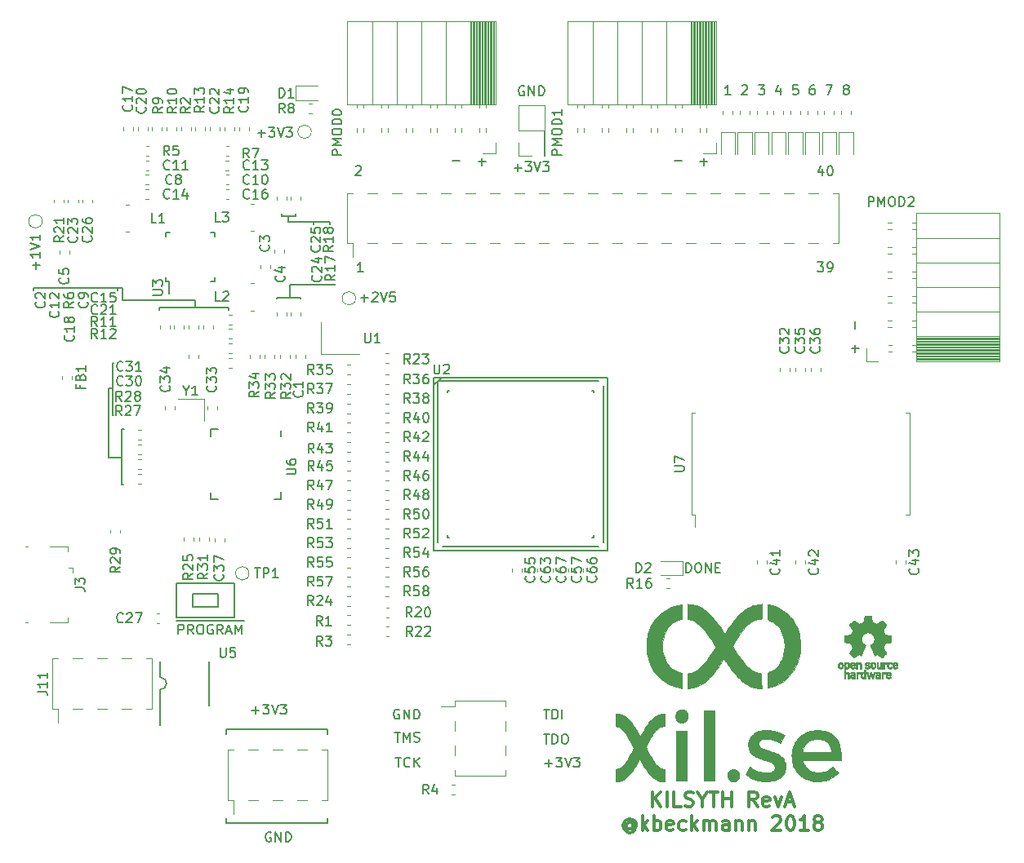
<source format=gbr>
G04 #@! TF.GenerationSoftware,KiCad,Pcbnew,5.0.1*
G04 #@! TF.CreationDate,2018-12-10T08:04:53+01:00*
G04 #@! TF.ProjectId,Kilsyth,4B696C737974682E6B696361645F7063,rev?*
G04 #@! TF.SameCoordinates,Original*
G04 #@! TF.FileFunction,Legend,Top*
G04 #@! TF.FilePolarity,Positive*
%FSLAX46Y46*%
G04 Gerber Fmt 4.6, Leading zero omitted, Abs format (unit mm)*
G04 Created by KiCad (PCBNEW 5.0.1) date Mon 10 Dec 2018 08:04:53 AM CET*
%MOMM*%
%LPD*%
G01*
G04 APERTURE LIST*
%ADD10C,0.200000*%
%ADD11C,0.150000*%
%ADD12C,0.300000*%
%ADD13C,0.120000*%
%ADD14C,0.010000*%
G04 APERTURE END LIST*
D10*
X81500000Y-127250000D02*
X71500000Y-127250000D01*
X71500000Y-127250000D02*
X71500000Y-126750000D01*
X82000000Y-127250000D02*
X82000000Y-126750000D01*
X81500000Y-127250000D02*
X82000000Y-127250000D01*
X82000000Y-117500000D02*
X82000000Y-118000000D01*
X71500000Y-117500000D02*
X71500000Y-118000000D01*
X72000000Y-117500000D02*
X71500000Y-117500000D01*
X72000000Y-117500000D02*
X82000000Y-117500000D01*
D11*
X74140595Y-115571428D02*
X74902500Y-115571428D01*
X74521547Y-115952380D02*
X74521547Y-115190476D01*
X75283452Y-114952380D02*
X75902500Y-114952380D01*
X75569166Y-115333333D01*
X75712023Y-115333333D01*
X75807261Y-115380952D01*
X75854880Y-115428571D01*
X75902500Y-115523809D01*
X75902500Y-115761904D01*
X75854880Y-115857142D01*
X75807261Y-115904761D01*
X75712023Y-115952380D01*
X75426309Y-115952380D01*
X75331071Y-115904761D01*
X75283452Y-115857142D01*
X76188214Y-114952380D02*
X76521547Y-115952380D01*
X76854880Y-114952380D01*
X77092976Y-114952380D02*
X77712023Y-114952380D01*
X77378690Y-115333333D01*
X77521547Y-115333333D01*
X77616785Y-115380952D01*
X77664404Y-115428571D01*
X77712023Y-115523809D01*
X77712023Y-115761904D01*
X77664404Y-115857142D01*
X77616785Y-115904761D01*
X77521547Y-115952380D01*
X77235833Y-115952380D01*
X77140595Y-115904761D01*
X77092976Y-115857142D01*
X76116785Y-128250000D02*
X76021547Y-128202380D01*
X75878690Y-128202380D01*
X75735833Y-128250000D01*
X75640595Y-128345238D01*
X75592976Y-128440476D01*
X75545357Y-128630952D01*
X75545357Y-128773809D01*
X75592976Y-128964285D01*
X75640595Y-129059523D01*
X75735833Y-129154761D01*
X75878690Y-129202380D01*
X75973928Y-129202380D01*
X76116785Y-129154761D01*
X76164404Y-129107142D01*
X76164404Y-128773809D01*
X75973928Y-128773809D01*
X76592976Y-129202380D02*
X76592976Y-128202380D01*
X77164404Y-129202380D01*
X77164404Y-128202380D01*
X77640595Y-129202380D02*
X77640595Y-128202380D01*
X77878690Y-128202380D01*
X78021547Y-128250000D01*
X78116785Y-128345238D01*
X78164404Y-128440476D01*
X78212023Y-128630952D01*
X78212023Y-128773809D01*
X78164404Y-128964285D01*
X78116785Y-129059523D01*
X78021547Y-129154761D01*
X77878690Y-129202380D01*
X77640595Y-129202380D01*
X118730952Y-58478571D02*
X117969047Y-58478571D01*
X120619047Y-58621428D02*
X121380952Y-58621428D01*
X121000000Y-59002380D02*
X121000000Y-58240476D01*
X95730952Y-58478571D02*
X94969047Y-58478571D01*
X97619047Y-58621428D02*
X98380952Y-58621428D01*
X98000000Y-59002380D02*
X98000000Y-58240476D01*
D12*
X113628571Y-127314285D02*
X113557142Y-127242857D01*
X113414285Y-127171428D01*
X113271428Y-127171428D01*
X113128571Y-127242857D01*
X113057142Y-127314285D01*
X112985714Y-127457142D01*
X112985714Y-127600000D01*
X113057142Y-127742857D01*
X113128571Y-127814285D01*
X113271428Y-127885714D01*
X113414285Y-127885714D01*
X113557142Y-127814285D01*
X113628571Y-127742857D01*
X113628571Y-127171428D02*
X113628571Y-127742857D01*
X113700000Y-127814285D01*
X113771428Y-127814285D01*
X113914285Y-127742857D01*
X113985714Y-127600000D01*
X113985714Y-127242857D01*
X113842857Y-127028571D01*
X113628571Y-126885714D01*
X113342857Y-126814285D01*
X113057142Y-126885714D01*
X112842857Y-127028571D01*
X112700000Y-127242857D01*
X112628571Y-127528571D01*
X112700000Y-127814285D01*
X112842857Y-128028571D01*
X113057142Y-128171428D01*
X113342857Y-128242857D01*
X113628571Y-128171428D01*
X113842857Y-128028571D01*
X114628571Y-128028571D02*
X114628571Y-126528571D01*
X114771428Y-127457142D02*
X115200000Y-128028571D01*
X115200000Y-127028571D02*
X114628571Y-127600000D01*
X115842857Y-128028571D02*
X115842857Y-126528571D01*
X115842857Y-127100000D02*
X115985714Y-127028571D01*
X116271428Y-127028571D01*
X116414285Y-127100000D01*
X116485714Y-127171428D01*
X116557142Y-127314285D01*
X116557142Y-127742857D01*
X116485714Y-127885714D01*
X116414285Y-127957142D01*
X116271428Y-128028571D01*
X115985714Y-128028571D01*
X115842857Y-127957142D01*
X117771428Y-127957142D02*
X117628571Y-128028571D01*
X117342857Y-128028571D01*
X117200000Y-127957142D01*
X117128571Y-127814285D01*
X117128571Y-127242857D01*
X117200000Y-127100000D01*
X117342857Y-127028571D01*
X117628571Y-127028571D01*
X117771428Y-127100000D01*
X117842857Y-127242857D01*
X117842857Y-127385714D01*
X117128571Y-127528571D01*
X119128571Y-127957142D02*
X118985714Y-128028571D01*
X118700000Y-128028571D01*
X118557142Y-127957142D01*
X118485714Y-127885714D01*
X118414285Y-127742857D01*
X118414285Y-127314285D01*
X118485714Y-127171428D01*
X118557142Y-127100000D01*
X118700000Y-127028571D01*
X118985714Y-127028571D01*
X119128571Y-127100000D01*
X119771428Y-128028571D02*
X119771428Y-126528571D01*
X119914285Y-127457142D02*
X120342857Y-128028571D01*
X120342857Y-127028571D02*
X119771428Y-127600000D01*
X120985714Y-128028571D02*
X120985714Y-127028571D01*
X120985714Y-127171428D02*
X121057142Y-127100000D01*
X121200000Y-127028571D01*
X121414285Y-127028571D01*
X121557142Y-127100000D01*
X121628571Y-127242857D01*
X121628571Y-128028571D01*
X121628571Y-127242857D02*
X121700000Y-127100000D01*
X121842857Y-127028571D01*
X122057142Y-127028571D01*
X122200000Y-127100000D01*
X122271428Y-127242857D01*
X122271428Y-128028571D01*
X123628571Y-128028571D02*
X123628571Y-127242857D01*
X123557142Y-127100000D01*
X123414285Y-127028571D01*
X123128571Y-127028571D01*
X122985714Y-127100000D01*
X123628571Y-127957142D02*
X123485714Y-128028571D01*
X123128571Y-128028571D01*
X122985714Y-127957142D01*
X122914285Y-127814285D01*
X122914285Y-127671428D01*
X122985714Y-127528571D01*
X123128571Y-127457142D01*
X123485714Y-127457142D01*
X123628571Y-127385714D01*
X124342857Y-127028571D02*
X124342857Y-128028571D01*
X124342857Y-127171428D02*
X124414285Y-127100000D01*
X124557142Y-127028571D01*
X124771428Y-127028571D01*
X124914285Y-127100000D01*
X124985714Y-127242857D01*
X124985714Y-128028571D01*
X125700000Y-127028571D02*
X125700000Y-128028571D01*
X125700000Y-127171428D02*
X125771428Y-127100000D01*
X125914285Y-127028571D01*
X126128571Y-127028571D01*
X126271428Y-127100000D01*
X126342857Y-127242857D01*
X126342857Y-128028571D01*
X128128571Y-126671428D02*
X128200000Y-126600000D01*
X128342857Y-126528571D01*
X128700000Y-126528571D01*
X128842857Y-126600000D01*
X128914285Y-126671428D01*
X128985714Y-126814285D01*
X128985714Y-126957142D01*
X128914285Y-127171428D01*
X128057142Y-128028571D01*
X128985714Y-128028571D01*
X129914285Y-126528571D02*
X130057142Y-126528571D01*
X130200000Y-126600000D01*
X130271428Y-126671428D01*
X130342857Y-126814285D01*
X130414285Y-127100000D01*
X130414285Y-127457142D01*
X130342857Y-127742857D01*
X130271428Y-127885714D01*
X130200000Y-127957142D01*
X130057142Y-128028571D01*
X129914285Y-128028571D01*
X129771428Y-127957142D01*
X129700000Y-127885714D01*
X129628571Y-127742857D01*
X129557142Y-127457142D01*
X129557142Y-127100000D01*
X129628571Y-126814285D01*
X129700000Y-126671428D01*
X129771428Y-126600000D01*
X129914285Y-126528571D01*
X131842857Y-128028571D02*
X130985714Y-128028571D01*
X131414285Y-128028571D02*
X131414285Y-126528571D01*
X131271428Y-126742857D01*
X131128571Y-126885714D01*
X130985714Y-126957142D01*
X132700000Y-127171428D02*
X132557142Y-127100000D01*
X132485714Y-127028571D01*
X132414285Y-126885714D01*
X132414285Y-126814285D01*
X132485714Y-126671428D01*
X132557142Y-126600000D01*
X132700000Y-126528571D01*
X132985714Y-126528571D01*
X133128571Y-126600000D01*
X133200000Y-126671428D01*
X133271428Y-126814285D01*
X133271428Y-126885714D01*
X133200000Y-127028571D01*
X133128571Y-127100000D01*
X132985714Y-127171428D01*
X132700000Y-127171428D01*
X132557142Y-127242857D01*
X132485714Y-127314285D01*
X132414285Y-127457142D01*
X132414285Y-127742857D01*
X132485714Y-127885714D01*
X132557142Y-127957142D01*
X132700000Y-128028571D01*
X132985714Y-128028571D01*
X133128571Y-127957142D01*
X133200000Y-127885714D01*
X133271428Y-127742857D01*
X133271428Y-127457142D01*
X133200000Y-127314285D01*
X133128571Y-127242857D01*
X132985714Y-127171428D01*
D11*
X135654761Y-51080952D02*
X135559523Y-51033333D01*
X135511904Y-50985714D01*
X135464285Y-50890476D01*
X135464285Y-50842857D01*
X135511904Y-50747619D01*
X135559523Y-50700000D01*
X135654761Y-50652380D01*
X135845238Y-50652380D01*
X135940476Y-50700000D01*
X135988095Y-50747619D01*
X136035714Y-50842857D01*
X136035714Y-50890476D01*
X135988095Y-50985714D01*
X135940476Y-51033333D01*
X135845238Y-51080952D01*
X135654761Y-51080952D01*
X135559523Y-51128571D01*
X135511904Y-51176190D01*
X135464285Y-51271428D01*
X135464285Y-51461904D01*
X135511904Y-51557142D01*
X135559523Y-51604761D01*
X135654761Y-51652380D01*
X135845238Y-51652380D01*
X135940476Y-51604761D01*
X135988095Y-51557142D01*
X136035714Y-51461904D01*
X136035714Y-51271428D01*
X135988095Y-51176190D01*
X135940476Y-51128571D01*
X135845238Y-51080952D01*
X133666666Y-50652380D02*
X134333333Y-50652380D01*
X133904761Y-51652380D01*
X132440476Y-50652380D02*
X132250000Y-50652380D01*
X132154761Y-50700000D01*
X132107142Y-50747619D01*
X132011904Y-50890476D01*
X131964285Y-51080952D01*
X131964285Y-51461904D01*
X132011904Y-51557142D01*
X132059523Y-51604761D01*
X132154761Y-51652380D01*
X132345238Y-51652380D01*
X132440476Y-51604761D01*
X132488095Y-51557142D01*
X132535714Y-51461904D01*
X132535714Y-51223809D01*
X132488095Y-51128571D01*
X132440476Y-51080952D01*
X132345238Y-51033333D01*
X132154761Y-51033333D01*
X132059523Y-51080952D01*
X132011904Y-51128571D01*
X131964285Y-51223809D01*
X130738095Y-50652380D02*
X130261904Y-50652380D01*
X130214285Y-51128571D01*
X130261904Y-51080952D01*
X130357142Y-51033333D01*
X130595238Y-51033333D01*
X130690476Y-51080952D01*
X130738095Y-51128571D01*
X130785714Y-51223809D01*
X130785714Y-51461904D01*
X130738095Y-51557142D01*
X130690476Y-51604761D01*
X130595238Y-51652380D01*
X130357142Y-51652380D01*
X130261904Y-51604761D01*
X130214285Y-51557142D01*
X128940476Y-50985714D02*
X128940476Y-51652380D01*
X128702380Y-50604761D02*
X128464285Y-51319047D01*
X129083333Y-51319047D01*
X126666666Y-50652380D02*
X127285714Y-50652380D01*
X126952380Y-51033333D01*
X127095238Y-51033333D01*
X127190476Y-51080952D01*
X127238095Y-51128571D01*
X127285714Y-51223809D01*
X127285714Y-51461904D01*
X127238095Y-51557142D01*
X127190476Y-51604761D01*
X127095238Y-51652380D01*
X126809523Y-51652380D01*
X126714285Y-51604761D01*
X126666666Y-51557142D01*
X124964285Y-50747619D02*
X125011904Y-50700000D01*
X125107142Y-50652380D01*
X125345238Y-50652380D01*
X125440476Y-50700000D01*
X125488095Y-50747619D01*
X125535714Y-50842857D01*
X125535714Y-50938095D01*
X125488095Y-51080952D01*
X124916666Y-51652380D01*
X125535714Y-51652380D01*
X123785714Y-51652380D02*
X123214285Y-51652380D01*
X123500000Y-51652380D02*
X123500000Y-50652380D01*
X123404761Y-50795238D01*
X123309523Y-50890476D01*
X123214285Y-50938095D01*
D12*
X115700000Y-125528571D02*
X115700000Y-124028571D01*
X116557142Y-125528571D02*
X115914285Y-124671428D01*
X116557142Y-124028571D02*
X115700000Y-124885714D01*
X117200000Y-125528571D02*
X117200000Y-124028571D01*
X118628571Y-125528571D02*
X117914285Y-125528571D01*
X117914285Y-124028571D01*
X119057142Y-125457142D02*
X119271428Y-125528571D01*
X119628571Y-125528571D01*
X119771428Y-125457142D01*
X119842857Y-125385714D01*
X119914285Y-125242857D01*
X119914285Y-125100000D01*
X119842857Y-124957142D01*
X119771428Y-124885714D01*
X119628571Y-124814285D01*
X119342857Y-124742857D01*
X119200000Y-124671428D01*
X119128571Y-124600000D01*
X119057142Y-124457142D01*
X119057142Y-124314285D01*
X119128571Y-124171428D01*
X119200000Y-124100000D01*
X119342857Y-124028571D01*
X119700000Y-124028571D01*
X119914285Y-124100000D01*
X120842857Y-124814285D02*
X120842857Y-125528571D01*
X120342857Y-124028571D02*
X120842857Y-124814285D01*
X121342857Y-124028571D01*
X121628571Y-124028571D02*
X122485714Y-124028571D01*
X122057142Y-125528571D02*
X122057142Y-124028571D01*
X122985714Y-125528571D02*
X122985714Y-124028571D01*
X122985714Y-124742857D02*
X123842857Y-124742857D01*
X123842857Y-125528571D02*
X123842857Y-124028571D01*
X126557142Y-125528571D02*
X126057142Y-124814285D01*
X125700000Y-125528571D02*
X125700000Y-124028571D01*
X126271428Y-124028571D01*
X126414285Y-124100000D01*
X126485714Y-124171428D01*
X126557142Y-124314285D01*
X126557142Y-124528571D01*
X126485714Y-124671428D01*
X126414285Y-124742857D01*
X126271428Y-124814285D01*
X125700000Y-124814285D01*
X127771428Y-125457142D02*
X127628571Y-125528571D01*
X127342857Y-125528571D01*
X127200000Y-125457142D01*
X127128571Y-125314285D01*
X127128571Y-124742857D01*
X127200000Y-124600000D01*
X127342857Y-124528571D01*
X127628571Y-124528571D01*
X127771428Y-124600000D01*
X127842857Y-124742857D01*
X127842857Y-124885714D01*
X127128571Y-125028571D01*
X128342857Y-124528571D02*
X128700000Y-125528571D01*
X129057142Y-124528571D01*
X129557142Y-125100000D02*
X130271428Y-125100000D01*
X129414285Y-125528571D02*
X129914285Y-124028571D01*
X130414285Y-125528571D01*
D11*
X138066666Y-63252380D02*
X138066666Y-62252380D01*
X138447619Y-62252380D01*
X138542857Y-62300000D01*
X138590476Y-62347619D01*
X138638095Y-62442857D01*
X138638095Y-62585714D01*
X138590476Y-62680952D01*
X138542857Y-62728571D01*
X138447619Y-62776190D01*
X138066666Y-62776190D01*
X139066666Y-63252380D02*
X139066666Y-62252380D01*
X139400000Y-62966666D01*
X139733333Y-62252380D01*
X139733333Y-63252380D01*
X140400000Y-62252380D02*
X140590476Y-62252380D01*
X140685714Y-62300000D01*
X140780952Y-62395238D01*
X140828571Y-62585714D01*
X140828571Y-62919047D01*
X140780952Y-63109523D01*
X140685714Y-63204761D01*
X140590476Y-63252380D01*
X140400000Y-63252380D01*
X140304761Y-63204761D01*
X140209523Y-63109523D01*
X140161904Y-62919047D01*
X140161904Y-62585714D01*
X140209523Y-62395238D01*
X140304761Y-62300000D01*
X140400000Y-62252380D01*
X141257142Y-63252380D02*
X141257142Y-62252380D01*
X141495238Y-62252380D01*
X141638095Y-62300000D01*
X141733333Y-62395238D01*
X141780952Y-62490476D01*
X141828571Y-62680952D01*
X141828571Y-62823809D01*
X141780952Y-63014285D01*
X141733333Y-63109523D01*
X141638095Y-63204761D01*
X141495238Y-63252380D01*
X141257142Y-63252380D01*
X142209523Y-62347619D02*
X142257142Y-62300000D01*
X142352380Y-62252380D01*
X142590476Y-62252380D01*
X142685714Y-62300000D01*
X142733333Y-62347619D01*
X142780952Y-62442857D01*
X142780952Y-62538095D01*
X142733333Y-62680952D01*
X142161904Y-63252380D01*
X142780952Y-63252380D01*
X106252380Y-57933333D02*
X105252380Y-57933333D01*
X105252380Y-57552380D01*
X105300000Y-57457142D01*
X105347619Y-57409523D01*
X105442857Y-57361904D01*
X105585714Y-57361904D01*
X105680952Y-57409523D01*
X105728571Y-57457142D01*
X105776190Y-57552380D01*
X105776190Y-57933333D01*
X106252380Y-56933333D02*
X105252380Y-56933333D01*
X105966666Y-56600000D01*
X105252380Y-56266666D01*
X106252380Y-56266666D01*
X105252380Y-55600000D02*
X105252380Y-55409523D01*
X105300000Y-55314285D01*
X105395238Y-55219047D01*
X105585714Y-55171428D01*
X105919047Y-55171428D01*
X106109523Y-55219047D01*
X106204761Y-55314285D01*
X106252380Y-55409523D01*
X106252380Y-55600000D01*
X106204761Y-55695238D01*
X106109523Y-55790476D01*
X105919047Y-55838095D01*
X105585714Y-55838095D01*
X105395238Y-55790476D01*
X105300000Y-55695238D01*
X105252380Y-55600000D01*
X106252380Y-54742857D02*
X105252380Y-54742857D01*
X105252380Y-54504761D01*
X105300000Y-54361904D01*
X105395238Y-54266666D01*
X105490476Y-54219047D01*
X105680952Y-54171428D01*
X105823809Y-54171428D01*
X106014285Y-54219047D01*
X106109523Y-54266666D01*
X106204761Y-54361904D01*
X106252380Y-54504761D01*
X106252380Y-54742857D01*
X106252380Y-53219047D02*
X106252380Y-53790476D01*
X106252380Y-53504761D02*
X105252380Y-53504761D01*
X105395238Y-53600000D01*
X105490476Y-53695238D01*
X105538095Y-53790476D01*
X83452380Y-57933333D02*
X82452380Y-57933333D01*
X82452380Y-57552380D01*
X82500000Y-57457142D01*
X82547619Y-57409523D01*
X82642857Y-57361904D01*
X82785714Y-57361904D01*
X82880952Y-57409523D01*
X82928571Y-57457142D01*
X82976190Y-57552380D01*
X82976190Y-57933333D01*
X83452380Y-56933333D02*
X82452380Y-56933333D01*
X83166666Y-56600000D01*
X82452380Y-56266666D01*
X83452380Y-56266666D01*
X82452380Y-55600000D02*
X82452380Y-55409523D01*
X82500000Y-55314285D01*
X82595238Y-55219047D01*
X82785714Y-55171428D01*
X83119047Y-55171428D01*
X83309523Y-55219047D01*
X83404761Y-55314285D01*
X83452380Y-55409523D01*
X83452380Y-55600000D01*
X83404761Y-55695238D01*
X83309523Y-55790476D01*
X83119047Y-55838095D01*
X82785714Y-55838095D01*
X82595238Y-55790476D01*
X82500000Y-55695238D01*
X82452380Y-55600000D01*
X83452380Y-54742857D02*
X82452380Y-54742857D01*
X82452380Y-54504761D01*
X82500000Y-54361904D01*
X82595238Y-54266666D01*
X82690476Y-54219047D01*
X82880952Y-54171428D01*
X83023809Y-54171428D01*
X83214285Y-54219047D01*
X83309523Y-54266666D01*
X83404761Y-54361904D01*
X83452380Y-54504761D01*
X83452380Y-54742857D01*
X82452380Y-53552380D02*
X82452380Y-53457142D01*
X82500000Y-53361904D01*
X82547619Y-53314285D01*
X82642857Y-53266666D01*
X82833333Y-53219047D01*
X83071428Y-53219047D01*
X83261904Y-53266666D01*
X83357142Y-53314285D01*
X83404761Y-53361904D01*
X83452380Y-53457142D01*
X83452380Y-53552380D01*
X83404761Y-53647619D01*
X83357142Y-53695238D01*
X83261904Y-53742857D01*
X83071428Y-53790476D01*
X82833333Y-53790476D01*
X82642857Y-53742857D01*
X82547619Y-53695238D01*
X82500000Y-53647619D01*
X82452380Y-53552380D01*
X136671428Y-75980952D02*
X136671428Y-75219047D01*
X136671428Y-78380952D02*
X136671428Y-77619047D01*
X137052380Y-78000000D02*
X136290476Y-78000000D01*
X84914285Y-59147619D02*
X84961904Y-59100000D01*
X85057142Y-59052380D01*
X85295238Y-59052380D01*
X85390476Y-59100000D01*
X85438095Y-59147619D01*
X85485714Y-59242857D01*
X85485714Y-59338095D01*
X85438095Y-59480952D01*
X84866666Y-60052380D01*
X85485714Y-60052380D01*
X133314285Y-59385714D02*
X133314285Y-60052380D01*
X133076190Y-59004761D02*
X132838095Y-59719047D01*
X133457142Y-59719047D01*
X134028571Y-59052380D02*
X134123809Y-59052380D01*
X134219047Y-59100000D01*
X134266666Y-59147619D01*
X134314285Y-59242857D01*
X134361904Y-59433333D01*
X134361904Y-59671428D01*
X134314285Y-59861904D01*
X134266666Y-59957142D01*
X134219047Y-60004761D01*
X134123809Y-60052380D01*
X134028571Y-60052380D01*
X133933333Y-60004761D01*
X133885714Y-59957142D01*
X133838095Y-59861904D01*
X133790476Y-59671428D01*
X133790476Y-59433333D01*
X133838095Y-59242857D01*
X133885714Y-59147619D01*
X133933333Y-59100000D01*
X134028571Y-59052380D01*
X132790476Y-69052380D02*
X133409523Y-69052380D01*
X133076190Y-69433333D01*
X133219047Y-69433333D01*
X133314285Y-69480952D01*
X133361904Y-69528571D01*
X133409523Y-69623809D01*
X133409523Y-69861904D01*
X133361904Y-69957142D01*
X133314285Y-70004761D01*
X133219047Y-70052380D01*
X132933333Y-70052380D01*
X132838095Y-70004761D01*
X132790476Y-69957142D01*
X133885714Y-70052380D02*
X134076190Y-70052380D01*
X134171428Y-70004761D01*
X134219047Y-69957142D01*
X134314285Y-69814285D01*
X134361904Y-69623809D01*
X134361904Y-69242857D01*
X134314285Y-69147619D01*
X134266666Y-69100000D01*
X134171428Y-69052380D01*
X133980952Y-69052380D01*
X133885714Y-69100000D01*
X133838095Y-69147619D01*
X133790476Y-69242857D01*
X133790476Y-69480952D01*
X133838095Y-69576190D01*
X133885714Y-69623809D01*
X133980952Y-69671428D01*
X134171428Y-69671428D01*
X134266666Y-69623809D01*
X134314285Y-69576190D01*
X134361904Y-69480952D01*
X85685714Y-70052380D02*
X85114285Y-70052380D01*
X85400000Y-70052380D02*
X85400000Y-69052380D01*
X85304761Y-69195238D01*
X85209523Y-69290476D01*
X85114285Y-69338095D01*
X89035833Y-120452380D02*
X89607261Y-120452380D01*
X89321547Y-121452380D02*
X89321547Y-120452380D01*
X90512023Y-121357142D02*
X90464404Y-121404761D01*
X90321547Y-121452380D01*
X90226309Y-121452380D01*
X90083452Y-121404761D01*
X89988214Y-121309523D01*
X89940595Y-121214285D01*
X89892976Y-121023809D01*
X89892976Y-120880952D01*
X89940595Y-120690476D01*
X89988214Y-120595238D01*
X90083452Y-120500000D01*
X90226309Y-120452380D01*
X90321547Y-120452380D01*
X90464404Y-120500000D01*
X90512023Y-120547619D01*
X90940595Y-121452380D02*
X90940595Y-120452380D01*
X91512023Y-121452380D02*
X91083452Y-120880952D01*
X91512023Y-120452380D02*
X90940595Y-121023809D01*
X88940595Y-117852380D02*
X89512023Y-117852380D01*
X89226309Y-118852380D02*
X89226309Y-117852380D01*
X89845357Y-118852380D02*
X89845357Y-117852380D01*
X90178690Y-118566666D01*
X90512023Y-117852380D01*
X90512023Y-118852380D01*
X90940595Y-118804761D02*
X91083452Y-118852380D01*
X91321547Y-118852380D01*
X91416785Y-118804761D01*
X91464404Y-118757142D01*
X91512023Y-118661904D01*
X91512023Y-118566666D01*
X91464404Y-118471428D01*
X91416785Y-118423809D01*
X91321547Y-118376190D01*
X91131071Y-118328571D01*
X91035833Y-118280952D01*
X90988214Y-118233333D01*
X90940595Y-118138095D01*
X90940595Y-118042857D01*
X90988214Y-117947619D01*
X91035833Y-117900000D01*
X91131071Y-117852380D01*
X91369166Y-117852380D01*
X91512023Y-117900000D01*
X89416785Y-115500000D02*
X89321547Y-115452380D01*
X89178690Y-115452380D01*
X89035833Y-115500000D01*
X88940595Y-115595238D01*
X88892976Y-115690476D01*
X88845357Y-115880952D01*
X88845357Y-116023809D01*
X88892976Y-116214285D01*
X88940595Y-116309523D01*
X89035833Y-116404761D01*
X89178690Y-116452380D01*
X89273928Y-116452380D01*
X89416785Y-116404761D01*
X89464404Y-116357142D01*
X89464404Y-116023809D01*
X89273928Y-116023809D01*
X89892976Y-116452380D02*
X89892976Y-115452380D01*
X90464404Y-116452380D01*
X90464404Y-115452380D01*
X90940595Y-116452380D02*
X90940595Y-115452380D01*
X91178690Y-115452380D01*
X91321547Y-115500000D01*
X91416785Y-115595238D01*
X91464404Y-115690476D01*
X91512023Y-115880952D01*
X91512023Y-116023809D01*
X91464404Y-116214285D01*
X91416785Y-116309523D01*
X91321547Y-116404761D01*
X91178690Y-116452380D01*
X90940595Y-116452380D01*
X104535595Y-121071428D02*
X105297500Y-121071428D01*
X104916547Y-121452380D02*
X104916547Y-120690476D01*
X105678452Y-120452380D02*
X106297500Y-120452380D01*
X105964166Y-120833333D01*
X106107023Y-120833333D01*
X106202261Y-120880952D01*
X106249880Y-120928571D01*
X106297500Y-121023809D01*
X106297500Y-121261904D01*
X106249880Y-121357142D01*
X106202261Y-121404761D01*
X106107023Y-121452380D01*
X105821309Y-121452380D01*
X105726071Y-121404761D01*
X105678452Y-121357142D01*
X106583214Y-120452380D02*
X106916547Y-121452380D01*
X107249880Y-120452380D01*
X107487976Y-120452380D02*
X108107023Y-120452380D01*
X107773690Y-120833333D01*
X107916547Y-120833333D01*
X108011785Y-120880952D01*
X108059404Y-120928571D01*
X108107023Y-121023809D01*
X108107023Y-121261904D01*
X108059404Y-121357142D01*
X108011785Y-121404761D01*
X107916547Y-121452380D01*
X107630833Y-121452380D01*
X107535595Y-121404761D01*
X107487976Y-121357142D01*
X104392738Y-118052380D02*
X104964166Y-118052380D01*
X104678452Y-119052380D02*
X104678452Y-118052380D01*
X105297500Y-119052380D02*
X105297500Y-118052380D01*
X105535595Y-118052380D01*
X105678452Y-118100000D01*
X105773690Y-118195238D01*
X105821309Y-118290476D01*
X105868928Y-118480952D01*
X105868928Y-118623809D01*
X105821309Y-118814285D01*
X105773690Y-118909523D01*
X105678452Y-119004761D01*
X105535595Y-119052380D01*
X105297500Y-119052380D01*
X106487976Y-118052380D02*
X106678452Y-118052380D01*
X106773690Y-118100000D01*
X106868928Y-118195238D01*
X106916547Y-118385714D01*
X106916547Y-118719047D01*
X106868928Y-118909523D01*
X106773690Y-119004761D01*
X106678452Y-119052380D01*
X106487976Y-119052380D01*
X106392738Y-119004761D01*
X106297500Y-118909523D01*
X106249880Y-118719047D01*
X106249880Y-118385714D01*
X106297500Y-118195238D01*
X106392738Y-118100000D01*
X106487976Y-118052380D01*
X104392738Y-115452380D02*
X104964166Y-115452380D01*
X104678452Y-116452380D02*
X104678452Y-115452380D01*
X105297500Y-116452380D02*
X105297500Y-115452380D01*
X105535595Y-115452380D01*
X105678452Y-115500000D01*
X105773690Y-115595238D01*
X105821309Y-115690476D01*
X105868928Y-115880952D01*
X105868928Y-116023809D01*
X105821309Y-116214285D01*
X105773690Y-116309523D01*
X105678452Y-116404761D01*
X105535595Y-116452380D01*
X105297500Y-116452380D01*
X106297500Y-116452380D02*
X106297500Y-115452380D01*
X66276190Y-106285000D02*
X67276190Y-106285000D01*
X66514285Y-107652380D02*
X66514285Y-106652380D01*
X66895238Y-106652380D01*
X66990476Y-106700000D01*
X67038095Y-106747619D01*
X67085714Y-106842857D01*
X67085714Y-106985714D01*
X67038095Y-107080952D01*
X66990476Y-107128571D01*
X66895238Y-107176190D01*
X66514285Y-107176190D01*
X67276190Y-106285000D02*
X68276190Y-106285000D01*
X68085714Y-107652380D02*
X67752380Y-107176190D01*
X67514285Y-107652380D02*
X67514285Y-106652380D01*
X67895238Y-106652380D01*
X67990476Y-106700000D01*
X68038095Y-106747619D01*
X68085714Y-106842857D01*
X68085714Y-106985714D01*
X68038095Y-107080952D01*
X67990476Y-107128571D01*
X67895238Y-107176190D01*
X67514285Y-107176190D01*
X68276190Y-106285000D02*
X69323809Y-106285000D01*
X68704761Y-106652380D02*
X68895238Y-106652380D01*
X68990476Y-106700000D01*
X69085714Y-106795238D01*
X69133333Y-106985714D01*
X69133333Y-107319047D01*
X69085714Y-107509523D01*
X68990476Y-107604761D01*
X68895238Y-107652380D01*
X68704761Y-107652380D01*
X68609523Y-107604761D01*
X68514285Y-107509523D01*
X68466666Y-107319047D01*
X68466666Y-106985714D01*
X68514285Y-106795238D01*
X68609523Y-106700000D01*
X68704761Y-106652380D01*
X69323809Y-106285000D02*
X70323809Y-106285000D01*
X70085714Y-106700000D02*
X69990476Y-106652380D01*
X69847619Y-106652380D01*
X69704761Y-106700000D01*
X69609523Y-106795238D01*
X69561904Y-106890476D01*
X69514285Y-107080952D01*
X69514285Y-107223809D01*
X69561904Y-107414285D01*
X69609523Y-107509523D01*
X69704761Y-107604761D01*
X69847619Y-107652380D01*
X69942857Y-107652380D01*
X70085714Y-107604761D01*
X70133333Y-107557142D01*
X70133333Y-107223809D01*
X69942857Y-107223809D01*
X70323809Y-106285000D02*
X71323809Y-106285000D01*
X71133333Y-107652380D02*
X70800000Y-107176190D01*
X70561904Y-107652380D02*
X70561904Y-106652380D01*
X70942857Y-106652380D01*
X71038095Y-106700000D01*
X71085714Y-106747619D01*
X71133333Y-106842857D01*
X71133333Y-106985714D01*
X71085714Y-107080952D01*
X71038095Y-107128571D01*
X70942857Y-107176190D01*
X70561904Y-107176190D01*
X71323809Y-106285000D02*
X72180952Y-106285000D01*
X71514285Y-107366666D02*
X71990476Y-107366666D01*
X71419047Y-107652380D02*
X71752380Y-106652380D01*
X72085714Y-107652380D01*
X72180952Y-106285000D02*
X73323809Y-106285000D01*
X72419047Y-107652380D02*
X72419047Y-106652380D01*
X72752380Y-107366666D01*
X73085714Y-106652380D01*
X73085714Y-107652380D01*
X119138095Y-101252380D02*
X119138095Y-100252380D01*
X119376190Y-100252380D01*
X119519047Y-100300000D01*
X119614285Y-100395238D01*
X119661904Y-100490476D01*
X119709523Y-100680952D01*
X119709523Y-100823809D01*
X119661904Y-101014285D01*
X119614285Y-101109523D01*
X119519047Y-101204761D01*
X119376190Y-101252380D01*
X119138095Y-101252380D01*
X120328571Y-100252380D02*
X120519047Y-100252380D01*
X120614285Y-100300000D01*
X120709523Y-100395238D01*
X120757142Y-100585714D01*
X120757142Y-100919047D01*
X120709523Y-101109523D01*
X120614285Y-101204761D01*
X120519047Y-101252380D01*
X120328571Y-101252380D01*
X120233333Y-101204761D01*
X120138095Y-101109523D01*
X120090476Y-100919047D01*
X120090476Y-100585714D01*
X120138095Y-100395238D01*
X120233333Y-100300000D01*
X120328571Y-100252380D01*
X121185714Y-101252380D02*
X121185714Y-100252380D01*
X121757142Y-101252380D01*
X121757142Y-100252380D01*
X122233333Y-100728571D02*
X122566666Y-100728571D01*
X122709523Y-101252380D02*
X122233333Y-101252380D01*
X122233333Y-100252380D01*
X122709523Y-100252380D01*
X102362095Y-50808000D02*
X102266857Y-50760380D01*
X102124000Y-50760380D01*
X101981142Y-50808000D01*
X101885904Y-50903238D01*
X101838285Y-50998476D01*
X101790666Y-51188952D01*
X101790666Y-51331809D01*
X101838285Y-51522285D01*
X101885904Y-51617523D01*
X101981142Y-51712761D01*
X102124000Y-51760380D01*
X102219238Y-51760380D01*
X102362095Y-51712761D01*
X102409714Y-51665142D01*
X102409714Y-51331809D01*
X102219238Y-51331809D01*
X102838285Y-51760380D02*
X102838285Y-50760380D01*
X103409714Y-51760380D01*
X103409714Y-50760380D01*
X103885904Y-51760380D02*
X103885904Y-50760380D01*
X104124000Y-50760380D01*
X104266857Y-50808000D01*
X104362095Y-50903238D01*
X104409714Y-50998476D01*
X104457333Y-51188952D01*
X104457333Y-51331809D01*
X104409714Y-51522285D01*
X104362095Y-51617523D01*
X104266857Y-51712761D01*
X104124000Y-51760380D01*
X103885904Y-51760380D01*
X101362095Y-59253428D02*
X102124000Y-59253428D01*
X101743047Y-59634380D02*
X101743047Y-58872476D01*
X102504952Y-58634380D02*
X103124000Y-58634380D01*
X102790666Y-59015333D01*
X102933523Y-59015333D01*
X103028761Y-59062952D01*
X103076380Y-59110571D01*
X103124000Y-59205809D01*
X103124000Y-59443904D01*
X103076380Y-59539142D01*
X103028761Y-59586761D01*
X102933523Y-59634380D01*
X102647809Y-59634380D01*
X102552571Y-59586761D01*
X102504952Y-59539142D01*
X103409714Y-58634380D02*
X103743047Y-59634380D01*
X104076380Y-58634380D01*
X104314476Y-58634380D02*
X104933523Y-58634380D01*
X104600190Y-59015333D01*
X104743047Y-59015333D01*
X104838285Y-59062952D01*
X104885904Y-59110571D01*
X104933523Y-59205809D01*
X104933523Y-59443904D01*
X104885904Y-59539142D01*
X104838285Y-59586761D01*
X104743047Y-59634380D01*
X104457333Y-59634380D01*
X104362095Y-59586761D01*
X104314476Y-59539142D01*
D10*
X77900000Y-64900000D02*
X77900000Y-64600000D01*
X80500000Y-64900000D02*
X77900000Y-64900000D01*
X71750000Y-73750000D02*
X71750000Y-74000000D01*
X60750000Y-71750000D02*
X60250000Y-71750000D01*
X60750000Y-73000000D02*
X60750000Y-71750000D01*
X68250000Y-73000000D02*
X60750000Y-73000000D01*
X68250000Y-73750000D02*
X71750000Y-73750000D01*
X64500000Y-73750000D02*
X64500000Y-74000000D01*
X68250000Y-73750000D02*
X64500000Y-73750000D01*
X68250000Y-73000000D02*
X68250000Y-73750000D01*
X60250000Y-71750000D02*
X60250000Y-72000000D01*
X51500000Y-71750000D02*
X60250000Y-71750000D01*
X51500000Y-72000000D02*
X51500000Y-71750000D01*
X78100000Y-71400000D02*
X78100000Y-72200000D01*
X79000000Y-71400000D02*
X78100000Y-71400000D01*
X76700000Y-72700000D02*
X76700000Y-72800000D01*
X79200000Y-72700000D02*
X79200000Y-72800000D01*
X80400000Y-71400000D02*
X80400000Y-71300000D01*
X82700000Y-71400000D02*
X82700000Y-71300000D01*
X79000000Y-71400000D02*
X82700000Y-71400000D01*
X78100000Y-72700000D02*
X78100000Y-72200000D01*
X76700000Y-72700000D02*
X79200000Y-72700000D01*
X59300000Y-89300000D02*
X59300000Y-85300000D01*
X59800000Y-89300000D02*
X59300000Y-89300000D01*
X59800000Y-89300000D02*
X60200000Y-89300000D01*
X59700000Y-79500000D02*
X59800000Y-79500000D01*
X59700000Y-84900000D02*
X59800000Y-84900000D01*
X59700000Y-82100000D02*
X59700000Y-84900000D01*
X59700000Y-82100000D02*
X59700000Y-79500000D01*
X59300000Y-82100000D02*
X59700000Y-82100000D01*
X59300000Y-85700000D02*
X59300000Y-82100000D01*
X60600000Y-89300000D02*
X60200000Y-89300000D01*
X60600000Y-86400000D02*
X60900000Y-86400000D01*
X60600000Y-92100000D02*
X60600000Y-86400000D01*
X60800000Y-92100000D02*
X60600000Y-92100000D01*
D11*
X85438095Y-72771428D02*
X86200000Y-72771428D01*
X85819047Y-73152380D02*
X85819047Y-72390476D01*
X86628571Y-72247619D02*
X86676190Y-72200000D01*
X86771428Y-72152380D01*
X87009523Y-72152380D01*
X87104761Y-72200000D01*
X87152380Y-72247619D01*
X87200000Y-72342857D01*
X87200000Y-72438095D01*
X87152380Y-72580952D01*
X86580952Y-73152380D01*
X87200000Y-73152380D01*
X87485714Y-72152380D02*
X87819047Y-73152380D01*
X88152380Y-72152380D01*
X88961904Y-72152380D02*
X88485714Y-72152380D01*
X88438095Y-72628571D01*
X88485714Y-72580952D01*
X88580952Y-72533333D01*
X88819047Y-72533333D01*
X88914285Y-72580952D01*
X88961904Y-72628571D01*
X89009523Y-72723809D01*
X89009523Y-72961904D01*
X88961904Y-73057142D01*
X88914285Y-73104761D01*
X88819047Y-73152380D01*
X88580952Y-73152380D01*
X88485714Y-73104761D01*
X88438095Y-73057142D01*
X74738095Y-55671428D02*
X75500000Y-55671428D01*
X75119047Y-56052380D02*
X75119047Y-55290476D01*
X75880952Y-55052380D02*
X76500000Y-55052380D01*
X76166666Y-55433333D01*
X76309523Y-55433333D01*
X76404761Y-55480952D01*
X76452380Y-55528571D01*
X76500000Y-55623809D01*
X76500000Y-55861904D01*
X76452380Y-55957142D01*
X76404761Y-56004761D01*
X76309523Y-56052380D01*
X76023809Y-56052380D01*
X75928571Y-56004761D01*
X75880952Y-55957142D01*
X76785714Y-55052380D02*
X77119047Y-56052380D01*
X77452380Y-55052380D01*
X77690476Y-55052380D02*
X78309523Y-55052380D01*
X77976190Y-55433333D01*
X78119047Y-55433333D01*
X78214285Y-55480952D01*
X78261904Y-55528571D01*
X78309523Y-55623809D01*
X78309523Y-55861904D01*
X78261904Y-55957142D01*
X78214285Y-56004761D01*
X78119047Y-56052380D01*
X77833333Y-56052380D01*
X77738095Y-56004761D01*
X77690476Y-55957142D01*
X51771428Y-69761904D02*
X51771428Y-69000000D01*
X52152380Y-69380952D02*
X51390476Y-69380952D01*
X52152380Y-68000000D02*
X52152380Y-68571428D01*
X52152380Y-68285714D02*
X51152380Y-68285714D01*
X51295238Y-68380952D01*
X51390476Y-68476190D01*
X51438095Y-68571428D01*
X51152380Y-67714285D02*
X52152380Y-67380952D01*
X51152380Y-67047619D01*
X52152380Y-66190476D02*
X52152380Y-66761904D01*
X52152380Y-66476190D02*
X51152380Y-66476190D01*
X51295238Y-66571428D01*
X51390476Y-66666666D01*
X51438095Y-66761904D01*
D10*
X82200000Y-64900000D02*
X82200000Y-65100000D01*
X81400000Y-64900000D02*
X82200000Y-64900000D01*
X80500000Y-64900000D02*
X80500000Y-65100000D01*
X81400000Y-64900000D02*
X80500000Y-64900000D01*
X77900000Y-64300000D02*
X77900000Y-64600000D01*
X78700000Y-64300000D02*
X78700000Y-64000000D01*
X77200000Y-64300000D02*
X78700000Y-64300000D01*
X77200000Y-64000000D02*
X77200000Y-64300000D01*
D13*
G04 #@! TO.C,J12*
X71677220Y-124864040D02*
X71677220Y-119664040D01*
X81957220Y-124864040D02*
X81957220Y-119664040D01*
X72247220Y-126304040D02*
X72247220Y-124864040D01*
X71677220Y-124864040D02*
X72247220Y-124864040D01*
X71677220Y-119664040D02*
X72247220Y-119664040D01*
X81387220Y-124864040D02*
X81957220Y-124864040D01*
X81387220Y-119664040D02*
X81957220Y-119664040D01*
X73767220Y-124864040D02*
X74787220Y-124864040D01*
X73767220Y-119664040D02*
X74787220Y-119664040D01*
X76307220Y-124864040D02*
X77327220Y-124864040D01*
X76307220Y-119664040D02*
X77327220Y-119664040D01*
X78847220Y-124864040D02*
X79867220Y-124864040D01*
X78847220Y-119664040D02*
X79867220Y-119664040D01*
G04 #@! TO.C,J11*
X53460000Y-115400000D02*
X53460000Y-110200000D01*
X63740000Y-115400000D02*
X63740000Y-110200000D01*
X54030000Y-116840000D02*
X54030000Y-115400000D01*
X53460000Y-115400000D02*
X54030000Y-115400000D01*
X53460000Y-110200000D02*
X54030000Y-110200000D01*
X63170000Y-115400000D02*
X63740000Y-115400000D01*
X63170000Y-110200000D02*
X63740000Y-110200000D01*
X55550000Y-115400000D02*
X56570000Y-115400000D01*
X55550000Y-110200000D02*
X56570000Y-110200000D01*
X58090000Y-115400000D02*
X59110000Y-115400000D01*
X58090000Y-110200000D02*
X59110000Y-110200000D01*
X60630000Y-115400000D02*
X61650000Y-115400000D01*
X60630000Y-110200000D02*
X61650000Y-110200000D01*
G04 #@! TO.C,J10*
X104454000Y-57972000D02*
X104454000Y-52772000D01*
X104394000Y-57972000D02*
X104454000Y-57972000D01*
X101794000Y-52772000D02*
X104454000Y-52772000D01*
X104394000Y-57972000D02*
X104394000Y-55372000D01*
X104394000Y-55372000D02*
X101794000Y-55372000D01*
X101794000Y-55372000D02*
X101794000Y-52772000D01*
X103124000Y-57972000D02*
X101794000Y-57972000D01*
X101794000Y-57972000D02*
X101794000Y-56642000D01*
G04 #@! TO.C,D9*
X133265000Y-55515000D02*
X133265000Y-57800000D01*
X134735000Y-55515000D02*
X133265000Y-55515000D01*
X134735000Y-57800000D02*
X134735000Y-55515000D01*
G04 #@! TO.C,D7*
X131235000Y-57800000D02*
X131235000Y-55515000D01*
X131235000Y-55515000D02*
X129765000Y-55515000D01*
X129765000Y-55515000D02*
X129765000Y-57800000D01*
G04 #@! TO.C,D10*
X135015000Y-55515000D02*
X135015000Y-57800000D01*
X136485000Y-55515000D02*
X135015000Y-55515000D01*
X136485000Y-57800000D02*
X136485000Y-55515000D01*
G04 #@! TO.C,D5*
X127735000Y-57800000D02*
X127735000Y-55515000D01*
X127735000Y-55515000D02*
X126265000Y-55515000D01*
X126265000Y-55515000D02*
X126265000Y-57800000D01*
G04 #@! TO.C,D6*
X128015000Y-55515000D02*
X128015000Y-57800000D01*
X129485000Y-55515000D02*
X128015000Y-55515000D01*
X129485000Y-57800000D02*
X129485000Y-55515000D01*
G04 #@! TO.C,D4*
X125985000Y-57800000D02*
X125985000Y-55515000D01*
X125985000Y-55515000D02*
X124515000Y-55515000D01*
X124515000Y-55515000D02*
X124515000Y-57800000D01*
G04 #@! TO.C,D3*
X122765000Y-55515000D02*
X122765000Y-57800000D01*
X124235000Y-55515000D02*
X122765000Y-55515000D01*
X124235000Y-57800000D02*
X124235000Y-55515000D01*
G04 #@! TO.C,D8*
X132985000Y-57800000D02*
X132985000Y-55515000D01*
X132985000Y-55515000D02*
X131515000Y-55515000D01*
X131515000Y-55515000D02*
X131515000Y-57800000D01*
G04 #@! TO.C,R26*
X125760000Y-53662779D02*
X125760000Y-53337221D01*
X124740000Y-53662779D02*
X124740000Y-53337221D01*
G04 #@! TO.C,R30*
X126490000Y-53662779D02*
X126490000Y-53337221D01*
X127510000Y-53662779D02*
X127510000Y-53337221D01*
G04 #@! TO.C,R59*
X129260000Y-53662779D02*
X129260000Y-53337221D01*
X128240000Y-53662779D02*
X128240000Y-53337221D01*
G04 #@! TO.C,R60*
X129990000Y-53662779D02*
X129990000Y-53337221D01*
X131010000Y-53662779D02*
X131010000Y-53337221D01*
G04 #@! TO.C,R61*
X132760000Y-53662779D02*
X132760000Y-53337221D01*
X131740000Y-53662779D02*
X131740000Y-53337221D01*
G04 #@! TO.C,R62*
X133490000Y-53662779D02*
X133490000Y-53337221D01*
X134510000Y-53662779D02*
X134510000Y-53337221D01*
G04 #@! TO.C,R63*
X136260000Y-53662779D02*
X136260000Y-53337221D01*
X135240000Y-53662779D02*
X135240000Y-53337221D01*
G04 #@! TO.C,R15*
X122990000Y-53662779D02*
X122990000Y-53337221D01*
X124010000Y-53662779D02*
X124010000Y-53337221D01*
G04 #@! TO.C,J1*
X95219000Y-114576000D02*
X100419000Y-114576000D01*
X95219000Y-122316000D02*
X100419000Y-122316000D01*
X93779000Y-115146000D02*
X95219000Y-115146000D01*
X95219000Y-114576000D02*
X95219000Y-115146000D01*
X100419000Y-114576000D02*
X100419000Y-115146000D01*
X95219000Y-121746000D02*
X95219000Y-122316000D01*
X100419000Y-121746000D02*
X100419000Y-122316000D01*
X95219000Y-116666000D02*
X95219000Y-117686000D01*
X100419000Y-116666000D02*
X100419000Y-117686000D01*
X95219000Y-119206000D02*
X95219000Y-120226000D01*
X100419000Y-119206000D02*
X100419000Y-120226000D01*
G04 #@! TO.C,R24*
X84037221Y-104710000D02*
X84362779Y-104710000D01*
X84037221Y-103690000D02*
X84362779Y-103690000D01*
G04 #@! TO.C,R23*
X87975221Y-78484000D02*
X88300779Y-78484000D01*
X87975221Y-79504000D02*
X88300779Y-79504000D01*
G04 #@! TO.C,L1*
X61430000Y-63100000D02*
X61030000Y-63100000D01*
X61430000Y-65900000D02*
X61030000Y-65900000D01*
G04 #@! TO.C,L3*
X73975000Y-63025000D02*
X74375000Y-63025000D01*
X73975000Y-65825000D02*
X74375000Y-65825000D01*
G04 #@! TO.C,L2*
X73980000Y-74050000D02*
X74380000Y-74050000D01*
X73980000Y-71250000D02*
X74380000Y-71250000D01*
D11*
G04 #@! TO.C,U2*
X93400000Y-81400000D02*
X110100000Y-81400000D01*
X110600000Y-81900000D02*
X110600000Y-98100000D01*
X110100000Y-98600000D02*
X93900000Y-98600000D01*
X93400000Y-98100000D02*
X93400000Y-81400000D01*
X93000000Y-81000000D02*
X111000000Y-81000000D01*
X111000000Y-81000000D02*
X111000000Y-99000000D01*
X111000000Y-99000000D02*
X93000000Y-99000000D01*
X93000000Y-99000000D02*
X93000000Y-81000000D01*
X93800000Y-81000000D02*
X93000000Y-81800000D01*
X94400000Y-97400000D02*
X94400000Y-97600000D01*
X94400000Y-97600000D02*
X94600000Y-97600000D01*
X109400000Y-97600000D02*
X109600000Y-97600000D01*
X109600000Y-97600000D02*
X109600000Y-97400000D01*
X109400000Y-82400000D02*
X109600000Y-82400000D01*
X109600000Y-82400000D02*
X109600000Y-82600000D01*
X94400000Y-82600000D02*
X94400000Y-82400000D01*
X94400000Y-82400000D02*
X94600000Y-82400000D01*
D13*
G04 #@! TO.C,J3*
X55012500Y-98600000D02*
X55012500Y-99050000D01*
X53162500Y-98600000D02*
X55012500Y-98600000D01*
X50612500Y-106400000D02*
X50862500Y-106400000D01*
X50612500Y-98600000D02*
X50862500Y-98600000D01*
X53162500Y-106400000D02*
X55012500Y-106400000D01*
X55012500Y-106400000D02*
X55012500Y-105950000D01*
X55562500Y-100800000D02*
X55562500Y-101250000D01*
X55562500Y-100800000D02*
X55112500Y-100800000D01*
G04 #@! TO.C,R27*
X62662779Y-90990000D02*
X62337221Y-90990000D01*
X62662779Y-92010000D02*
X62337221Y-92010000D01*
G04 #@! TO.C,R28*
X62662779Y-89490000D02*
X62337221Y-89490000D01*
X62662779Y-90510000D02*
X62337221Y-90510000D01*
G04 #@! TO.C,C10*
X71437221Y-61010000D02*
X71762779Y-61010000D01*
X71437221Y-59990000D02*
X71762779Y-59990000D01*
G04 #@! TO.C,C2*
X64590000Y-75649721D02*
X64590000Y-75975279D01*
X65610000Y-75649721D02*
X65610000Y-75975279D01*
G04 #@! TO.C,C3*
X74990000Y-69337221D02*
X74990000Y-69662779D01*
X76010000Y-69337221D02*
X76010000Y-69662779D01*
G04 #@! TO.C,C4*
X77510000Y-68062779D02*
X77510000Y-67737221D01*
X76490000Y-68062779D02*
X76490000Y-67737221D01*
G04 #@! TO.C,C5*
X55210000Y-68162779D02*
X55210000Y-67837221D01*
X54190000Y-68162779D02*
X54190000Y-67837221D01*
G04 #@! TO.C,C37*
X70290000Y-97687221D02*
X70290000Y-98012779D01*
X71310000Y-97687221D02*
X71310000Y-98012779D01*
G04 #@! TO.C,C9*
X69090000Y-75637221D02*
X69090000Y-75962779D01*
X70110000Y-75637221D02*
X70110000Y-75962779D01*
G04 #@! TO.C,C18*
X67590000Y-78649721D02*
X67590000Y-78975279D01*
X68610000Y-78649721D02*
X68610000Y-78975279D01*
G04 #@! TO.C,C11*
X63462779Y-58490000D02*
X63137221Y-58490000D01*
X63462779Y-59510000D02*
X63137221Y-59510000D01*
G04 #@! TO.C,C12*
X66090000Y-75624721D02*
X66090000Y-75950279D01*
X67110000Y-75624721D02*
X67110000Y-75950279D01*
G04 #@! TO.C,C13*
X71424721Y-59510000D02*
X71750279Y-59510000D01*
X71424721Y-58490000D02*
X71750279Y-58490000D01*
G04 #@! TO.C,C14*
X63450279Y-61490000D02*
X63124721Y-61490000D01*
X63450279Y-62510000D02*
X63124721Y-62510000D01*
G04 #@! TO.C,C15*
X71737221Y-75510000D02*
X72062779Y-75510000D01*
X71737221Y-74490000D02*
X72062779Y-74490000D01*
G04 #@! TO.C,C16*
X71437221Y-62510000D02*
X71762779Y-62510000D01*
X71437221Y-61490000D02*
X71762779Y-61490000D01*
G04 #@! TO.C,C8*
X63412779Y-59990000D02*
X63087221Y-59990000D01*
X63412779Y-61010000D02*
X63087221Y-61010000D01*
G04 #@! TO.C,C19*
X73810000Y-55375279D02*
X73810000Y-55049721D01*
X72790000Y-55375279D02*
X72790000Y-55049721D01*
G04 #@! TO.C,C20*
X62290000Y-55037221D02*
X62290000Y-55362779D01*
X63310000Y-55037221D02*
X63310000Y-55362779D01*
G04 #@! TO.C,C21*
X72062779Y-75990000D02*
X71737221Y-75990000D01*
X72062779Y-77010000D02*
X71737221Y-77010000D01*
G04 #@! TO.C,C22*
X69790000Y-55037221D02*
X69790000Y-55362779D01*
X70810000Y-55037221D02*
X70810000Y-55362779D01*
G04 #@! TO.C,C23*
X56110000Y-62862779D02*
X56110000Y-62537221D01*
X55090000Y-62862779D02*
X55090000Y-62537221D01*
G04 #@! TO.C,C24*
X76690000Y-74237221D02*
X76690000Y-74562779D01*
X77710000Y-74237221D02*
X77710000Y-74562779D01*
G04 #@! TO.C,C34*
X65090000Y-84037221D02*
X65090000Y-84362779D01*
X66110000Y-84037221D02*
X66110000Y-84362779D01*
G04 #@! TO.C,C26*
X57610000Y-62862779D02*
X57610000Y-62537221D01*
X56590000Y-62862779D02*
X56590000Y-62537221D01*
G04 #@! TO.C,C27*
X64562779Y-105490000D02*
X64237221Y-105490000D01*
X64562779Y-106510000D02*
X64237221Y-106510000D01*
G04 #@! TO.C,C17*
X61810000Y-55362779D02*
X61810000Y-55037221D01*
X60790000Y-55362779D02*
X60790000Y-55037221D01*
G04 #@! TO.C,C30*
X62337221Y-89010000D02*
X62662779Y-89010000D01*
X62337221Y-87990000D02*
X62662779Y-87990000D01*
G04 #@! TO.C,C31*
X62337221Y-87510000D02*
X62662779Y-87510000D01*
X62337221Y-86490000D02*
X62662779Y-86490000D01*
G04 #@! TO.C,C32*
X129910000Y-80362779D02*
X129910000Y-80037221D01*
X128890000Y-80362779D02*
X128890000Y-80037221D01*
G04 #@! TO.C,C33*
X70510000Y-84362779D02*
X70510000Y-84037221D01*
X69490000Y-84362779D02*
X69490000Y-84037221D01*
G04 #@! TO.C,C25*
X77710000Y-62550279D02*
X77710000Y-62224721D01*
X76690000Y-62550279D02*
X76690000Y-62224721D01*
G04 #@! TO.C,C41*
X126490000Y-100037221D02*
X126490000Y-100362779D01*
X127510000Y-100037221D02*
X127510000Y-100362779D01*
G04 #@! TO.C,C42*
X130490000Y-100037221D02*
X130490000Y-100362779D01*
X131510000Y-100037221D02*
X131510000Y-100362779D01*
G04 #@! TO.C,C43*
X140890000Y-100037221D02*
X140890000Y-100362779D01*
X141910000Y-100037221D02*
X141910000Y-100362779D01*
G04 #@! TO.C,C35*
X131510000Y-80362779D02*
X131510000Y-80037221D01*
X130490000Y-80362779D02*
X130490000Y-80037221D01*
G04 #@! TO.C,C1*
X78690000Y-78637221D02*
X78690000Y-78962779D01*
X79710000Y-78637221D02*
X79710000Y-78962779D01*
G04 #@! TO.C,C36*
X133110000Y-80362779D02*
X133110000Y-80037221D01*
X132090000Y-80362779D02*
X132090000Y-80037221D01*
G04 #@! TO.C,C55*
X101090000Y-100837221D02*
X101090000Y-101162779D01*
X102110000Y-100837221D02*
X102110000Y-101162779D01*
G04 #@! TO.C,C57*
X105890000Y-100837221D02*
X105890000Y-101162779D01*
X106910000Y-100837221D02*
X106910000Y-101162779D01*
G04 #@! TO.C,C63*
X102690000Y-100837221D02*
X102690000Y-101162779D01*
X103710000Y-100837221D02*
X103710000Y-101162779D01*
G04 #@! TO.C,C66*
X107490000Y-100837221D02*
X107490000Y-101162779D01*
X108510000Y-100837221D02*
X108510000Y-101162779D01*
G04 #@! TO.C,C67*
X104290000Y-100837221D02*
X104290000Y-101162779D01*
X105310000Y-100837221D02*
X105310000Y-101162779D01*
G04 #@! TO.C,J4*
X131824000Y-61901000D02*
X132844000Y-61901000D01*
X131824000Y-67101000D02*
X132844000Y-67101000D01*
X129284000Y-61901000D02*
X130304000Y-61901000D01*
X129284000Y-67101000D02*
X130304000Y-67101000D01*
X126744000Y-61901000D02*
X127764000Y-61901000D01*
X126744000Y-67101000D02*
X127764000Y-67101000D01*
X124204000Y-61901000D02*
X125224000Y-61901000D01*
X124204000Y-67101000D02*
X125224000Y-67101000D01*
X121664000Y-61901000D02*
X122684000Y-61901000D01*
X121664000Y-67101000D02*
X122684000Y-67101000D01*
X119124000Y-61901000D02*
X120144000Y-61901000D01*
X119124000Y-67101000D02*
X120144000Y-67101000D01*
X116584000Y-61901000D02*
X117604000Y-61901000D01*
X116584000Y-67101000D02*
X117604000Y-67101000D01*
X114044000Y-61901000D02*
X115064000Y-61901000D01*
X114044000Y-67101000D02*
X115064000Y-67101000D01*
X111504000Y-61901000D02*
X112524000Y-61901000D01*
X111504000Y-67101000D02*
X112524000Y-67101000D01*
X108964000Y-61901000D02*
X109984000Y-61901000D01*
X108964000Y-67101000D02*
X109984000Y-67101000D01*
X106424000Y-61901000D02*
X107444000Y-61901000D01*
X106424000Y-67101000D02*
X107444000Y-67101000D01*
X103884000Y-61901000D02*
X104904000Y-61901000D01*
X103884000Y-67101000D02*
X104904000Y-67101000D01*
X101344000Y-61901000D02*
X102364000Y-61901000D01*
X101344000Y-67101000D02*
X102364000Y-67101000D01*
X98804000Y-61901000D02*
X99824000Y-61901000D01*
X98804000Y-67101000D02*
X99824000Y-67101000D01*
X96264000Y-61901000D02*
X97284000Y-61901000D01*
X96264000Y-67101000D02*
X97284000Y-67101000D01*
X93724000Y-61901000D02*
X94744000Y-61901000D01*
X93724000Y-67101000D02*
X94744000Y-67101000D01*
X91184000Y-61901000D02*
X92204000Y-61901000D01*
X91184000Y-67101000D02*
X92204000Y-67101000D01*
X88644000Y-61901000D02*
X89664000Y-61901000D01*
X88644000Y-67101000D02*
X89664000Y-67101000D01*
X86104000Y-61901000D02*
X87124000Y-61901000D01*
X86104000Y-67101000D02*
X87124000Y-67101000D01*
X134364000Y-61901000D02*
X134934000Y-61901000D01*
X134364000Y-67101000D02*
X134934000Y-67101000D01*
X84014000Y-61901000D02*
X84584000Y-61901000D01*
X84014000Y-67101000D02*
X84584000Y-67101000D01*
X84584000Y-68541000D02*
X84584000Y-67101000D01*
X134934000Y-67101000D02*
X134934000Y-61901000D01*
X84014000Y-67101000D02*
X84014000Y-61901000D01*
G04 #@! TO.C,J9*
X139000000Y-79330000D02*
X137890000Y-79330000D01*
X137890000Y-79330000D02*
X137890000Y-78000000D01*
X151630000Y-79330000D02*
X151630000Y-63970000D01*
X151630000Y-63970000D02*
X143000000Y-63970000D01*
X143000000Y-79330000D02*
X143000000Y-63970000D01*
X151630000Y-79330000D02*
X143000000Y-79330000D01*
X151630000Y-66570000D02*
X143000000Y-66570000D01*
X151630000Y-69110000D02*
X143000000Y-69110000D01*
X151630000Y-71650000D02*
X143000000Y-71650000D01*
X151630000Y-74190000D02*
X143000000Y-74190000D01*
X151630000Y-76730000D02*
X143000000Y-76730000D01*
X140490000Y-64940000D02*
X140050000Y-64940000D01*
X143000000Y-64940000D02*
X142590000Y-64940000D01*
X140490000Y-65660000D02*
X140050000Y-65660000D01*
X143000000Y-65660000D02*
X142590000Y-65660000D01*
X140490000Y-67480000D02*
X140050000Y-67480000D01*
X143000000Y-67480000D02*
X142590000Y-67480000D01*
X140490000Y-68200000D02*
X140050000Y-68200000D01*
X143000000Y-68200000D02*
X142590000Y-68200000D01*
X140490000Y-70020000D02*
X140050000Y-70020000D01*
X143000000Y-70020000D02*
X142590000Y-70020000D01*
X140490000Y-70740000D02*
X140050000Y-70740000D01*
X143000000Y-70740000D02*
X142590000Y-70740000D01*
X140490000Y-72560000D02*
X140050000Y-72560000D01*
X143000000Y-72560000D02*
X142590000Y-72560000D01*
X140490000Y-73280000D02*
X140050000Y-73280000D01*
X143000000Y-73280000D02*
X142590000Y-73280000D01*
X140490000Y-75100000D02*
X140050000Y-75100000D01*
X143000000Y-75100000D02*
X142590000Y-75100000D01*
X140490000Y-75820000D02*
X140050000Y-75820000D01*
X143000000Y-75820000D02*
X142590000Y-75820000D01*
X140490000Y-77640000D02*
X140110000Y-77640000D01*
X143000000Y-77640000D02*
X142590000Y-77640000D01*
X140490000Y-78360000D02*
X140110000Y-78360000D01*
X143000000Y-78360000D02*
X142590000Y-78360000D01*
X151630000Y-76848100D02*
X143000000Y-76848100D01*
X151630000Y-76966195D02*
X143000000Y-76966195D01*
X151630000Y-77084290D02*
X143000000Y-77084290D01*
X151630000Y-77202385D02*
X143000000Y-77202385D01*
X151630000Y-77320480D02*
X143000000Y-77320480D01*
X151630000Y-77438575D02*
X143000000Y-77438575D01*
X151630000Y-77556670D02*
X143000000Y-77556670D01*
X151630000Y-77674765D02*
X143000000Y-77674765D01*
X151630000Y-77792860D02*
X143000000Y-77792860D01*
X151630000Y-77910955D02*
X143000000Y-77910955D01*
X151630000Y-78029050D02*
X143000000Y-78029050D01*
X151630000Y-78147145D02*
X143000000Y-78147145D01*
X151630000Y-78265240D02*
X143000000Y-78265240D01*
X151630000Y-78383335D02*
X143000000Y-78383335D01*
X151630000Y-78501430D02*
X143000000Y-78501430D01*
X151630000Y-78619525D02*
X143000000Y-78619525D01*
X151630000Y-78737620D02*
X143000000Y-78737620D01*
X151630000Y-78855715D02*
X143000000Y-78855715D01*
X151630000Y-78973810D02*
X143000000Y-78973810D01*
X151630000Y-79091905D02*
X143000000Y-79091905D01*
X151630000Y-79210000D02*
X143000000Y-79210000D01*
G04 #@! TO.C,J5*
X99374000Y-56642000D02*
X99374000Y-57752000D01*
X99374000Y-57752000D02*
X98044000Y-57752000D01*
X99374000Y-44012000D02*
X84014000Y-44012000D01*
X84014000Y-44012000D02*
X84014000Y-52642000D01*
X99374000Y-52642000D02*
X84014000Y-52642000D01*
X99374000Y-44012000D02*
X99374000Y-52642000D01*
X86614000Y-44012000D02*
X86614000Y-52642000D01*
X89154000Y-44012000D02*
X89154000Y-52642000D01*
X91694000Y-44012000D02*
X91694000Y-52642000D01*
X94234000Y-44012000D02*
X94234000Y-52642000D01*
X96774000Y-44012000D02*
X96774000Y-52642000D01*
X84984000Y-55152000D02*
X84984000Y-55592000D01*
X84984000Y-52642000D02*
X84984000Y-53052000D01*
X85704000Y-55152000D02*
X85704000Y-55592000D01*
X85704000Y-52642000D02*
X85704000Y-53052000D01*
X87524000Y-55152000D02*
X87524000Y-55592000D01*
X87524000Y-52642000D02*
X87524000Y-53052000D01*
X88244000Y-55152000D02*
X88244000Y-55592000D01*
X88244000Y-52642000D02*
X88244000Y-53052000D01*
X90064000Y-55152000D02*
X90064000Y-55592000D01*
X90064000Y-52642000D02*
X90064000Y-53052000D01*
X90784000Y-55152000D02*
X90784000Y-55592000D01*
X90784000Y-52642000D02*
X90784000Y-53052000D01*
X92604000Y-55152000D02*
X92604000Y-55592000D01*
X92604000Y-52642000D02*
X92604000Y-53052000D01*
X93324000Y-55152000D02*
X93324000Y-55592000D01*
X93324000Y-52642000D02*
X93324000Y-53052000D01*
X95144000Y-55152000D02*
X95144000Y-55592000D01*
X95144000Y-52642000D02*
X95144000Y-53052000D01*
X95864000Y-55152000D02*
X95864000Y-55592000D01*
X95864000Y-52642000D02*
X95864000Y-53052000D01*
X97684000Y-55152000D02*
X97684000Y-55532000D01*
X97684000Y-52642000D02*
X97684000Y-53052000D01*
X98404000Y-55152000D02*
X98404000Y-55532000D01*
X98404000Y-52642000D02*
X98404000Y-53052000D01*
X96892100Y-44012000D02*
X96892100Y-52642000D01*
X97010195Y-44012000D02*
X97010195Y-52642000D01*
X97128290Y-44012000D02*
X97128290Y-52642000D01*
X97246385Y-44012000D02*
X97246385Y-52642000D01*
X97364480Y-44012000D02*
X97364480Y-52642000D01*
X97482575Y-44012000D02*
X97482575Y-52642000D01*
X97600670Y-44012000D02*
X97600670Y-52642000D01*
X97718765Y-44012000D02*
X97718765Y-52642000D01*
X97836860Y-44012000D02*
X97836860Y-52642000D01*
X97954955Y-44012000D02*
X97954955Y-52642000D01*
X98073050Y-44012000D02*
X98073050Y-52642000D01*
X98191145Y-44012000D02*
X98191145Y-52642000D01*
X98309240Y-44012000D02*
X98309240Y-52642000D01*
X98427335Y-44012000D02*
X98427335Y-52642000D01*
X98545430Y-44012000D02*
X98545430Y-52642000D01*
X98663525Y-44012000D02*
X98663525Y-52642000D01*
X98781620Y-44012000D02*
X98781620Y-52642000D01*
X98899715Y-44012000D02*
X98899715Y-52642000D01*
X99017810Y-44012000D02*
X99017810Y-52642000D01*
X99135905Y-44012000D02*
X99135905Y-52642000D01*
X99254000Y-44012000D02*
X99254000Y-52642000D01*
G04 #@! TO.C,J8*
X122234000Y-56642000D02*
X122234000Y-57752000D01*
X122234000Y-57752000D02*
X120904000Y-57752000D01*
X122234000Y-44012000D02*
X106874000Y-44012000D01*
X106874000Y-44012000D02*
X106874000Y-52642000D01*
X122234000Y-52642000D02*
X106874000Y-52642000D01*
X122234000Y-44012000D02*
X122234000Y-52642000D01*
X109474000Y-44012000D02*
X109474000Y-52642000D01*
X112014000Y-44012000D02*
X112014000Y-52642000D01*
X114554000Y-44012000D02*
X114554000Y-52642000D01*
X117094000Y-44012000D02*
X117094000Y-52642000D01*
X119634000Y-44012000D02*
X119634000Y-52642000D01*
X107844000Y-55152000D02*
X107844000Y-55592000D01*
X107844000Y-52642000D02*
X107844000Y-53052000D01*
X108564000Y-55152000D02*
X108564000Y-55592000D01*
X108564000Y-52642000D02*
X108564000Y-53052000D01*
X110384000Y-55152000D02*
X110384000Y-55592000D01*
X110384000Y-52642000D02*
X110384000Y-53052000D01*
X111104000Y-55152000D02*
X111104000Y-55592000D01*
X111104000Y-52642000D02*
X111104000Y-53052000D01*
X112924000Y-55152000D02*
X112924000Y-55592000D01*
X112924000Y-52642000D02*
X112924000Y-53052000D01*
X113644000Y-55152000D02*
X113644000Y-55592000D01*
X113644000Y-52642000D02*
X113644000Y-53052000D01*
X115464000Y-55152000D02*
X115464000Y-55592000D01*
X115464000Y-52642000D02*
X115464000Y-53052000D01*
X116184000Y-55152000D02*
X116184000Y-55592000D01*
X116184000Y-52642000D02*
X116184000Y-53052000D01*
X118004000Y-55152000D02*
X118004000Y-55592000D01*
X118004000Y-52642000D02*
X118004000Y-53052000D01*
X118724000Y-55152000D02*
X118724000Y-55592000D01*
X118724000Y-52642000D02*
X118724000Y-53052000D01*
X120544000Y-55152000D02*
X120544000Y-55532000D01*
X120544000Y-52642000D02*
X120544000Y-53052000D01*
X121264000Y-55152000D02*
X121264000Y-55532000D01*
X121264000Y-52642000D02*
X121264000Y-53052000D01*
X119752100Y-44012000D02*
X119752100Y-52642000D01*
X119870195Y-44012000D02*
X119870195Y-52642000D01*
X119988290Y-44012000D02*
X119988290Y-52642000D01*
X120106385Y-44012000D02*
X120106385Y-52642000D01*
X120224480Y-44012000D02*
X120224480Y-52642000D01*
X120342575Y-44012000D02*
X120342575Y-52642000D01*
X120460670Y-44012000D02*
X120460670Y-52642000D01*
X120578765Y-44012000D02*
X120578765Y-52642000D01*
X120696860Y-44012000D02*
X120696860Y-52642000D01*
X120814955Y-44012000D02*
X120814955Y-52642000D01*
X120933050Y-44012000D02*
X120933050Y-52642000D01*
X121051145Y-44012000D02*
X121051145Y-52642000D01*
X121169240Y-44012000D02*
X121169240Y-52642000D01*
X121287335Y-44012000D02*
X121287335Y-52642000D01*
X121405430Y-44012000D02*
X121405430Y-52642000D01*
X121523525Y-44012000D02*
X121523525Y-52642000D01*
X121641620Y-44012000D02*
X121641620Y-52642000D01*
X121759715Y-44012000D02*
X121759715Y-52642000D01*
X121877810Y-44012000D02*
X121877810Y-52642000D01*
X121995905Y-44012000D02*
X121995905Y-52642000D01*
X122114000Y-44012000D02*
X122114000Y-52642000D01*
G04 #@! TO.C,Y1*
X69150000Y-83250000D02*
X66450000Y-83250000D01*
X69150000Y-85550000D02*
X69150000Y-83250000D01*
G04 #@! TO.C,U1*
X81312000Y-78612000D02*
X85312000Y-78612000D01*
X81312000Y-75312000D02*
X81312000Y-78612000D01*
G04 #@! TO.C,FB1*
X54490000Y-80837221D02*
X54490000Y-81162779D01*
X55510000Y-80837221D02*
X55510000Y-81162779D01*
G04 #@! TO.C,D1*
X78715000Y-52235000D02*
X81000000Y-52235000D01*
X78715000Y-50765000D02*
X78715000Y-52235000D01*
X81000000Y-50765000D02*
X78715000Y-50765000D01*
G04 #@! TO.C,D2*
X118785000Y-100065000D02*
X116500000Y-100065000D01*
X118785000Y-101535000D02*
X118785000Y-100065000D01*
X116500000Y-101535000D02*
X118785000Y-101535000D01*
G04 #@! TO.C,U7*
X120100000Y-96500000D02*
X120100000Y-95300000D01*
X120100000Y-95300000D02*
X119700000Y-95300000D01*
X119700000Y-95300000D02*
X119700000Y-84700000D01*
X142300000Y-95300000D02*
X142300000Y-84700000D01*
X119700000Y-84700000D02*
X120100000Y-84700000D01*
X141900000Y-84700000D02*
X142300000Y-84700000D01*
X141900000Y-95300000D02*
X142300000Y-95300000D01*
G04 #@! TO.C,R16*
X117462779Y-101890000D02*
X117137221Y-101890000D01*
X117462779Y-102910000D02*
X117137221Y-102910000D01*
G04 #@! TO.C,R14*
X72310000Y-55362779D02*
X72310000Y-55037221D01*
X71290000Y-55362779D02*
X71290000Y-55037221D01*
G04 #@! TO.C,R13*
X69310000Y-55049721D02*
X69310000Y-55375279D01*
X68290000Y-55049721D02*
X68290000Y-55375279D01*
G04 #@! TO.C,R12*
X71737221Y-80010000D02*
X72062779Y-80010000D01*
X71737221Y-78990000D02*
X72062779Y-78990000D01*
G04 #@! TO.C,R32*
X78110000Y-78975279D02*
X78110000Y-78649721D01*
X77090000Y-78975279D02*
X77090000Y-78649721D01*
G04 #@! TO.C,R10*
X66310000Y-55362779D02*
X66310000Y-55037221D01*
X65290000Y-55362779D02*
X65290000Y-55037221D01*
G04 #@! TO.C,R9*
X63790000Y-55037221D02*
X63790000Y-55362779D01*
X64810000Y-55037221D02*
X64810000Y-55362779D01*
G04 #@! TO.C,R8*
X80037221Y-53610000D02*
X80362779Y-53610000D01*
X80037221Y-52590000D02*
X80362779Y-52590000D01*
G04 #@! TO.C,R7*
X71437221Y-58010000D02*
X71762779Y-58010000D01*
X71437221Y-56990000D02*
X71762779Y-56990000D01*
G04 #@! TO.C,R6*
X67590000Y-75649721D02*
X67590000Y-75975279D01*
X68610000Y-75649721D02*
X68610000Y-75975279D01*
G04 #@! TO.C,R4*
X95162779Y-123290000D02*
X94837221Y-123290000D01*
X95162779Y-124310000D02*
X94837221Y-124310000D01*
G04 #@! TO.C,R31*
X68690000Y-97637221D02*
X68690000Y-97962779D01*
X69710000Y-97637221D02*
X69710000Y-97962779D01*
G04 #@! TO.C,R29*
X60510000Y-97162779D02*
X60510000Y-96837221D01*
X59490000Y-97162779D02*
X59490000Y-96837221D01*
G04 #@! TO.C,R25*
X68110000Y-97962779D02*
X68110000Y-97637221D01*
X67090000Y-97962779D02*
X67090000Y-97637221D01*
G04 #@! TO.C,R11*
X72062779Y-77490000D02*
X71737221Y-77490000D01*
X72062779Y-78510000D02*
X71737221Y-78510000D01*
G04 #@! TO.C,R18*
X78190000Y-62237221D02*
X78190000Y-62562779D01*
X79210000Y-62237221D02*
X79210000Y-62562779D01*
G04 #@! TO.C,R20*
X88037221Y-105910000D02*
X88362779Y-105910000D01*
X88037221Y-104890000D02*
X88362779Y-104890000D01*
G04 #@! TO.C,R21*
X53590000Y-62537221D02*
X53590000Y-62862779D01*
X54610000Y-62537221D02*
X54610000Y-62862779D01*
G04 #@! TO.C,R22*
X88362779Y-106890000D02*
X88037221Y-106890000D01*
X88362779Y-107910000D02*
X88037221Y-107910000D01*
G04 #@! TO.C,R17*
X79210000Y-74575279D02*
X79210000Y-74249721D01*
X78190000Y-74575279D02*
X78190000Y-74249721D01*
G04 #@! TO.C,R5*
X63462779Y-56990000D02*
X63137221Y-56990000D01*
X63462779Y-58010000D02*
X63137221Y-58010000D01*
G04 #@! TO.C,R45*
X84352713Y-89702249D02*
X84027155Y-89702249D01*
X84352713Y-90722249D02*
X84027155Y-90722249D01*
G04 #@! TO.C,R34*
X74910000Y-78962779D02*
X74910000Y-78637221D01*
X73890000Y-78962779D02*
X73890000Y-78637221D01*
G04 #@! TO.C,R35*
X84352713Y-79702249D02*
X84027155Y-79702249D01*
X84352713Y-80722249D02*
X84027155Y-80722249D01*
G04 #@! TO.C,R36*
X88352713Y-80702249D02*
X88027155Y-80702249D01*
X88352713Y-81722249D02*
X88027155Y-81722249D01*
G04 #@! TO.C,R37*
X84352713Y-81702249D02*
X84027155Y-81702249D01*
X84352713Y-82722249D02*
X84027155Y-82722249D01*
G04 #@! TO.C,R38*
X88352713Y-82702249D02*
X88027155Y-82702249D01*
X88352713Y-83722249D02*
X88027155Y-83722249D01*
G04 #@! TO.C,R39*
X84352713Y-83702249D02*
X84027155Y-83702249D01*
X84352713Y-84722249D02*
X84027155Y-84722249D01*
G04 #@! TO.C,R40*
X88352713Y-84702249D02*
X88027155Y-84702249D01*
X88352713Y-85722249D02*
X88027155Y-85722249D01*
G04 #@! TO.C,R41*
X84352713Y-85702249D02*
X84027155Y-85702249D01*
X84352713Y-86722249D02*
X84027155Y-86722249D01*
G04 #@! TO.C,R42*
X88352713Y-86702249D02*
X88027155Y-86702249D01*
X88352713Y-87722249D02*
X88027155Y-87722249D01*
G04 #@! TO.C,R43*
X84352713Y-87690000D02*
X84027155Y-87690000D01*
X84352713Y-88710000D02*
X84027155Y-88710000D01*
G04 #@! TO.C,R44*
X88352713Y-88702249D02*
X88027155Y-88702249D01*
X88352713Y-89722249D02*
X88027155Y-89722249D01*
G04 #@! TO.C,R46*
X88352713Y-90702249D02*
X88027155Y-90702249D01*
X88352713Y-91722249D02*
X88027155Y-91722249D01*
G04 #@! TO.C,R47*
X84352713Y-91702249D02*
X84027155Y-91702249D01*
X84352713Y-92722249D02*
X84027155Y-92722249D01*
G04 #@! TO.C,R48*
X88352713Y-92702249D02*
X88027155Y-92702249D01*
X88352713Y-93722249D02*
X88027155Y-93722249D01*
G04 #@! TO.C,R2*
X67810000Y-55375279D02*
X67810000Y-55049721D01*
X66790000Y-55375279D02*
X66790000Y-55049721D01*
G04 #@! TO.C,R1*
X84037221Y-106710000D02*
X84362779Y-106710000D01*
X84037221Y-105690000D02*
X84362779Y-105690000D01*
G04 #@! TO.C,R33*
X76510000Y-78975279D02*
X76510000Y-78649721D01*
X75490000Y-78975279D02*
X75490000Y-78649721D01*
G04 #@! TO.C,R58*
X88352713Y-102702249D02*
X88027155Y-102702249D01*
X88352713Y-103722249D02*
X88027155Y-103722249D01*
G04 #@! TO.C,R57*
X84352713Y-101702249D02*
X84027155Y-101702249D01*
X84352713Y-102722249D02*
X84027155Y-102722249D01*
G04 #@! TO.C,R56*
X88352713Y-100702249D02*
X88027155Y-100702249D01*
X88352713Y-101722249D02*
X88027155Y-101722249D01*
G04 #@! TO.C,R55*
X84352713Y-99702249D02*
X84027155Y-99702249D01*
X84352713Y-100722249D02*
X84027155Y-100722249D01*
G04 #@! TO.C,R54*
X88352713Y-98702249D02*
X88027155Y-98702249D01*
X88352713Y-99722249D02*
X88027155Y-99722249D01*
G04 #@! TO.C,R53*
X84352713Y-97702249D02*
X84027155Y-97702249D01*
X84352713Y-98722249D02*
X84027155Y-98722249D01*
G04 #@! TO.C,R52*
X88352713Y-96702249D02*
X88027155Y-96702249D01*
X88352713Y-97722249D02*
X88027155Y-97722249D01*
G04 #@! TO.C,R51*
X84352713Y-95702249D02*
X84027155Y-95702249D01*
X84352713Y-96722249D02*
X84027155Y-96722249D01*
G04 #@! TO.C,R50*
X88352713Y-94702249D02*
X88027155Y-94702249D01*
X88352713Y-95722249D02*
X88027155Y-95722249D01*
G04 #@! TO.C,R3*
X84037221Y-108710000D02*
X84362779Y-108710000D01*
X84037221Y-107690000D02*
X84362779Y-107690000D01*
G04 #@! TO.C,R49*
X84352713Y-93702249D02*
X84027155Y-93702249D01*
X84352713Y-94722249D02*
X84027155Y-94722249D01*
D11*
G04 #@! TO.C,U5*
X64643000Y-112141000D02*
X64643000Y-110490000D01*
X64643000Y-113411000D02*
X64643000Y-117094000D01*
X69723000Y-110490000D02*
X69723000Y-115062000D01*
X64643000Y-112141000D02*
G75*
G02X64643000Y-113411000I0J-635000D01*
G01*
D13*
G04 #@! TO.C,TP5*
X52400000Y-64800000D02*
G75*
G03X52400000Y-64800000I-700000J0D01*
G01*
G04 #@! TO.C,TP1*
X73852000Y-101346000D02*
G75*
G03X73852000Y-101346000I-700000J0D01*
G01*
G04 #@! TO.C,TP2*
X84900000Y-72800000D02*
G75*
G03X84900000Y-72800000I-700000J0D01*
G01*
G04 #@! TO.C,TP3*
X80300000Y-55500000D02*
G75*
G03X80300000Y-55500000I-700000J0D01*
G01*
D11*
G04 #@! TO.C,U6*
X77150000Y-93650000D02*
X76450000Y-93650000D01*
X70600000Y-93650000D02*
X69850000Y-93650000D01*
X77150000Y-93650000D02*
X77150000Y-92900000D01*
X69850000Y-93650000D02*
X69850000Y-92950000D01*
X69850000Y-86350000D02*
X69850000Y-87100000D01*
X77150000Y-86500000D02*
X77150000Y-87100000D01*
X70600000Y-86350000D02*
X69850000Y-86350000D01*
G04 #@! TO.C,U3*
X65550000Y-71075000D02*
X65550000Y-72350000D01*
X65175000Y-65925000D02*
X65175000Y-66385000D01*
X70325000Y-65925000D02*
X70325000Y-66385000D01*
X70325000Y-71075000D02*
X70325000Y-70615000D01*
X65175000Y-71075000D02*
X65175000Y-70615000D01*
X70325000Y-71075000D02*
X69865000Y-71075000D01*
X70325000Y-65925000D02*
X69865000Y-65925000D01*
X65175000Y-65925000D02*
X65635000Y-65925000D01*
X65175000Y-71075000D02*
X65550000Y-71075000D01*
G04 #@! TO.C,SW1*
X66342000Y-105940000D02*
X66342000Y-102340000D01*
X66342000Y-102340000D02*
X72342000Y-102340000D01*
X72342000Y-102340000D02*
X72342000Y-105940000D01*
X72342000Y-105940000D02*
X66342000Y-105940000D01*
X68042000Y-104790000D02*
X68042000Y-103490000D01*
X68042000Y-103490000D02*
X70642000Y-103490000D01*
X70642000Y-103490000D02*
X70642000Y-104790000D01*
X70642000Y-104790000D02*
X68042000Y-104790000D01*
D14*
G04 #@! TO.C,G\002A\002A\002A*
G36*
X138202018Y-105752516D02*
X138228238Y-105752661D01*
X138250358Y-105752912D01*
X138268751Y-105753285D01*
X138283794Y-105753799D01*
X138295861Y-105754469D01*
X138305327Y-105755312D01*
X138312567Y-105756346D01*
X138317955Y-105757587D01*
X138321867Y-105759053D01*
X138324677Y-105760759D01*
X138326761Y-105762724D01*
X138328493Y-105764963D01*
X138330248Y-105767494D01*
X138330500Y-105767850D01*
X138331932Y-105771454D01*
X138334078Y-105779353D01*
X138336976Y-105791739D01*
X138340665Y-105808804D01*
X138345183Y-105830741D01*
X138350568Y-105857744D01*
X138356859Y-105890004D01*
X138364093Y-105927715D01*
X138372310Y-105971069D01*
X138381548Y-106020259D01*
X138391845Y-106075478D01*
X138393651Y-106085200D01*
X138403937Y-106140429D01*
X138413160Y-106189650D01*
X138421371Y-106233107D01*
X138428618Y-106271045D01*
X138434949Y-106303708D01*
X138440413Y-106331340D01*
X138445059Y-106354186D01*
X138448936Y-106372490D01*
X138452093Y-106386496D01*
X138454577Y-106396449D01*
X138456439Y-106402592D01*
X138457389Y-106404743D01*
X138464705Y-106413113D01*
X138474044Y-106419791D01*
X138474789Y-106420159D01*
X138479549Y-106422230D01*
X138489681Y-106426493D01*
X138504681Y-106432741D01*
X138524040Y-106440764D01*
X138547255Y-106450354D01*
X138573819Y-106461303D01*
X138603227Y-106473400D01*
X138634972Y-106486438D01*
X138668548Y-106500207D01*
X138690985Y-106509397D01*
X138733213Y-106526650D01*
X138769939Y-106541571D01*
X138801515Y-106554297D01*
X138828292Y-106564962D01*
X138850619Y-106573701D01*
X138868849Y-106580648D01*
X138883331Y-106585938D01*
X138894416Y-106589706D01*
X138902456Y-106592086D01*
X138907800Y-106593213D01*
X138909582Y-106593349D01*
X138916988Y-106592733D01*
X138924452Y-106590431D01*
X138933480Y-106585764D01*
X138945580Y-106578052D01*
X138949717Y-106575259D01*
X138956314Y-106570755D01*
X138967716Y-106562950D01*
X138983493Y-106552141D01*
X139003215Y-106538620D01*
X139026454Y-106522683D01*
X139052779Y-106504624D01*
X139081762Y-106484739D01*
X139112971Y-106463322D01*
X139145979Y-106440666D01*
X139180354Y-106417069D01*
X139209675Y-106396938D01*
X139244331Y-106373170D01*
X139277614Y-106350397D01*
X139309133Y-106328882D01*
X139338502Y-106308888D01*
X139365333Y-106290676D01*
X139389237Y-106274510D01*
X139409826Y-106260652D01*
X139426713Y-106249364D01*
X139439509Y-106240909D01*
X139447827Y-106235548D01*
X139451208Y-106233569D01*
X139460486Y-106231985D01*
X139468671Y-106232691D01*
X139471918Y-106234649D01*
X139478163Y-106239741D01*
X139487549Y-106248106D01*
X139500219Y-106259884D01*
X139516317Y-106275212D01*
X139535987Y-106294231D01*
X139559373Y-106317078D01*
X139586617Y-106343893D01*
X139617863Y-106374814D01*
X139653256Y-106409981D01*
X139692937Y-106449532D01*
X139696457Y-106453044D01*
X139727530Y-106484104D01*
X139757383Y-106514028D01*
X139785699Y-106542495D01*
X139812164Y-106569186D01*
X139836462Y-106593778D01*
X139858279Y-106615952D01*
X139877299Y-106635387D01*
X139893206Y-106651762D01*
X139905687Y-106664757D01*
X139914424Y-106674050D01*
X139919104Y-106679321D01*
X139919781Y-106680254D01*
X139923123Y-106692707D01*
X139922648Y-106699304D01*
X139920559Y-106703451D01*
X139915066Y-106712491D01*
X139906387Y-106726096D01*
X139894738Y-106743944D01*
X139880337Y-106765707D01*
X139863400Y-106791063D01*
X139844144Y-106819684D01*
X139822786Y-106851247D01*
X139799544Y-106885426D01*
X139774633Y-106921896D01*
X139753910Y-106952125D01*
X139729514Y-106987659D01*
X139705992Y-107021929D01*
X139683613Y-107054543D01*
X139662646Y-107085109D01*
X139643359Y-107113234D01*
X139626021Y-107138525D01*
X139610902Y-107160592D01*
X139598271Y-107179040D01*
X139588395Y-107193479D01*
X139581544Y-107203516D01*
X139577987Y-107208759D01*
X139577793Y-107209050D01*
X139574762Y-107213584D01*
X139572217Y-107217758D01*
X139570294Y-107221988D01*
X139569125Y-107226690D01*
X139568845Y-107232278D01*
X139569588Y-107239170D01*
X139571490Y-107247780D01*
X139574683Y-107258525D01*
X139579302Y-107271819D01*
X139585482Y-107288078D01*
X139593356Y-107307719D01*
X139603060Y-107331156D01*
X139614726Y-107358805D01*
X139628490Y-107391082D01*
X139644486Y-107428402D01*
X139661298Y-107467572D01*
X139680662Y-107512541D01*
X139698205Y-107552973D01*
X139713852Y-107588697D01*
X139727524Y-107619542D01*
X139739144Y-107645335D01*
X139748636Y-107665907D01*
X139755922Y-107681084D01*
X139760925Y-107690696D01*
X139763193Y-107694218D01*
X139771898Y-107701711D01*
X139781897Y-107707116D01*
X139783850Y-107707758D01*
X139788609Y-107708796D01*
X139799158Y-107710900D01*
X139815040Y-107713982D01*
X139835801Y-107717956D01*
X139860986Y-107722738D01*
X139890138Y-107728241D01*
X139922803Y-107734379D01*
X139958524Y-107741066D01*
X139996847Y-107748217D01*
X140037317Y-107755745D01*
X140079477Y-107763564D01*
X140087562Y-107765061D01*
X140141574Y-107775087D01*
X140189557Y-107784058D01*
X140231738Y-107792020D01*
X140268343Y-107799016D01*
X140299597Y-107805092D01*
X140325726Y-107810292D01*
X140346957Y-107814663D01*
X140363514Y-107818249D01*
X140375623Y-107821095D01*
X140383511Y-107823246D01*
X140387404Y-107824747D01*
X140387600Y-107824875D01*
X140390171Y-107826692D01*
X140392446Y-107828445D01*
X140394445Y-107830513D01*
X140396184Y-107833272D01*
X140397683Y-107837100D01*
X140398958Y-107842375D01*
X140400028Y-107849472D01*
X140400911Y-107858770D01*
X140401626Y-107870646D01*
X140402189Y-107885477D01*
X140402619Y-107903640D01*
X140402935Y-107925512D01*
X140403154Y-107951471D01*
X140403294Y-107981893D01*
X140403373Y-108017157D01*
X140403410Y-108057639D01*
X140403422Y-108103717D01*
X140403428Y-108155767D01*
X140403428Y-108155774D01*
X140403474Y-108465660D01*
X140396331Y-108476204D01*
X140389681Y-108483758D01*
X140382467Y-108488835D01*
X140381250Y-108489315D01*
X140377030Y-108490258D01*
X140367016Y-108492273D01*
X140351657Y-108495274D01*
X140331403Y-108499175D01*
X140306702Y-108503892D01*
X140278005Y-108509340D01*
X140245761Y-108515432D01*
X140210419Y-108522084D01*
X140172428Y-108529211D01*
X140132239Y-108536727D01*
X140090299Y-108544546D01*
X140083073Y-108545892D01*
X140037133Y-108554477D01*
X139993868Y-108562636D01*
X139953644Y-108570296D01*
X139916829Y-108577384D01*
X139883788Y-108583827D01*
X139854889Y-108589554D01*
X139830499Y-108594491D01*
X139810985Y-108598566D01*
X139796712Y-108601707D01*
X139788049Y-108603842D01*
X139785461Y-108604732D01*
X139777969Y-108611196D01*
X139773524Y-108616662D01*
X139771132Y-108621503D01*
X139766704Y-108631612D01*
X139760456Y-108646441D01*
X139752606Y-108665440D01*
X139743371Y-108688060D01*
X139732968Y-108713752D01*
X139721614Y-108741966D01*
X139709526Y-108772155D01*
X139696922Y-108803768D01*
X139684019Y-108836257D01*
X139671033Y-108869071D01*
X139658183Y-108901663D01*
X139645685Y-108933483D01*
X139633756Y-108963982D01*
X139622614Y-108992611D01*
X139612476Y-109018820D01*
X139603559Y-109042061D01*
X139596080Y-109061784D01*
X139590256Y-109077440D01*
X139586305Y-109088480D01*
X139584443Y-109094356D01*
X139584325Y-109095052D01*
X139585312Y-109104736D01*
X139587121Y-109111716D01*
X139589298Y-109115372D01*
X139594817Y-109123874D01*
X139603415Y-109136836D01*
X139614832Y-109153873D01*
X139628809Y-109174600D01*
X139645083Y-109198633D01*
X139663395Y-109225586D01*
X139683483Y-109255075D01*
X139705088Y-109286714D01*
X139727948Y-109320119D01*
X139751193Y-109354016D01*
X139775103Y-109388864D01*
X139798077Y-109422378D01*
X139819849Y-109454168D01*
X139840150Y-109483842D01*
X139858714Y-109511008D01*
X139875274Y-109535274D01*
X139889560Y-109556248D01*
X139901308Y-109573539D01*
X139910249Y-109586755D01*
X139916115Y-109595505D01*
X139918603Y-109599332D01*
X139920802Y-109602923D01*
X139922679Y-109606178D01*
X139923997Y-109609376D01*
X139924514Y-109612796D01*
X139923993Y-109616719D01*
X139922191Y-109621422D01*
X139918872Y-109627187D01*
X139913793Y-109634292D01*
X139906717Y-109643017D01*
X139897402Y-109653641D01*
X139885611Y-109666444D01*
X139871102Y-109681705D01*
X139853637Y-109699704D01*
X139832975Y-109720720D01*
X139808878Y-109745032D01*
X139781105Y-109772921D01*
X139749417Y-109804665D01*
X139713573Y-109840544D01*
X139700795Y-109853337D01*
X139663774Y-109890395D01*
X139630960Y-109923208D01*
X139602073Y-109952029D01*
X139576835Y-109977109D01*
X139554969Y-109998700D01*
X139536195Y-110017054D01*
X139520235Y-110032422D01*
X139506811Y-110045057D01*
X139495645Y-110055210D01*
X139486458Y-110063133D01*
X139478972Y-110069077D01*
X139472909Y-110073295D01*
X139467990Y-110076038D01*
X139463937Y-110077557D01*
X139460473Y-110078106D01*
X139457317Y-110077935D01*
X139454193Y-110077296D01*
X139453433Y-110077105D01*
X139449804Y-110075071D01*
X139441330Y-110069690D01*
X139428391Y-110061218D01*
X139411369Y-110049914D01*
X139390645Y-110036034D01*
X139366602Y-110019835D01*
X139339621Y-110001574D01*
X139310083Y-109981509D01*
X139278370Y-109959897D01*
X139244864Y-109936995D01*
X139209946Y-109913059D01*
X139208087Y-109911783D01*
X139167048Y-109883621D01*
X139130900Y-109858851D01*
X139099312Y-109837257D01*
X139071950Y-109818620D01*
X139048481Y-109802725D01*
X139028574Y-109789354D01*
X139011894Y-109778291D01*
X138998110Y-109769317D01*
X138986889Y-109762217D01*
X138977898Y-109756773D01*
X138970805Y-109752768D01*
X138965276Y-109749985D01*
X138960979Y-109748207D01*
X138957581Y-109747218D01*
X138955198Y-109746839D01*
X138951270Y-109746585D01*
X138947250Y-109746810D01*
X138942555Y-109747782D01*
X138936599Y-109749770D01*
X138928798Y-109753041D01*
X138918566Y-109757865D01*
X138905318Y-109764508D01*
X138888471Y-109773241D01*
X138867438Y-109784330D01*
X138841635Y-109798046D01*
X138829544Y-109804489D01*
X138804945Y-109817513D01*
X138781904Y-109829544D01*
X138761063Y-109840258D01*
X138743064Y-109849332D01*
X138728550Y-109856444D01*
X138718163Y-109861271D01*
X138712546Y-109863490D01*
X138711929Y-109863600D01*
X138704938Y-109861527D01*
X138697482Y-109856534D01*
X138697396Y-109856456D01*
X138695317Y-109852752D01*
X138690987Y-109843533D01*
X138684555Y-109829165D01*
X138676174Y-109810011D01*
X138665993Y-109786434D01*
X138654165Y-109758799D01*
X138640839Y-109727470D01*
X138626166Y-109692809D01*
X138610299Y-109655183D01*
X138593386Y-109614953D01*
X138575581Y-109572485D01*
X138557032Y-109528141D01*
X138537891Y-109482287D01*
X138518310Y-109435285D01*
X138498439Y-109387500D01*
X138478428Y-109339296D01*
X138458429Y-109291037D01*
X138438593Y-109243085D01*
X138419071Y-109195807D01*
X138400013Y-109149564D01*
X138381570Y-109104722D01*
X138363894Y-109061643D01*
X138347135Y-109020693D01*
X138331444Y-108982234D01*
X138316972Y-108946632D01*
X138303871Y-108914249D01*
X138292290Y-108885449D01*
X138282380Y-108860597D01*
X138274294Y-108840057D01*
X138268180Y-108824191D01*
X138264192Y-108813365D01*
X138262479Y-108807942D01*
X138262422Y-108807530D01*
X138263537Y-108798463D01*
X138267717Y-108790170D01*
X138275719Y-108781804D01*
X138288300Y-108772519D01*
X138300721Y-108764729D01*
X138316629Y-108754740D01*
X138334256Y-108743001D01*
X138350431Y-108731639D01*
X138354381Y-108728731D01*
X138368337Y-108718357D01*
X138383222Y-108707370D01*
X138396495Y-108697642D01*
X138400419Y-108694788D01*
X138447191Y-108657059D01*
X138490726Y-108614258D01*
X138530540Y-108567036D01*
X138566149Y-108516043D01*
X138597070Y-108461930D01*
X138622817Y-108405348D01*
X138630270Y-108385768D01*
X138648828Y-108325276D01*
X138661481Y-108263058D01*
X138668226Y-108199724D01*
X138669061Y-108135888D01*
X138663984Y-108072160D01*
X138652993Y-108009153D01*
X138636086Y-107947478D01*
X138631795Y-107934787D01*
X138623637Y-107913588D01*
X138613063Y-107889271D01*
X138600975Y-107863677D01*
X138588271Y-107838648D01*
X138575854Y-107816025D01*
X138565071Y-107798331D01*
X138525729Y-107743738D01*
X138482661Y-107694276D01*
X138435798Y-107649881D01*
X138385071Y-107610493D01*
X138330410Y-107576050D01*
X138293687Y-107556747D01*
X138234696Y-107531309D01*
X138174794Y-107511944D01*
X138114334Y-107498505D01*
X138053668Y-107490841D01*
X137993146Y-107488804D01*
X137933121Y-107492244D01*
X137873945Y-107501012D01*
X137815968Y-107514959D01*
X137759544Y-107533936D01*
X137705023Y-107557792D01*
X137652758Y-107586380D01*
X137603099Y-107619550D01*
X137556400Y-107657153D01*
X137513011Y-107699039D01*
X137473285Y-107745059D01*
X137437572Y-107795064D01*
X137406225Y-107848906D01*
X137379596Y-107906433D01*
X137363041Y-107951573D01*
X137346247Y-108012915D01*
X137335522Y-108075431D01*
X137330813Y-108138603D01*
X137332069Y-108201911D01*
X137339238Y-108264836D01*
X137352268Y-108326859D01*
X137371107Y-108387461D01*
X137395704Y-108446123D01*
X137416262Y-108485650D01*
X137441245Y-108526779D01*
X137468365Y-108565119D01*
X137498238Y-108601286D01*
X137531484Y-108635896D01*
X137568721Y-108669565D01*
X137610567Y-108702909D01*
X137657641Y-108736545D01*
X137688863Y-108757259D01*
X137702513Y-108766219D01*
X137714702Y-108774451D01*
X137724168Y-108781088D01*
X137729647Y-108785260D01*
X137729891Y-108785476D01*
X137731801Y-108787099D01*
X137733543Y-108788591D01*
X137735021Y-108790210D01*
X137736139Y-108792214D01*
X137736800Y-108794859D01*
X137736908Y-108798403D01*
X137736366Y-108803104D01*
X137735077Y-108809220D01*
X137732945Y-108817008D01*
X137729872Y-108826725D01*
X137725764Y-108838628D01*
X137720522Y-108852976D01*
X137714050Y-108870027D01*
X137706252Y-108890036D01*
X137697031Y-108913262D01*
X137686290Y-108939963D01*
X137673934Y-108970396D01*
X137659864Y-109004818D01*
X137643985Y-109043487D01*
X137626200Y-109086661D01*
X137606412Y-109134597D01*
X137584525Y-109187552D01*
X137560442Y-109245784D01*
X137534067Y-109309550D01*
X137525473Y-109330328D01*
X137496442Y-109400485D01*
X137469740Y-109464924D01*
X137445300Y-109523804D01*
X137423053Y-109577286D01*
X137402933Y-109625532D01*
X137384870Y-109668702D01*
X137368798Y-109706956D01*
X137354646Y-109740456D01*
X137342349Y-109769361D01*
X137331837Y-109793834D01*
X137323043Y-109814035D01*
X137315898Y-109830123D01*
X137310335Y-109842262D01*
X137306286Y-109850610D01*
X137303682Y-109855328D01*
X137302818Y-109856456D01*
X137295402Y-109861436D01*
X137288574Y-109863597D01*
X137288397Y-109863600D01*
X137284255Y-109862144D01*
X137275169Y-109857992D01*
X137261782Y-109851468D01*
X137244738Y-109842897D01*
X137224678Y-109832603D01*
X137202246Y-109820909D01*
X137178084Y-109808140D01*
X137171931Y-109804862D01*
X137142335Y-109789103D01*
X137117746Y-109776158D01*
X137097585Y-109765819D01*
X137081273Y-109757884D01*
X137068231Y-109752145D01*
X137057879Y-109748398D01*
X137049637Y-109746438D01*
X137042927Y-109746059D01*
X137037169Y-109747056D01*
X137031783Y-109749225D01*
X137026191Y-109752359D01*
X137025275Y-109752914D01*
X137021032Y-109755696D01*
X137011952Y-109761801D01*
X136998434Y-109770956D01*
X136980875Y-109782892D01*
X136959673Y-109797335D01*
X136935228Y-109814014D01*
X136907936Y-109832659D01*
X136878196Y-109852996D01*
X136846406Y-109874755D01*
X136812963Y-109897664D01*
X136783975Y-109917537D01*
X136749604Y-109941074D01*
X136716644Y-109963578D01*
X136685482Y-109984790D01*
X136656506Y-110004449D01*
X136630101Y-110022295D01*
X136606655Y-110038067D01*
X136586556Y-110051504D01*
X136570189Y-110062347D01*
X136557942Y-110070335D01*
X136550202Y-110075208D01*
X136547437Y-110076710D01*
X136539552Y-110077336D01*
X136531562Y-110076968D01*
X136529283Y-110076122D01*
X136525699Y-110073806D01*
X136520560Y-110069779D01*
X136513620Y-110063804D01*
X136504631Y-110055641D01*
X136493344Y-110045051D01*
X136479512Y-110031795D01*
X136462887Y-110015634D01*
X136443221Y-109996330D01*
X136420266Y-109973643D01*
X136393775Y-109947335D01*
X136363499Y-109917166D01*
X136329191Y-109882898D01*
X136300963Y-109854661D01*
X136263858Y-109817525D01*
X136230991Y-109784607D01*
X136202114Y-109755627D01*
X136176978Y-109730309D01*
X136155337Y-109708375D01*
X136136941Y-109689546D01*
X136121544Y-109673545D01*
X136108898Y-109660094D01*
X136098754Y-109648915D01*
X136090865Y-109639731D01*
X136084982Y-109632262D01*
X136080859Y-109626233D01*
X136078248Y-109621364D01*
X136076899Y-109617378D01*
X136076567Y-109613997D01*
X136077002Y-109610943D01*
X136077957Y-109607939D01*
X136078836Y-109605629D01*
X136081035Y-109601921D01*
X136086553Y-109593402D01*
X136095107Y-109580494D01*
X136106412Y-109563615D01*
X136120187Y-109543185D01*
X136136146Y-109519623D01*
X136154007Y-109493349D01*
X136173486Y-109464782D01*
X136194299Y-109434342D01*
X136216162Y-109402448D01*
X136218899Y-109398462D01*
X136249768Y-109353509D01*
X136277248Y-109313497D01*
X136301534Y-109278126D01*
X136322823Y-109247097D01*
X136341310Y-109220111D01*
X136357191Y-109196867D01*
X136370663Y-109177066D01*
X136381922Y-109160408D01*
X136391162Y-109146594D01*
X136398582Y-109135324D01*
X136404375Y-109126297D01*
X136408739Y-109119216D01*
X136411869Y-109113779D01*
X136413961Y-109109688D01*
X136415212Y-109106642D01*
X136415817Y-109104343D01*
X136415972Y-109102489D01*
X136415873Y-109100782D01*
X136415717Y-109098923D01*
X136415677Y-109097589D01*
X136415101Y-109093515D01*
X136413291Y-109086692D01*
X136410130Y-109076807D01*
X136405498Y-109063544D01*
X136399276Y-109046589D01*
X136391346Y-109025628D01*
X136381588Y-109000345D01*
X136369883Y-108970427D01*
X136356114Y-108935559D01*
X136340160Y-108895427D01*
X136323172Y-108852889D01*
X136308345Y-108815949D01*
X136294080Y-108780653D01*
X136280570Y-108747463D01*
X136268008Y-108716843D01*
X136256587Y-108689255D01*
X136246500Y-108665163D01*
X136237940Y-108645029D01*
X136231100Y-108629317D01*
X136226172Y-108618490D01*
X136223350Y-108613010D01*
X136223053Y-108612594D01*
X136214917Y-108605418D01*
X136205648Y-108600441D01*
X136205227Y-108600301D01*
X136200654Y-108599256D01*
X136190295Y-108597150D01*
X136174610Y-108594070D01*
X136154059Y-108590103D01*
X136129100Y-108585336D01*
X136100193Y-108579856D01*
X136067797Y-108573750D01*
X136032373Y-108567106D01*
X135994380Y-108560010D01*
X135954277Y-108552550D01*
X135912523Y-108544813D01*
X135910850Y-108544503D01*
X135869029Y-108536739D01*
X135828835Y-108529216D01*
X135790729Y-108522027D01*
X135755170Y-108515258D01*
X135722619Y-108509001D01*
X135693537Y-108503345D01*
X135668383Y-108498379D01*
X135647617Y-108494193D01*
X135631701Y-108490876D01*
X135621093Y-108488518D01*
X135616255Y-108487208D01*
X135616193Y-108487181D01*
X135613013Y-108485803D01*
X135610195Y-108484483D01*
X135607718Y-108482851D01*
X135605558Y-108480536D01*
X135603696Y-108477167D01*
X135602108Y-108472374D01*
X135600773Y-108465785D01*
X135599668Y-108457031D01*
X135598774Y-108445740D01*
X135598066Y-108431541D01*
X135597524Y-108414064D01*
X135597126Y-108392939D01*
X135596850Y-108367793D01*
X135596674Y-108338257D01*
X135596576Y-108303960D01*
X135596535Y-108264531D01*
X135596529Y-108219599D01*
X135596535Y-108168794D01*
X135596536Y-108153170D01*
X135596541Y-108102152D01*
X135596556Y-108057098D01*
X135596588Y-108017623D01*
X135596646Y-107983342D01*
X135596737Y-107953869D01*
X135596869Y-107928820D01*
X135597049Y-107907807D01*
X135597286Y-107890447D01*
X135597586Y-107876354D01*
X135597958Y-107865141D01*
X135598410Y-107856425D01*
X135598949Y-107849819D01*
X135599582Y-107844938D01*
X135600318Y-107841396D01*
X135601163Y-107838809D01*
X135602127Y-107836790D01*
X135602879Y-107835504D01*
X135608969Y-107827733D01*
X135615558Y-107822360D01*
X135616361Y-107821961D01*
X135620452Y-107820939D01*
X135630347Y-107818850D01*
X135645602Y-107815779D01*
X135665776Y-107811811D01*
X135690428Y-107807031D01*
X135719114Y-107801522D01*
X135751394Y-107795371D01*
X135786826Y-107788661D01*
X135824967Y-107781478D01*
X135865376Y-107773906D01*
X135907611Y-107766029D01*
X135921258Y-107763492D01*
X135974014Y-107753670D01*
X136020825Y-107744905D01*
X136061996Y-107737135D01*
X136097831Y-107730300D01*
X136128637Y-107724338D01*
X136154718Y-107719188D01*
X136176379Y-107714789D01*
X136193925Y-107711079D01*
X136207663Y-107707997D01*
X136217896Y-107705481D01*
X136224930Y-107703471D01*
X136229071Y-107701905D01*
X136229801Y-107701509D01*
X136238256Y-107694097D01*
X136245643Y-107684043D01*
X136247006Y-107681461D01*
X136249304Y-107676359D01*
X136253881Y-107665922D01*
X136260521Y-107650654D01*
X136269005Y-107631058D01*
X136279117Y-107607638D01*
X136290640Y-107580898D01*
X136303355Y-107551341D01*
X136317046Y-107519472D01*
X136331496Y-107485792D01*
X136342481Y-107460159D01*
X136360273Y-107418625D01*
X136375714Y-107382507D01*
X136388940Y-107351379D01*
X136400088Y-107324816D01*
X136409292Y-107302391D01*
X136416690Y-107283678D01*
X136422417Y-107268250D01*
X136426609Y-107255682D01*
X136429402Y-107245547D01*
X136430932Y-107237419D01*
X136431336Y-107230872D01*
X136430748Y-107225480D01*
X136429306Y-107220816D01*
X136427145Y-107216455D01*
X136424401Y-107211970D01*
X136422585Y-107209127D01*
X136419502Y-107204482D01*
X136413091Y-107194995D01*
X136403621Y-107181059D01*
X136391359Y-107163066D01*
X136376574Y-107141409D01*
X136359534Y-107116480D01*
X136340508Y-107088672D01*
X136319763Y-107058377D01*
X136297568Y-107025986D01*
X136274190Y-106991893D01*
X136249899Y-106956491D01*
X136246903Y-106952125D01*
X136222667Y-106916757D01*
X136199443Y-106882752D01*
X136177486Y-106850490D01*
X136157052Y-106820352D01*
X136138397Y-106792717D01*
X136121775Y-106767967D01*
X136107442Y-106746482D01*
X136095653Y-106728641D01*
X136086664Y-106714827D01*
X136080730Y-106705419D01*
X136078107Y-106700798D01*
X136078013Y-106700532D01*
X136077865Y-106690047D01*
X136080336Y-106681482D01*
X136083381Y-106677381D01*
X136090557Y-106669264D01*
X136101488Y-106657504D01*
X136115795Y-106642477D01*
X136133104Y-106624558D01*
X136153038Y-106604120D01*
X136175220Y-106581539D01*
X136199274Y-106557189D01*
X136224824Y-106531445D01*
X136251492Y-106504681D01*
X136278903Y-106477273D01*
X136306680Y-106449593D01*
X136334446Y-106422018D01*
X136361826Y-106394922D01*
X136388443Y-106368679D01*
X136413920Y-106343665D01*
X136437880Y-106320252D01*
X136459949Y-106298817D01*
X136479748Y-106279734D01*
X136496902Y-106263378D01*
X136511034Y-106250122D01*
X136521767Y-106240342D01*
X136528726Y-106234412D01*
X136531328Y-106232691D01*
X136541191Y-106232081D01*
X136549062Y-106233617D01*
X136552827Y-106235833D01*
X136561454Y-106241402D01*
X136574575Y-106250074D01*
X136591823Y-106261600D01*
X136612829Y-106275733D01*
X136637226Y-106292222D01*
X136664646Y-106310820D01*
X136694721Y-106331276D01*
X136727083Y-106353343D01*
X136761365Y-106376771D01*
X136797198Y-106401312D01*
X136815698Y-106414003D01*
X136858534Y-106443389D01*
X136896461Y-106469375D01*
X136929798Y-106492171D01*
X136958861Y-106511982D01*
X136983969Y-106529018D01*
X137005439Y-106543486D01*
X137023589Y-106555595D01*
X137038736Y-106565551D01*
X137051199Y-106573564D01*
X137061293Y-106579840D01*
X137069338Y-106584589D01*
X137075650Y-106588017D01*
X137080548Y-106590334D01*
X137084348Y-106591745D01*
X137087369Y-106592461D01*
X137088502Y-106592606D01*
X137091676Y-106592717D01*
X137095503Y-106592371D01*
X137100405Y-106591408D01*
X137106804Y-106589670D01*
X137115120Y-106586997D01*
X137125777Y-106583230D01*
X137139194Y-106578211D01*
X137155796Y-106571781D01*
X137176002Y-106563780D01*
X137200234Y-106554049D01*
X137228916Y-106542431D01*
X137262467Y-106528765D01*
X137301310Y-106512892D01*
X137317058Y-106506449D01*
X137352134Y-106492055D01*
X137385575Y-106478257D01*
X137416904Y-106465257D01*
X137445642Y-106453257D01*
X137471311Y-106442458D01*
X137493431Y-106433064D01*
X137511525Y-106425275D01*
X137525114Y-106419295D01*
X137533719Y-106415325D01*
X137536789Y-106413655D01*
X137541531Y-106407385D01*
X137546249Y-106398186D01*
X137547390Y-106395317D01*
X137548658Y-106390336D01*
X137550983Y-106379568D01*
X137554274Y-106363471D01*
X137558445Y-106342504D01*
X137563406Y-106317125D01*
X137569069Y-106287793D01*
X137575346Y-106254966D01*
X137582148Y-106219103D01*
X137589386Y-106180662D01*
X137596973Y-106140103D01*
X137604820Y-106097883D01*
X137606258Y-106090112D01*
X137614131Y-106047602D01*
X137621732Y-106006639D01*
X137628973Y-105967683D01*
X137635768Y-105931197D01*
X137642032Y-105897643D01*
X137647677Y-105867482D01*
X137652617Y-105841176D01*
X137656766Y-105819187D01*
X137660036Y-105801976D01*
X137662343Y-105790006D01*
X137663599Y-105783737D01*
X137663704Y-105783261D01*
X137667638Y-105772210D01*
X137673288Y-105762948D01*
X137675055Y-105761036D01*
X137683010Y-105753562D01*
X137996286Y-105752790D01*
X138048633Y-105752658D01*
X138095004Y-105752548D01*
X138135776Y-105752477D01*
X138171322Y-105752460D01*
X138202018Y-105752516D01*
X138202018Y-105752516D01*
G37*
X138202018Y-105752516D02*
X138228238Y-105752661D01*
X138250358Y-105752912D01*
X138268751Y-105753285D01*
X138283794Y-105753799D01*
X138295861Y-105754469D01*
X138305327Y-105755312D01*
X138312567Y-105756346D01*
X138317955Y-105757587D01*
X138321867Y-105759053D01*
X138324677Y-105760759D01*
X138326761Y-105762724D01*
X138328493Y-105764963D01*
X138330248Y-105767494D01*
X138330500Y-105767850D01*
X138331932Y-105771454D01*
X138334078Y-105779353D01*
X138336976Y-105791739D01*
X138340665Y-105808804D01*
X138345183Y-105830741D01*
X138350568Y-105857744D01*
X138356859Y-105890004D01*
X138364093Y-105927715D01*
X138372310Y-105971069D01*
X138381548Y-106020259D01*
X138391845Y-106075478D01*
X138393651Y-106085200D01*
X138403937Y-106140429D01*
X138413160Y-106189650D01*
X138421371Y-106233107D01*
X138428618Y-106271045D01*
X138434949Y-106303708D01*
X138440413Y-106331340D01*
X138445059Y-106354186D01*
X138448936Y-106372490D01*
X138452093Y-106386496D01*
X138454577Y-106396449D01*
X138456439Y-106402592D01*
X138457389Y-106404743D01*
X138464705Y-106413113D01*
X138474044Y-106419791D01*
X138474789Y-106420159D01*
X138479549Y-106422230D01*
X138489681Y-106426493D01*
X138504681Y-106432741D01*
X138524040Y-106440764D01*
X138547255Y-106450354D01*
X138573819Y-106461303D01*
X138603227Y-106473400D01*
X138634972Y-106486438D01*
X138668548Y-106500207D01*
X138690985Y-106509397D01*
X138733213Y-106526650D01*
X138769939Y-106541571D01*
X138801515Y-106554297D01*
X138828292Y-106564962D01*
X138850619Y-106573701D01*
X138868849Y-106580648D01*
X138883331Y-106585938D01*
X138894416Y-106589706D01*
X138902456Y-106592086D01*
X138907800Y-106593213D01*
X138909582Y-106593349D01*
X138916988Y-106592733D01*
X138924452Y-106590431D01*
X138933480Y-106585764D01*
X138945580Y-106578052D01*
X138949717Y-106575259D01*
X138956314Y-106570755D01*
X138967716Y-106562950D01*
X138983493Y-106552141D01*
X139003215Y-106538620D01*
X139026454Y-106522683D01*
X139052779Y-106504624D01*
X139081762Y-106484739D01*
X139112971Y-106463322D01*
X139145979Y-106440666D01*
X139180354Y-106417069D01*
X139209675Y-106396938D01*
X139244331Y-106373170D01*
X139277614Y-106350397D01*
X139309133Y-106328882D01*
X139338502Y-106308888D01*
X139365333Y-106290676D01*
X139389237Y-106274510D01*
X139409826Y-106260652D01*
X139426713Y-106249364D01*
X139439509Y-106240909D01*
X139447827Y-106235548D01*
X139451208Y-106233569D01*
X139460486Y-106231985D01*
X139468671Y-106232691D01*
X139471918Y-106234649D01*
X139478163Y-106239741D01*
X139487549Y-106248106D01*
X139500219Y-106259884D01*
X139516317Y-106275212D01*
X139535987Y-106294231D01*
X139559373Y-106317078D01*
X139586617Y-106343893D01*
X139617863Y-106374814D01*
X139653256Y-106409981D01*
X139692937Y-106449532D01*
X139696457Y-106453044D01*
X139727530Y-106484104D01*
X139757383Y-106514028D01*
X139785699Y-106542495D01*
X139812164Y-106569186D01*
X139836462Y-106593778D01*
X139858279Y-106615952D01*
X139877299Y-106635387D01*
X139893206Y-106651762D01*
X139905687Y-106664757D01*
X139914424Y-106674050D01*
X139919104Y-106679321D01*
X139919781Y-106680254D01*
X139923123Y-106692707D01*
X139922648Y-106699304D01*
X139920559Y-106703451D01*
X139915066Y-106712491D01*
X139906387Y-106726096D01*
X139894738Y-106743944D01*
X139880337Y-106765707D01*
X139863400Y-106791063D01*
X139844144Y-106819684D01*
X139822786Y-106851247D01*
X139799544Y-106885426D01*
X139774633Y-106921896D01*
X139753910Y-106952125D01*
X139729514Y-106987659D01*
X139705992Y-107021929D01*
X139683613Y-107054543D01*
X139662646Y-107085109D01*
X139643359Y-107113234D01*
X139626021Y-107138525D01*
X139610902Y-107160592D01*
X139598271Y-107179040D01*
X139588395Y-107193479D01*
X139581544Y-107203516D01*
X139577987Y-107208759D01*
X139577793Y-107209050D01*
X139574762Y-107213584D01*
X139572217Y-107217758D01*
X139570294Y-107221988D01*
X139569125Y-107226690D01*
X139568845Y-107232278D01*
X139569588Y-107239170D01*
X139571490Y-107247780D01*
X139574683Y-107258525D01*
X139579302Y-107271819D01*
X139585482Y-107288078D01*
X139593356Y-107307719D01*
X139603060Y-107331156D01*
X139614726Y-107358805D01*
X139628490Y-107391082D01*
X139644486Y-107428402D01*
X139661298Y-107467572D01*
X139680662Y-107512541D01*
X139698205Y-107552973D01*
X139713852Y-107588697D01*
X139727524Y-107619542D01*
X139739144Y-107645335D01*
X139748636Y-107665907D01*
X139755922Y-107681084D01*
X139760925Y-107690696D01*
X139763193Y-107694218D01*
X139771898Y-107701711D01*
X139781897Y-107707116D01*
X139783850Y-107707758D01*
X139788609Y-107708796D01*
X139799158Y-107710900D01*
X139815040Y-107713982D01*
X139835801Y-107717956D01*
X139860986Y-107722738D01*
X139890138Y-107728241D01*
X139922803Y-107734379D01*
X139958524Y-107741066D01*
X139996847Y-107748217D01*
X140037317Y-107755745D01*
X140079477Y-107763564D01*
X140087562Y-107765061D01*
X140141574Y-107775087D01*
X140189557Y-107784058D01*
X140231738Y-107792020D01*
X140268343Y-107799016D01*
X140299597Y-107805092D01*
X140325726Y-107810292D01*
X140346957Y-107814663D01*
X140363514Y-107818249D01*
X140375623Y-107821095D01*
X140383511Y-107823246D01*
X140387404Y-107824747D01*
X140387600Y-107824875D01*
X140390171Y-107826692D01*
X140392446Y-107828445D01*
X140394445Y-107830513D01*
X140396184Y-107833272D01*
X140397683Y-107837100D01*
X140398958Y-107842375D01*
X140400028Y-107849472D01*
X140400911Y-107858770D01*
X140401626Y-107870646D01*
X140402189Y-107885477D01*
X140402619Y-107903640D01*
X140402935Y-107925512D01*
X140403154Y-107951471D01*
X140403294Y-107981893D01*
X140403373Y-108017157D01*
X140403410Y-108057639D01*
X140403422Y-108103717D01*
X140403428Y-108155767D01*
X140403428Y-108155774D01*
X140403474Y-108465660D01*
X140396331Y-108476204D01*
X140389681Y-108483758D01*
X140382467Y-108488835D01*
X140381250Y-108489315D01*
X140377030Y-108490258D01*
X140367016Y-108492273D01*
X140351657Y-108495274D01*
X140331403Y-108499175D01*
X140306702Y-108503892D01*
X140278005Y-108509340D01*
X140245761Y-108515432D01*
X140210419Y-108522084D01*
X140172428Y-108529211D01*
X140132239Y-108536727D01*
X140090299Y-108544546D01*
X140083073Y-108545892D01*
X140037133Y-108554477D01*
X139993868Y-108562636D01*
X139953644Y-108570296D01*
X139916829Y-108577384D01*
X139883788Y-108583827D01*
X139854889Y-108589554D01*
X139830499Y-108594491D01*
X139810985Y-108598566D01*
X139796712Y-108601707D01*
X139788049Y-108603842D01*
X139785461Y-108604732D01*
X139777969Y-108611196D01*
X139773524Y-108616662D01*
X139771132Y-108621503D01*
X139766704Y-108631612D01*
X139760456Y-108646441D01*
X139752606Y-108665440D01*
X139743371Y-108688060D01*
X139732968Y-108713752D01*
X139721614Y-108741966D01*
X139709526Y-108772155D01*
X139696922Y-108803768D01*
X139684019Y-108836257D01*
X139671033Y-108869071D01*
X139658183Y-108901663D01*
X139645685Y-108933483D01*
X139633756Y-108963982D01*
X139622614Y-108992611D01*
X139612476Y-109018820D01*
X139603559Y-109042061D01*
X139596080Y-109061784D01*
X139590256Y-109077440D01*
X139586305Y-109088480D01*
X139584443Y-109094356D01*
X139584325Y-109095052D01*
X139585312Y-109104736D01*
X139587121Y-109111716D01*
X139589298Y-109115372D01*
X139594817Y-109123874D01*
X139603415Y-109136836D01*
X139614832Y-109153873D01*
X139628809Y-109174600D01*
X139645083Y-109198633D01*
X139663395Y-109225586D01*
X139683483Y-109255075D01*
X139705088Y-109286714D01*
X139727948Y-109320119D01*
X139751193Y-109354016D01*
X139775103Y-109388864D01*
X139798077Y-109422378D01*
X139819849Y-109454168D01*
X139840150Y-109483842D01*
X139858714Y-109511008D01*
X139875274Y-109535274D01*
X139889560Y-109556248D01*
X139901308Y-109573539D01*
X139910249Y-109586755D01*
X139916115Y-109595505D01*
X139918603Y-109599332D01*
X139920802Y-109602923D01*
X139922679Y-109606178D01*
X139923997Y-109609376D01*
X139924514Y-109612796D01*
X139923993Y-109616719D01*
X139922191Y-109621422D01*
X139918872Y-109627187D01*
X139913793Y-109634292D01*
X139906717Y-109643017D01*
X139897402Y-109653641D01*
X139885611Y-109666444D01*
X139871102Y-109681705D01*
X139853637Y-109699704D01*
X139832975Y-109720720D01*
X139808878Y-109745032D01*
X139781105Y-109772921D01*
X139749417Y-109804665D01*
X139713573Y-109840544D01*
X139700795Y-109853337D01*
X139663774Y-109890395D01*
X139630960Y-109923208D01*
X139602073Y-109952029D01*
X139576835Y-109977109D01*
X139554969Y-109998700D01*
X139536195Y-110017054D01*
X139520235Y-110032422D01*
X139506811Y-110045057D01*
X139495645Y-110055210D01*
X139486458Y-110063133D01*
X139478972Y-110069077D01*
X139472909Y-110073295D01*
X139467990Y-110076038D01*
X139463937Y-110077557D01*
X139460473Y-110078106D01*
X139457317Y-110077935D01*
X139454193Y-110077296D01*
X139453433Y-110077105D01*
X139449804Y-110075071D01*
X139441330Y-110069690D01*
X139428391Y-110061218D01*
X139411369Y-110049914D01*
X139390645Y-110036034D01*
X139366602Y-110019835D01*
X139339621Y-110001574D01*
X139310083Y-109981509D01*
X139278370Y-109959897D01*
X139244864Y-109936995D01*
X139209946Y-109913059D01*
X139208087Y-109911783D01*
X139167048Y-109883621D01*
X139130900Y-109858851D01*
X139099312Y-109837257D01*
X139071950Y-109818620D01*
X139048481Y-109802725D01*
X139028574Y-109789354D01*
X139011894Y-109778291D01*
X138998110Y-109769317D01*
X138986889Y-109762217D01*
X138977898Y-109756773D01*
X138970805Y-109752768D01*
X138965276Y-109749985D01*
X138960979Y-109748207D01*
X138957581Y-109747218D01*
X138955198Y-109746839D01*
X138951270Y-109746585D01*
X138947250Y-109746810D01*
X138942555Y-109747782D01*
X138936599Y-109749770D01*
X138928798Y-109753041D01*
X138918566Y-109757865D01*
X138905318Y-109764508D01*
X138888471Y-109773241D01*
X138867438Y-109784330D01*
X138841635Y-109798046D01*
X138829544Y-109804489D01*
X138804945Y-109817513D01*
X138781904Y-109829544D01*
X138761063Y-109840258D01*
X138743064Y-109849332D01*
X138728550Y-109856444D01*
X138718163Y-109861271D01*
X138712546Y-109863490D01*
X138711929Y-109863600D01*
X138704938Y-109861527D01*
X138697482Y-109856534D01*
X138697396Y-109856456D01*
X138695317Y-109852752D01*
X138690987Y-109843533D01*
X138684555Y-109829165D01*
X138676174Y-109810011D01*
X138665993Y-109786434D01*
X138654165Y-109758799D01*
X138640839Y-109727470D01*
X138626166Y-109692809D01*
X138610299Y-109655183D01*
X138593386Y-109614953D01*
X138575581Y-109572485D01*
X138557032Y-109528141D01*
X138537891Y-109482287D01*
X138518310Y-109435285D01*
X138498439Y-109387500D01*
X138478428Y-109339296D01*
X138458429Y-109291037D01*
X138438593Y-109243085D01*
X138419071Y-109195807D01*
X138400013Y-109149564D01*
X138381570Y-109104722D01*
X138363894Y-109061643D01*
X138347135Y-109020693D01*
X138331444Y-108982234D01*
X138316972Y-108946632D01*
X138303871Y-108914249D01*
X138292290Y-108885449D01*
X138282380Y-108860597D01*
X138274294Y-108840057D01*
X138268180Y-108824191D01*
X138264192Y-108813365D01*
X138262479Y-108807942D01*
X138262422Y-108807530D01*
X138263537Y-108798463D01*
X138267717Y-108790170D01*
X138275719Y-108781804D01*
X138288300Y-108772519D01*
X138300721Y-108764729D01*
X138316629Y-108754740D01*
X138334256Y-108743001D01*
X138350431Y-108731639D01*
X138354381Y-108728731D01*
X138368337Y-108718357D01*
X138383222Y-108707370D01*
X138396495Y-108697642D01*
X138400419Y-108694788D01*
X138447191Y-108657059D01*
X138490726Y-108614258D01*
X138530540Y-108567036D01*
X138566149Y-108516043D01*
X138597070Y-108461930D01*
X138622817Y-108405348D01*
X138630270Y-108385768D01*
X138648828Y-108325276D01*
X138661481Y-108263058D01*
X138668226Y-108199724D01*
X138669061Y-108135888D01*
X138663984Y-108072160D01*
X138652993Y-108009153D01*
X138636086Y-107947478D01*
X138631795Y-107934787D01*
X138623637Y-107913588D01*
X138613063Y-107889271D01*
X138600975Y-107863677D01*
X138588271Y-107838648D01*
X138575854Y-107816025D01*
X138565071Y-107798331D01*
X138525729Y-107743738D01*
X138482661Y-107694276D01*
X138435798Y-107649881D01*
X138385071Y-107610493D01*
X138330410Y-107576050D01*
X138293687Y-107556747D01*
X138234696Y-107531309D01*
X138174794Y-107511944D01*
X138114334Y-107498505D01*
X138053668Y-107490841D01*
X137993146Y-107488804D01*
X137933121Y-107492244D01*
X137873945Y-107501012D01*
X137815968Y-107514959D01*
X137759544Y-107533936D01*
X137705023Y-107557792D01*
X137652758Y-107586380D01*
X137603099Y-107619550D01*
X137556400Y-107657153D01*
X137513011Y-107699039D01*
X137473285Y-107745059D01*
X137437572Y-107795064D01*
X137406225Y-107848906D01*
X137379596Y-107906433D01*
X137363041Y-107951573D01*
X137346247Y-108012915D01*
X137335522Y-108075431D01*
X137330813Y-108138603D01*
X137332069Y-108201911D01*
X137339238Y-108264836D01*
X137352268Y-108326859D01*
X137371107Y-108387461D01*
X137395704Y-108446123D01*
X137416262Y-108485650D01*
X137441245Y-108526779D01*
X137468365Y-108565119D01*
X137498238Y-108601286D01*
X137531484Y-108635896D01*
X137568721Y-108669565D01*
X137610567Y-108702909D01*
X137657641Y-108736545D01*
X137688863Y-108757259D01*
X137702513Y-108766219D01*
X137714702Y-108774451D01*
X137724168Y-108781088D01*
X137729647Y-108785260D01*
X137729891Y-108785476D01*
X137731801Y-108787099D01*
X137733543Y-108788591D01*
X137735021Y-108790210D01*
X137736139Y-108792214D01*
X137736800Y-108794859D01*
X137736908Y-108798403D01*
X137736366Y-108803104D01*
X137735077Y-108809220D01*
X137732945Y-108817008D01*
X137729872Y-108826725D01*
X137725764Y-108838628D01*
X137720522Y-108852976D01*
X137714050Y-108870027D01*
X137706252Y-108890036D01*
X137697031Y-108913262D01*
X137686290Y-108939963D01*
X137673934Y-108970396D01*
X137659864Y-109004818D01*
X137643985Y-109043487D01*
X137626200Y-109086661D01*
X137606412Y-109134597D01*
X137584525Y-109187552D01*
X137560442Y-109245784D01*
X137534067Y-109309550D01*
X137525473Y-109330328D01*
X137496442Y-109400485D01*
X137469740Y-109464924D01*
X137445300Y-109523804D01*
X137423053Y-109577286D01*
X137402933Y-109625532D01*
X137384870Y-109668702D01*
X137368798Y-109706956D01*
X137354646Y-109740456D01*
X137342349Y-109769361D01*
X137331837Y-109793834D01*
X137323043Y-109814035D01*
X137315898Y-109830123D01*
X137310335Y-109842262D01*
X137306286Y-109850610D01*
X137303682Y-109855328D01*
X137302818Y-109856456D01*
X137295402Y-109861436D01*
X137288574Y-109863597D01*
X137288397Y-109863600D01*
X137284255Y-109862144D01*
X137275169Y-109857992D01*
X137261782Y-109851468D01*
X137244738Y-109842897D01*
X137224678Y-109832603D01*
X137202246Y-109820909D01*
X137178084Y-109808140D01*
X137171931Y-109804862D01*
X137142335Y-109789103D01*
X137117746Y-109776158D01*
X137097585Y-109765819D01*
X137081273Y-109757884D01*
X137068231Y-109752145D01*
X137057879Y-109748398D01*
X137049637Y-109746438D01*
X137042927Y-109746059D01*
X137037169Y-109747056D01*
X137031783Y-109749225D01*
X137026191Y-109752359D01*
X137025275Y-109752914D01*
X137021032Y-109755696D01*
X137011952Y-109761801D01*
X136998434Y-109770956D01*
X136980875Y-109782892D01*
X136959673Y-109797335D01*
X136935228Y-109814014D01*
X136907936Y-109832659D01*
X136878196Y-109852996D01*
X136846406Y-109874755D01*
X136812963Y-109897664D01*
X136783975Y-109917537D01*
X136749604Y-109941074D01*
X136716644Y-109963578D01*
X136685482Y-109984790D01*
X136656506Y-110004449D01*
X136630101Y-110022295D01*
X136606655Y-110038067D01*
X136586556Y-110051504D01*
X136570189Y-110062347D01*
X136557942Y-110070335D01*
X136550202Y-110075208D01*
X136547437Y-110076710D01*
X136539552Y-110077336D01*
X136531562Y-110076968D01*
X136529283Y-110076122D01*
X136525699Y-110073806D01*
X136520560Y-110069779D01*
X136513620Y-110063804D01*
X136504631Y-110055641D01*
X136493344Y-110045051D01*
X136479512Y-110031795D01*
X136462887Y-110015634D01*
X136443221Y-109996330D01*
X136420266Y-109973643D01*
X136393775Y-109947335D01*
X136363499Y-109917166D01*
X136329191Y-109882898D01*
X136300963Y-109854661D01*
X136263858Y-109817525D01*
X136230991Y-109784607D01*
X136202114Y-109755627D01*
X136176978Y-109730309D01*
X136155337Y-109708375D01*
X136136941Y-109689546D01*
X136121544Y-109673545D01*
X136108898Y-109660094D01*
X136098754Y-109648915D01*
X136090865Y-109639731D01*
X136084982Y-109632262D01*
X136080859Y-109626233D01*
X136078248Y-109621364D01*
X136076899Y-109617378D01*
X136076567Y-109613997D01*
X136077002Y-109610943D01*
X136077957Y-109607939D01*
X136078836Y-109605629D01*
X136081035Y-109601921D01*
X136086553Y-109593402D01*
X136095107Y-109580494D01*
X136106412Y-109563615D01*
X136120187Y-109543185D01*
X136136146Y-109519623D01*
X136154007Y-109493349D01*
X136173486Y-109464782D01*
X136194299Y-109434342D01*
X136216162Y-109402448D01*
X136218899Y-109398462D01*
X136249768Y-109353509D01*
X136277248Y-109313497D01*
X136301534Y-109278126D01*
X136322823Y-109247097D01*
X136341310Y-109220111D01*
X136357191Y-109196867D01*
X136370663Y-109177066D01*
X136381922Y-109160408D01*
X136391162Y-109146594D01*
X136398582Y-109135324D01*
X136404375Y-109126297D01*
X136408739Y-109119216D01*
X136411869Y-109113779D01*
X136413961Y-109109688D01*
X136415212Y-109106642D01*
X136415817Y-109104343D01*
X136415972Y-109102489D01*
X136415873Y-109100782D01*
X136415717Y-109098923D01*
X136415677Y-109097589D01*
X136415101Y-109093515D01*
X136413291Y-109086692D01*
X136410130Y-109076807D01*
X136405498Y-109063544D01*
X136399276Y-109046589D01*
X136391346Y-109025628D01*
X136381588Y-109000345D01*
X136369883Y-108970427D01*
X136356114Y-108935559D01*
X136340160Y-108895427D01*
X136323172Y-108852889D01*
X136308345Y-108815949D01*
X136294080Y-108780653D01*
X136280570Y-108747463D01*
X136268008Y-108716843D01*
X136256587Y-108689255D01*
X136246500Y-108665163D01*
X136237940Y-108645029D01*
X136231100Y-108629317D01*
X136226172Y-108618490D01*
X136223350Y-108613010D01*
X136223053Y-108612594D01*
X136214917Y-108605418D01*
X136205648Y-108600441D01*
X136205227Y-108600301D01*
X136200654Y-108599256D01*
X136190295Y-108597150D01*
X136174610Y-108594070D01*
X136154059Y-108590103D01*
X136129100Y-108585336D01*
X136100193Y-108579856D01*
X136067797Y-108573750D01*
X136032373Y-108567106D01*
X135994380Y-108560010D01*
X135954277Y-108552550D01*
X135912523Y-108544813D01*
X135910850Y-108544503D01*
X135869029Y-108536739D01*
X135828835Y-108529216D01*
X135790729Y-108522027D01*
X135755170Y-108515258D01*
X135722619Y-108509001D01*
X135693537Y-108503345D01*
X135668383Y-108498379D01*
X135647617Y-108494193D01*
X135631701Y-108490876D01*
X135621093Y-108488518D01*
X135616255Y-108487208D01*
X135616193Y-108487181D01*
X135613013Y-108485803D01*
X135610195Y-108484483D01*
X135607718Y-108482851D01*
X135605558Y-108480536D01*
X135603696Y-108477167D01*
X135602108Y-108472374D01*
X135600773Y-108465785D01*
X135599668Y-108457031D01*
X135598774Y-108445740D01*
X135598066Y-108431541D01*
X135597524Y-108414064D01*
X135597126Y-108392939D01*
X135596850Y-108367793D01*
X135596674Y-108338257D01*
X135596576Y-108303960D01*
X135596535Y-108264531D01*
X135596529Y-108219599D01*
X135596535Y-108168794D01*
X135596536Y-108153170D01*
X135596541Y-108102152D01*
X135596556Y-108057098D01*
X135596588Y-108017623D01*
X135596646Y-107983342D01*
X135596737Y-107953869D01*
X135596869Y-107928820D01*
X135597049Y-107907807D01*
X135597286Y-107890447D01*
X135597586Y-107876354D01*
X135597958Y-107865141D01*
X135598410Y-107856425D01*
X135598949Y-107849819D01*
X135599582Y-107844938D01*
X135600318Y-107841396D01*
X135601163Y-107838809D01*
X135602127Y-107836790D01*
X135602879Y-107835504D01*
X135608969Y-107827733D01*
X135615558Y-107822360D01*
X135616361Y-107821961D01*
X135620452Y-107820939D01*
X135630347Y-107818850D01*
X135645602Y-107815779D01*
X135665776Y-107811811D01*
X135690428Y-107807031D01*
X135719114Y-107801522D01*
X135751394Y-107795371D01*
X135786826Y-107788661D01*
X135824967Y-107781478D01*
X135865376Y-107773906D01*
X135907611Y-107766029D01*
X135921258Y-107763492D01*
X135974014Y-107753670D01*
X136020825Y-107744905D01*
X136061996Y-107737135D01*
X136097831Y-107730300D01*
X136128637Y-107724338D01*
X136154718Y-107719188D01*
X136176379Y-107714789D01*
X136193925Y-107711079D01*
X136207663Y-107707997D01*
X136217896Y-107705481D01*
X136224930Y-107703471D01*
X136229071Y-107701905D01*
X136229801Y-107701509D01*
X136238256Y-107694097D01*
X136245643Y-107684043D01*
X136247006Y-107681461D01*
X136249304Y-107676359D01*
X136253881Y-107665922D01*
X136260521Y-107650654D01*
X136269005Y-107631058D01*
X136279117Y-107607638D01*
X136290640Y-107580898D01*
X136303355Y-107551341D01*
X136317046Y-107519472D01*
X136331496Y-107485792D01*
X136342481Y-107460159D01*
X136360273Y-107418625D01*
X136375714Y-107382507D01*
X136388940Y-107351379D01*
X136400088Y-107324816D01*
X136409292Y-107302391D01*
X136416690Y-107283678D01*
X136422417Y-107268250D01*
X136426609Y-107255682D01*
X136429402Y-107245547D01*
X136430932Y-107237419D01*
X136431336Y-107230872D01*
X136430748Y-107225480D01*
X136429306Y-107220816D01*
X136427145Y-107216455D01*
X136424401Y-107211970D01*
X136422585Y-107209127D01*
X136419502Y-107204482D01*
X136413091Y-107194995D01*
X136403621Y-107181059D01*
X136391359Y-107163066D01*
X136376574Y-107141409D01*
X136359534Y-107116480D01*
X136340508Y-107088672D01*
X136319763Y-107058377D01*
X136297568Y-107025986D01*
X136274190Y-106991893D01*
X136249899Y-106956491D01*
X136246903Y-106952125D01*
X136222667Y-106916757D01*
X136199443Y-106882752D01*
X136177486Y-106850490D01*
X136157052Y-106820352D01*
X136138397Y-106792717D01*
X136121775Y-106767967D01*
X136107442Y-106746482D01*
X136095653Y-106728641D01*
X136086664Y-106714827D01*
X136080730Y-106705419D01*
X136078107Y-106700798D01*
X136078013Y-106700532D01*
X136077865Y-106690047D01*
X136080336Y-106681482D01*
X136083381Y-106677381D01*
X136090557Y-106669264D01*
X136101488Y-106657504D01*
X136115795Y-106642477D01*
X136133104Y-106624558D01*
X136153038Y-106604120D01*
X136175220Y-106581539D01*
X136199274Y-106557189D01*
X136224824Y-106531445D01*
X136251492Y-106504681D01*
X136278903Y-106477273D01*
X136306680Y-106449593D01*
X136334446Y-106422018D01*
X136361826Y-106394922D01*
X136388443Y-106368679D01*
X136413920Y-106343665D01*
X136437880Y-106320252D01*
X136459949Y-106298817D01*
X136479748Y-106279734D01*
X136496902Y-106263378D01*
X136511034Y-106250122D01*
X136521767Y-106240342D01*
X136528726Y-106234412D01*
X136531328Y-106232691D01*
X136541191Y-106232081D01*
X136549062Y-106233617D01*
X136552827Y-106235833D01*
X136561454Y-106241402D01*
X136574575Y-106250074D01*
X136591823Y-106261600D01*
X136612829Y-106275733D01*
X136637226Y-106292222D01*
X136664646Y-106310820D01*
X136694721Y-106331276D01*
X136727083Y-106353343D01*
X136761365Y-106376771D01*
X136797198Y-106401312D01*
X136815698Y-106414003D01*
X136858534Y-106443389D01*
X136896461Y-106469375D01*
X136929798Y-106492171D01*
X136958861Y-106511982D01*
X136983969Y-106529018D01*
X137005439Y-106543486D01*
X137023589Y-106555595D01*
X137038736Y-106565551D01*
X137051199Y-106573564D01*
X137061293Y-106579840D01*
X137069338Y-106584589D01*
X137075650Y-106588017D01*
X137080548Y-106590334D01*
X137084348Y-106591745D01*
X137087369Y-106592461D01*
X137088502Y-106592606D01*
X137091676Y-106592717D01*
X137095503Y-106592371D01*
X137100405Y-106591408D01*
X137106804Y-106589670D01*
X137115120Y-106586997D01*
X137125777Y-106583230D01*
X137139194Y-106578211D01*
X137155796Y-106571781D01*
X137176002Y-106563780D01*
X137200234Y-106554049D01*
X137228916Y-106542431D01*
X137262467Y-106528765D01*
X137301310Y-106512892D01*
X137317058Y-106506449D01*
X137352134Y-106492055D01*
X137385575Y-106478257D01*
X137416904Y-106465257D01*
X137445642Y-106453257D01*
X137471311Y-106442458D01*
X137493431Y-106433064D01*
X137511525Y-106425275D01*
X137525114Y-106419295D01*
X137533719Y-106415325D01*
X137536789Y-106413655D01*
X137541531Y-106407385D01*
X137546249Y-106398186D01*
X137547390Y-106395317D01*
X137548658Y-106390336D01*
X137550983Y-106379568D01*
X137554274Y-106363471D01*
X137558445Y-106342504D01*
X137563406Y-106317125D01*
X137569069Y-106287793D01*
X137575346Y-106254966D01*
X137582148Y-106219103D01*
X137589386Y-106180662D01*
X137596973Y-106140103D01*
X137604820Y-106097883D01*
X137606258Y-106090112D01*
X137614131Y-106047602D01*
X137621732Y-106006639D01*
X137628973Y-105967683D01*
X137635768Y-105931197D01*
X137642032Y-105897643D01*
X137647677Y-105867482D01*
X137652617Y-105841176D01*
X137656766Y-105819187D01*
X137660036Y-105801976D01*
X137662343Y-105790006D01*
X137663599Y-105783737D01*
X137663704Y-105783261D01*
X137667638Y-105772210D01*
X137673288Y-105762948D01*
X137675055Y-105761036D01*
X137683010Y-105753562D01*
X137996286Y-105752790D01*
X138048633Y-105752658D01*
X138095004Y-105752548D01*
X138135776Y-105752477D01*
X138171322Y-105752460D01*
X138202018Y-105752516D01*
G36*
X139905822Y-110570548D02*
X139941676Y-110577740D01*
X139976043Y-110591105D01*
X140008915Y-110610639D01*
X140018823Y-110617965D01*
X140017291Y-110620561D01*
X140012278Y-110627121D01*
X140004479Y-110636823D01*
X139994588Y-110648848D01*
X139983301Y-110662374D01*
X139971313Y-110676582D01*
X139959318Y-110690652D01*
X139948011Y-110703762D01*
X139938088Y-110715092D01*
X139930242Y-110723821D01*
X139925170Y-110729130D01*
X139923616Y-110730375D01*
X139919733Y-110728795D01*
X139912406Y-110724729D01*
X139906237Y-110720952D01*
X139888274Y-110711048D01*
X139870869Y-110705052D01*
X139851811Y-110702421D01*
X139830852Y-110702510D01*
X139801969Y-110706557D01*
X139776985Y-110715608D01*
X139755968Y-110729611D01*
X139738981Y-110748512D01*
X139726093Y-110772258D01*
X139719247Y-110792857D01*
X139718268Y-110797469D01*
X139717428Y-110803539D01*
X139716718Y-110811541D01*
X139716128Y-110821947D01*
X139715647Y-110835231D01*
X139715266Y-110851866D01*
X139714974Y-110872326D01*
X139714762Y-110897084D01*
X139714619Y-110926613D01*
X139714536Y-110961387D01*
X139714502Y-111001879D01*
X139714500Y-111016792D01*
X139714500Y-111222500D01*
X139581119Y-111222500D01*
X139581928Y-110899443D01*
X139582737Y-110576387D01*
X139648618Y-110575529D01*
X139714500Y-110574671D01*
X139714500Y-110642007D01*
X139734343Y-110624015D01*
X139762291Y-110602293D01*
X139792217Y-110586245D01*
X139824808Y-110575592D01*
X139860754Y-110570053D01*
X139868487Y-110569530D01*
X139905822Y-110570548D01*
X139905822Y-110570548D01*
G37*
X139905822Y-110570548D02*
X139941676Y-110577740D01*
X139976043Y-110591105D01*
X140008915Y-110610639D01*
X140018823Y-110617965D01*
X140017291Y-110620561D01*
X140012278Y-110627121D01*
X140004479Y-110636823D01*
X139994588Y-110648848D01*
X139983301Y-110662374D01*
X139971313Y-110676582D01*
X139959318Y-110690652D01*
X139948011Y-110703762D01*
X139938088Y-110715092D01*
X139930242Y-110723821D01*
X139925170Y-110729130D01*
X139923616Y-110730375D01*
X139919733Y-110728795D01*
X139912406Y-110724729D01*
X139906237Y-110720952D01*
X139888274Y-110711048D01*
X139870869Y-110705052D01*
X139851811Y-110702421D01*
X139830852Y-110702510D01*
X139801969Y-110706557D01*
X139776985Y-110715608D01*
X139755968Y-110729611D01*
X139738981Y-110748512D01*
X139726093Y-110772258D01*
X139719247Y-110792857D01*
X139718268Y-110797469D01*
X139717428Y-110803539D01*
X139716718Y-110811541D01*
X139716128Y-110821947D01*
X139715647Y-110835231D01*
X139715266Y-110851866D01*
X139714974Y-110872326D01*
X139714762Y-110897084D01*
X139714619Y-110926613D01*
X139714536Y-110961387D01*
X139714502Y-111001879D01*
X139714500Y-111016792D01*
X139714500Y-111222500D01*
X139581119Y-111222500D01*
X139581928Y-110899443D01*
X139582737Y-110576387D01*
X139648618Y-110575529D01*
X139714500Y-110574671D01*
X139714500Y-110642007D01*
X139734343Y-110624015D01*
X139762291Y-110602293D01*
X139792217Y-110586245D01*
X139824808Y-110575592D01*
X139860754Y-110570053D01*
X139868487Y-110569530D01*
X139905822Y-110570548D01*
G36*
X137108773Y-110569371D02*
X137145442Y-110575011D01*
X137179866Y-110586360D01*
X137211507Y-110603049D01*
X137239825Y-110624708D01*
X137264279Y-110650967D01*
X137284332Y-110681458D01*
X137290585Y-110693862D01*
X137294283Y-110701904D01*
X137297505Y-110709401D01*
X137300285Y-110716832D01*
X137302655Y-110724677D01*
X137304648Y-110733416D01*
X137306297Y-110743528D01*
X137307634Y-110755492D01*
X137308691Y-110769789D01*
X137309502Y-110786896D01*
X137310100Y-110807295D01*
X137310516Y-110831464D01*
X137310784Y-110859883D01*
X137310936Y-110893031D01*
X137311005Y-110931388D01*
X137311024Y-110975433D01*
X137311025Y-110993766D01*
X137311025Y-111222500D01*
X137180850Y-111222500D01*
X137180751Y-111029618D01*
X137180683Y-110994419D01*
X137180522Y-110960508D01*
X137180275Y-110928524D01*
X137179954Y-110899105D01*
X137179567Y-110872889D01*
X137179123Y-110850514D01*
X137178632Y-110832618D01*
X137178104Y-110819839D01*
X137177586Y-110813098D01*
X137171039Y-110784389D01*
X137159458Y-110759024D01*
X137143160Y-110737472D01*
X137122465Y-110720201D01*
X137109239Y-110712655D01*
X137100507Y-110708597D01*
X137092921Y-110705931D01*
X137084748Y-110704370D01*
X137074253Y-110703621D01*
X137059703Y-110703396D01*
X137053850Y-110703387D01*
X137037378Y-110703528D01*
X137025518Y-110704131D01*
X137016535Y-110705464D01*
X137008693Y-110707796D01*
X137000257Y-110711396D01*
X136999318Y-110711834D01*
X136977667Y-110724907D01*
X136959021Y-110741935D01*
X136944996Y-110761434D01*
X136944737Y-110761906D01*
X136941329Y-110768370D01*
X136938386Y-110774672D01*
X136935874Y-110781313D01*
X136933759Y-110788790D01*
X136932007Y-110797602D01*
X136930583Y-110808249D01*
X136929454Y-110821229D01*
X136928584Y-110837041D01*
X136927940Y-110856185D01*
X136927487Y-110879159D01*
X136927191Y-110906462D01*
X136927019Y-110938593D01*
X136926935Y-110976050D01*
X136926905Y-111019334D01*
X136926905Y-111021681D01*
X136926850Y-111222500D01*
X136793469Y-111222500D01*
X136794278Y-110899443D01*
X136795087Y-110576387D01*
X136860968Y-110575529D01*
X136926850Y-110574671D01*
X136926850Y-110644668D01*
X136938335Y-110631954D01*
X136960348Y-110612009D01*
X136986875Y-110595335D01*
X137016753Y-110582360D01*
X137048816Y-110573510D01*
X137081903Y-110569213D01*
X137108773Y-110569371D01*
X137108773Y-110569371D01*
G37*
X137108773Y-110569371D02*
X137145442Y-110575011D01*
X137179866Y-110586360D01*
X137211507Y-110603049D01*
X137239825Y-110624708D01*
X137264279Y-110650967D01*
X137284332Y-110681458D01*
X137290585Y-110693862D01*
X137294283Y-110701904D01*
X137297505Y-110709401D01*
X137300285Y-110716832D01*
X137302655Y-110724677D01*
X137304648Y-110733416D01*
X137306297Y-110743528D01*
X137307634Y-110755492D01*
X137308691Y-110769789D01*
X137309502Y-110786896D01*
X137310100Y-110807295D01*
X137310516Y-110831464D01*
X137310784Y-110859883D01*
X137310936Y-110893031D01*
X137311005Y-110931388D01*
X137311024Y-110975433D01*
X137311025Y-110993766D01*
X137311025Y-111222500D01*
X137180850Y-111222500D01*
X137180751Y-111029618D01*
X137180683Y-110994419D01*
X137180522Y-110960508D01*
X137180275Y-110928524D01*
X137179954Y-110899105D01*
X137179567Y-110872889D01*
X137179123Y-110850514D01*
X137178632Y-110832618D01*
X137178104Y-110819839D01*
X137177586Y-110813098D01*
X137171039Y-110784389D01*
X137159458Y-110759024D01*
X137143160Y-110737472D01*
X137122465Y-110720201D01*
X137109239Y-110712655D01*
X137100507Y-110708597D01*
X137092921Y-110705931D01*
X137084748Y-110704370D01*
X137074253Y-110703621D01*
X137059703Y-110703396D01*
X137053850Y-110703387D01*
X137037378Y-110703528D01*
X137025518Y-110704131D01*
X137016535Y-110705464D01*
X137008693Y-110707796D01*
X137000257Y-110711396D01*
X136999318Y-110711834D01*
X136977667Y-110724907D01*
X136959021Y-110741935D01*
X136944996Y-110761434D01*
X136944737Y-110761906D01*
X136941329Y-110768370D01*
X136938386Y-110774672D01*
X136935874Y-110781313D01*
X136933759Y-110788790D01*
X136932007Y-110797602D01*
X136930583Y-110808249D01*
X136929454Y-110821229D01*
X136928584Y-110837041D01*
X136927940Y-110856185D01*
X136927487Y-110879159D01*
X136927191Y-110906462D01*
X136927019Y-110938593D01*
X136926935Y-110976050D01*
X136926905Y-111019334D01*
X136926905Y-111021681D01*
X136926850Y-111222500D01*
X136793469Y-111222500D01*
X136794278Y-110899443D01*
X136795087Y-110576387D01*
X136860968Y-110575529D01*
X136926850Y-110574671D01*
X136926850Y-110644668D01*
X136938335Y-110631954D01*
X136960348Y-110612009D01*
X136986875Y-110595335D01*
X137016753Y-110582360D01*
X137048816Y-110573510D01*
X137081903Y-110569213D01*
X137108773Y-110569371D01*
G36*
X140850246Y-110569712D02*
X140888691Y-110576152D01*
X140908300Y-110581701D01*
X140946607Y-110597283D01*
X140981024Y-110617793D01*
X141011279Y-110642939D01*
X141037100Y-110672432D01*
X141058216Y-110705981D01*
X141074357Y-110743297D01*
X141081423Y-110766910D01*
X141083939Y-110777247D01*
X141085854Y-110786572D01*
X141087249Y-110795990D01*
X141088206Y-110806604D01*
X141088805Y-110819519D01*
X141089129Y-110835838D01*
X141089257Y-110856664D01*
X141089275Y-110873657D01*
X141089275Y-110949450D01*
X140689225Y-110949450D01*
X140689225Y-110957521D01*
X140689858Y-110964507D01*
X140691531Y-110975473D01*
X140693899Y-110988203D01*
X140694236Y-110989855D01*
X140703297Y-111020078D01*
X140716977Y-111046024D01*
X140735036Y-111067503D01*
X140757232Y-111084323D01*
X140783324Y-111096296D01*
X140813074Y-111103231D01*
X140840037Y-111105025D01*
X140871444Y-111102271D01*
X140902428Y-111094379D01*
X140931491Y-111081904D01*
X140957131Y-111065398D01*
X140964788Y-111058979D01*
X140973099Y-111051764D01*
X140979557Y-111046630D01*
X140982740Y-111044700D01*
X140986094Y-111046689D01*
X140993204Y-111052132D01*
X141003159Y-111060237D01*
X141015050Y-111070215D01*
X141027964Y-111081274D01*
X141040991Y-111092624D01*
X141053219Y-111103475D01*
X141063737Y-111113036D01*
X141071635Y-111120518D01*
X141076001Y-111125129D01*
X141076575Y-111126104D01*
X141074233Y-111130230D01*
X141067927Y-111137235D01*
X141058734Y-111146137D01*
X141047732Y-111155955D01*
X141035997Y-111165707D01*
X141024606Y-111174412D01*
X141020019Y-111177632D01*
X140983822Y-111198840D01*
X140945077Y-111214841D01*
X140934641Y-111218170D01*
X140923493Y-111221345D01*
X140913341Y-111223660D01*
X140902748Y-111225279D01*
X140890281Y-111226364D01*
X140874505Y-111227078D01*
X140853985Y-111227583D01*
X140851150Y-111227637D01*
X140826725Y-111227885D01*
X140807457Y-111227566D01*
X140792170Y-111226621D01*
X140779692Y-111224994D01*
X140773764Y-111223824D01*
X140732547Y-111211941D01*
X140695754Y-111195591D01*
X140663371Y-111174747D01*
X140635378Y-111149384D01*
X140611760Y-111119476D01*
X140592499Y-111084998D01*
X140577577Y-111045923D01*
X140566978Y-111002226D01*
X140560684Y-110953881D01*
X140558677Y-110901825D01*
X140560201Y-110853973D01*
X140561536Y-110841500D01*
X140688493Y-110841500D01*
X140959695Y-110841500D01*
X140957597Y-110824831D01*
X140953791Y-110803564D01*
X140948043Y-110782512D01*
X140941134Y-110764425D01*
X140939463Y-110760975D01*
X140930968Y-110747829D01*
X140918979Y-110733637D01*
X140905505Y-110720524D01*
X140892556Y-110710616D01*
X140890875Y-110709592D01*
X140868724Y-110699972D01*
X140843358Y-110694671D01*
X140816336Y-110693821D01*
X140789218Y-110697555D01*
X140779472Y-110700125D01*
X140756354Y-110710313D01*
X140735979Y-110725841D01*
X140718753Y-110746145D01*
X140705082Y-110770661D01*
X140695372Y-110798824D01*
X140690760Y-110823356D01*
X140688493Y-110841500D01*
X140561536Y-110841500D01*
X140564803Y-110811007D01*
X140572693Y-110772148D01*
X140584078Y-110736617D01*
X140599166Y-110703635D01*
X140618165Y-110672423D01*
X140621140Y-110668163D01*
X140644790Y-110640163D01*
X140672607Y-110616464D01*
X140703908Y-110597274D01*
X140738007Y-110582797D01*
X140774219Y-110573240D01*
X140811861Y-110568810D01*
X140850246Y-110569712D01*
X140850246Y-110569712D01*
G37*
X140850246Y-110569712D02*
X140888691Y-110576152D01*
X140908300Y-110581701D01*
X140946607Y-110597283D01*
X140981024Y-110617793D01*
X141011279Y-110642939D01*
X141037100Y-110672432D01*
X141058216Y-110705981D01*
X141074357Y-110743297D01*
X141081423Y-110766910D01*
X141083939Y-110777247D01*
X141085854Y-110786572D01*
X141087249Y-110795990D01*
X141088206Y-110806604D01*
X141088805Y-110819519D01*
X141089129Y-110835838D01*
X141089257Y-110856664D01*
X141089275Y-110873657D01*
X141089275Y-110949450D01*
X140689225Y-110949450D01*
X140689225Y-110957521D01*
X140689858Y-110964507D01*
X140691531Y-110975473D01*
X140693899Y-110988203D01*
X140694236Y-110989855D01*
X140703297Y-111020078D01*
X140716977Y-111046024D01*
X140735036Y-111067503D01*
X140757232Y-111084323D01*
X140783324Y-111096296D01*
X140813074Y-111103231D01*
X140840037Y-111105025D01*
X140871444Y-111102271D01*
X140902428Y-111094379D01*
X140931491Y-111081904D01*
X140957131Y-111065398D01*
X140964788Y-111058979D01*
X140973099Y-111051764D01*
X140979557Y-111046630D01*
X140982740Y-111044700D01*
X140986094Y-111046689D01*
X140993204Y-111052132D01*
X141003159Y-111060237D01*
X141015050Y-111070215D01*
X141027964Y-111081274D01*
X141040991Y-111092624D01*
X141053219Y-111103475D01*
X141063737Y-111113036D01*
X141071635Y-111120518D01*
X141076001Y-111125129D01*
X141076575Y-111126104D01*
X141074233Y-111130230D01*
X141067927Y-111137235D01*
X141058734Y-111146137D01*
X141047732Y-111155955D01*
X141035997Y-111165707D01*
X141024606Y-111174412D01*
X141020019Y-111177632D01*
X140983822Y-111198840D01*
X140945077Y-111214841D01*
X140934641Y-111218170D01*
X140923493Y-111221345D01*
X140913341Y-111223660D01*
X140902748Y-111225279D01*
X140890281Y-111226364D01*
X140874505Y-111227078D01*
X140853985Y-111227583D01*
X140851150Y-111227637D01*
X140826725Y-111227885D01*
X140807457Y-111227566D01*
X140792170Y-111226621D01*
X140779692Y-111224994D01*
X140773764Y-111223824D01*
X140732547Y-111211941D01*
X140695754Y-111195591D01*
X140663371Y-111174747D01*
X140635378Y-111149384D01*
X140611760Y-111119476D01*
X140592499Y-111084998D01*
X140577577Y-111045923D01*
X140566978Y-111002226D01*
X140560684Y-110953881D01*
X140558677Y-110901825D01*
X140560201Y-110853973D01*
X140561536Y-110841500D01*
X140688493Y-110841500D01*
X140959695Y-110841500D01*
X140957597Y-110824831D01*
X140953791Y-110803564D01*
X140948043Y-110782512D01*
X140941134Y-110764425D01*
X140939463Y-110760975D01*
X140930968Y-110747829D01*
X140918979Y-110733637D01*
X140905505Y-110720524D01*
X140892556Y-110710616D01*
X140890875Y-110709592D01*
X140868724Y-110699972D01*
X140843358Y-110694671D01*
X140816336Y-110693821D01*
X140789218Y-110697555D01*
X140779472Y-110700125D01*
X140756354Y-110710313D01*
X140735979Y-110725841D01*
X140718753Y-110746145D01*
X140705082Y-110770661D01*
X140695372Y-110798824D01*
X140690760Y-110823356D01*
X140688493Y-110841500D01*
X140561536Y-110841500D01*
X140564803Y-110811007D01*
X140572693Y-110772148D01*
X140584078Y-110736617D01*
X140599166Y-110703635D01*
X140618165Y-110672423D01*
X140621140Y-110668163D01*
X140644790Y-110640163D01*
X140672607Y-110616464D01*
X140703908Y-110597274D01*
X140738007Y-110582797D01*
X140774219Y-110573240D01*
X140811861Y-110568810D01*
X140850246Y-110569712D01*
G36*
X140315177Y-110570718D02*
X140331747Y-110571490D01*
X140345317Y-110572906D01*
X140357557Y-110575128D01*
X140366962Y-110577444D01*
X140404450Y-110590568D01*
X140441134Y-110609350D01*
X140475876Y-110633103D01*
X140507533Y-110661143D01*
X140509218Y-110662852D01*
X140527649Y-110681699D01*
X140430791Y-110768057D01*
X140409189Y-110747679D01*
X140384979Y-110727857D01*
X140360201Y-110713922D01*
X140333772Y-110705431D01*
X140304606Y-110701942D01*
X140296692Y-110701800D01*
X140263349Y-110704054D01*
X140234215Y-110710893D01*
X140208991Y-110722424D01*
X140187381Y-110738758D01*
X140182107Y-110744026D01*
X140166307Y-110763564D01*
X140153992Y-110785435D01*
X140144886Y-110810468D01*
X140138711Y-110839491D01*
X140135189Y-110873332D01*
X140134552Y-110885950D01*
X140134879Y-110928593D01*
X140139381Y-110966458D01*
X140148062Y-110999554D01*
X140160925Y-111027890D01*
X140177972Y-111051475D01*
X140195565Y-111067647D01*
X140215980Y-111080371D01*
X140239425Y-111089490D01*
X140267154Y-111095467D01*
X140273657Y-111096369D01*
X140306222Y-111097606D01*
X140337068Y-111092773D01*
X140366325Y-111081828D01*
X140394125Y-111064727D01*
X140410926Y-111050793D01*
X140432044Y-111031442D01*
X140477290Y-111071946D01*
X140491588Y-111084741D01*
X140504350Y-111096157D01*
X140514788Y-111105488D01*
X140522109Y-111112025D01*
X140525525Y-111115064D01*
X140525573Y-111115107D01*
X140525211Y-111118695D01*
X140520493Y-111125385D01*
X140512136Y-111134456D01*
X140500856Y-111145186D01*
X140487367Y-111156855D01*
X140472386Y-111168742D01*
X140472101Y-111168958D01*
X140442197Y-111189269D01*
X140411251Y-111205262D01*
X140378075Y-111217831D01*
X140366909Y-111221265D01*
X140356883Y-111223726D01*
X140346462Y-111225407D01*
X140334112Y-111226504D01*
X140318297Y-111227208D01*
X140300287Y-111227659D01*
X140275138Y-111227874D01*
X140255302Y-111227325D01*
X140239780Y-111225964D01*
X140229208Y-111224126D01*
X140186812Y-111211713D01*
X140148622Y-111194594D01*
X140114690Y-111172806D01*
X140085070Y-111146388D01*
X140059813Y-111115379D01*
X140042521Y-111086792D01*
X140025435Y-111048004D01*
X140012741Y-111005375D01*
X140004589Y-110959786D01*
X140001126Y-110912120D01*
X140002503Y-110863260D01*
X140003276Y-110854406D01*
X140008228Y-110816429D01*
X140015592Y-110782560D01*
X140025900Y-110750842D01*
X140039687Y-110719316D01*
X140040494Y-110717675D01*
X140048338Y-110702234D01*
X140055176Y-110690205D01*
X140062236Y-110679908D01*
X140070741Y-110669662D01*
X140081918Y-110657787D01*
X140090551Y-110649046D01*
X140104233Y-110635561D01*
X140115209Y-110625562D01*
X140125077Y-110617866D01*
X140135436Y-110611291D01*
X140147884Y-110604653D01*
X140155859Y-110600713D01*
X140182159Y-110588878D01*
X140206348Y-110580361D01*
X140230374Y-110574735D01*
X140256186Y-110571571D01*
X140285733Y-110570444D01*
X140293937Y-110570430D01*
X140315177Y-110570718D01*
X140315177Y-110570718D01*
G37*
X140315177Y-110570718D02*
X140331747Y-110571490D01*
X140345317Y-110572906D01*
X140357557Y-110575128D01*
X140366962Y-110577444D01*
X140404450Y-110590568D01*
X140441134Y-110609350D01*
X140475876Y-110633103D01*
X140507533Y-110661143D01*
X140509218Y-110662852D01*
X140527649Y-110681699D01*
X140430791Y-110768057D01*
X140409189Y-110747679D01*
X140384979Y-110727857D01*
X140360201Y-110713922D01*
X140333772Y-110705431D01*
X140304606Y-110701942D01*
X140296692Y-110701800D01*
X140263349Y-110704054D01*
X140234215Y-110710893D01*
X140208991Y-110722424D01*
X140187381Y-110738758D01*
X140182107Y-110744026D01*
X140166307Y-110763564D01*
X140153992Y-110785435D01*
X140144886Y-110810468D01*
X140138711Y-110839491D01*
X140135189Y-110873332D01*
X140134552Y-110885950D01*
X140134879Y-110928593D01*
X140139381Y-110966458D01*
X140148062Y-110999554D01*
X140160925Y-111027890D01*
X140177972Y-111051475D01*
X140195565Y-111067647D01*
X140215980Y-111080371D01*
X140239425Y-111089490D01*
X140267154Y-111095467D01*
X140273657Y-111096369D01*
X140306222Y-111097606D01*
X140337068Y-111092773D01*
X140366325Y-111081828D01*
X140394125Y-111064727D01*
X140410926Y-111050793D01*
X140432044Y-111031442D01*
X140477290Y-111071946D01*
X140491588Y-111084741D01*
X140504350Y-111096157D01*
X140514788Y-111105488D01*
X140522109Y-111112025D01*
X140525525Y-111115064D01*
X140525573Y-111115107D01*
X140525211Y-111118695D01*
X140520493Y-111125385D01*
X140512136Y-111134456D01*
X140500856Y-111145186D01*
X140487367Y-111156855D01*
X140472386Y-111168742D01*
X140472101Y-111168958D01*
X140442197Y-111189269D01*
X140411251Y-111205262D01*
X140378075Y-111217831D01*
X140366909Y-111221265D01*
X140356883Y-111223726D01*
X140346462Y-111225407D01*
X140334112Y-111226504D01*
X140318297Y-111227208D01*
X140300287Y-111227659D01*
X140275138Y-111227874D01*
X140255302Y-111227325D01*
X140239780Y-111225964D01*
X140229208Y-111224126D01*
X140186812Y-111211713D01*
X140148622Y-111194594D01*
X140114690Y-111172806D01*
X140085070Y-111146388D01*
X140059813Y-111115379D01*
X140042521Y-111086792D01*
X140025435Y-111048004D01*
X140012741Y-111005375D01*
X140004589Y-110959786D01*
X140001126Y-110912120D01*
X140002503Y-110863260D01*
X140003276Y-110854406D01*
X140008228Y-110816429D01*
X140015592Y-110782560D01*
X140025900Y-110750842D01*
X140039687Y-110719316D01*
X140040494Y-110717675D01*
X140048338Y-110702234D01*
X140055176Y-110690205D01*
X140062236Y-110679908D01*
X140070741Y-110669662D01*
X140081918Y-110657787D01*
X140090551Y-110649046D01*
X140104233Y-110635561D01*
X140115209Y-110625562D01*
X140125077Y-110617866D01*
X140135436Y-110611291D01*
X140147884Y-110604653D01*
X140155859Y-110600713D01*
X140182159Y-110588878D01*
X140206348Y-110580361D01*
X140230374Y-110574735D01*
X140256186Y-110571571D01*
X140285733Y-110570444D01*
X140293937Y-110570430D01*
X140315177Y-110570718D01*
G36*
X139057275Y-110775914D02*
X139057327Y-110818585D01*
X139057483Y-110857510D01*
X139057735Y-110892335D01*
X139058080Y-110922706D01*
X139058511Y-110948268D01*
X139059023Y-110968667D01*
X139059612Y-110983548D01*
X139060271Y-110992557D01*
X139060515Y-110994246D01*
X139068725Y-111022154D01*
X139081854Y-111046328D01*
X139099514Y-111066375D01*
X139121318Y-111081903D01*
X139146878Y-111092520D01*
X139160798Y-111095837D01*
X139189165Y-111098101D01*
X139216258Y-111094351D01*
X139241457Y-111084772D01*
X139264145Y-111069551D01*
X139271865Y-111062440D01*
X139286171Y-111045901D01*
X139296487Y-111028273D01*
X139303621Y-111007829D01*
X139308085Y-110984921D01*
X139308643Y-110977901D01*
X139309169Y-110965143D01*
X139309654Y-110947260D01*
X139310090Y-110924863D01*
X139310467Y-110898566D01*
X139310776Y-110868980D01*
X139311010Y-110836718D01*
X139311158Y-110802392D01*
X139311212Y-110769268D01*
X139311275Y-110574800D01*
X139441450Y-110574800D01*
X139441450Y-111222500D01*
X139311275Y-111222500D01*
X139311275Y-111155262D01*
X139290567Y-111174237D01*
X139262351Y-111196201D01*
X139231790Y-111212421D01*
X139198575Y-111223009D01*
X139162396Y-111228081D01*
X139143285Y-111228585D01*
X139126764Y-111228010D01*
X139110249Y-111226685D01*
X139096240Y-111224842D01*
X139090634Y-111223721D01*
X139078782Y-111220117D01*
X139063980Y-111214574D01*
X139048898Y-111208113D01*
X139044596Y-111206090D01*
X139019002Y-111190783D01*
X138994565Y-111170628D01*
X138972791Y-111147119D01*
X138955183Y-111121749D01*
X138950073Y-111112285D01*
X138945641Y-111103346D01*
X138941777Y-111095231D01*
X138938442Y-111087456D01*
X138935597Y-111079535D01*
X138933203Y-111070984D01*
X138931222Y-111061319D01*
X138929613Y-111050055D01*
X138928339Y-111036708D01*
X138927361Y-111020792D01*
X138926639Y-111001823D01*
X138926134Y-110979316D01*
X138925808Y-110952788D01*
X138925622Y-110921753D01*
X138925536Y-110885726D01*
X138925513Y-110844224D01*
X138925512Y-110806575D01*
X138925512Y-110576387D01*
X138991393Y-110575529D01*
X139057275Y-110574671D01*
X139057275Y-110775914D01*
X139057275Y-110775914D01*
G37*
X139057275Y-110775914D02*
X139057327Y-110818585D01*
X139057483Y-110857510D01*
X139057735Y-110892335D01*
X139058080Y-110922706D01*
X139058511Y-110948268D01*
X139059023Y-110968667D01*
X139059612Y-110983548D01*
X139060271Y-110992557D01*
X139060515Y-110994246D01*
X139068725Y-111022154D01*
X139081854Y-111046328D01*
X139099514Y-111066375D01*
X139121318Y-111081903D01*
X139146878Y-111092520D01*
X139160798Y-111095837D01*
X139189165Y-111098101D01*
X139216258Y-111094351D01*
X139241457Y-111084772D01*
X139264145Y-111069551D01*
X139271865Y-111062440D01*
X139286171Y-111045901D01*
X139296487Y-111028273D01*
X139303621Y-111007829D01*
X139308085Y-110984921D01*
X139308643Y-110977901D01*
X139309169Y-110965143D01*
X139309654Y-110947260D01*
X139310090Y-110924863D01*
X139310467Y-110898566D01*
X139310776Y-110868980D01*
X139311010Y-110836718D01*
X139311158Y-110802392D01*
X139311212Y-110769268D01*
X139311275Y-110574800D01*
X139441450Y-110574800D01*
X139441450Y-111222500D01*
X139311275Y-111222500D01*
X139311275Y-111155262D01*
X139290567Y-111174237D01*
X139262351Y-111196201D01*
X139231790Y-111212421D01*
X139198575Y-111223009D01*
X139162396Y-111228081D01*
X139143285Y-111228585D01*
X139126764Y-111228010D01*
X139110249Y-111226685D01*
X139096240Y-111224842D01*
X139090634Y-111223721D01*
X139078782Y-111220117D01*
X139063980Y-111214574D01*
X139048898Y-111208113D01*
X139044596Y-111206090D01*
X139019002Y-111190783D01*
X138994565Y-111170628D01*
X138972791Y-111147119D01*
X138955183Y-111121749D01*
X138950073Y-111112285D01*
X138945641Y-111103346D01*
X138941777Y-111095231D01*
X138938442Y-111087456D01*
X138935597Y-111079535D01*
X138933203Y-111070984D01*
X138931222Y-111061319D01*
X138929613Y-111050055D01*
X138928339Y-111036708D01*
X138927361Y-111020792D01*
X138926639Y-111001823D01*
X138926134Y-110979316D01*
X138925808Y-110952788D01*
X138925622Y-110921753D01*
X138925536Y-110885726D01*
X138925513Y-110844224D01*
X138925512Y-110806575D01*
X138925512Y-110576387D01*
X138991393Y-110575529D01*
X139057275Y-110574671D01*
X139057275Y-110775914D01*
G36*
X138565150Y-110569500D02*
X138592835Y-110571665D01*
X138616564Y-110575549D01*
X138638625Y-110581710D01*
X138661303Y-110590706D01*
X138671512Y-110595440D01*
X138704253Y-110614475D01*
X138733701Y-110638296D01*
X138759226Y-110666146D01*
X138780197Y-110697267D01*
X138795982Y-110730901D01*
X138803106Y-110753529D01*
X138807601Y-110773382D01*
X138811020Y-110794063D01*
X138813433Y-110816580D01*
X138814911Y-110841940D01*
X138815526Y-110871149D01*
X138815349Y-110905215D01*
X138815034Y-110922217D01*
X138814227Y-110952276D01*
X138813152Y-110977067D01*
X138811666Y-110997670D01*
X138809625Y-111015165D01*
X138806885Y-111030633D01*
X138803303Y-111045154D01*
X138798734Y-111059809D01*
X138795504Y-111068993D01*
X138786560Y-111090292D01*
X138775544Y-111109735D01*
X138761421Y-111128846D01*
X138743156Y-111149152D01*
X138736600Y-111155819D01*
X138711704Y-111178433D01*
X138686893Y-111195953D01*
X138660500Y-111209394D01*
X138631825Y-111219486D01*
X138616960Y-111222687D01*
X138597654Y-111225200D01*
X138575591Y-111226967D01*
X138552454Y-111227928D01*
X138529929Y-111228025D01*
X138509698Y-111227198D01*
X138493445Y-111225388D01*
X138488950Y-111224498D01*
X138449207Y-111212287D01*
X138413194Y-111194966D01*
X138380779Y-111172444D01*
X138351833Y-111144628D01*
X138326227Y-111111427D01*
X138323543Y-111107341D01*
X138314021Y-111089749D01*
X138305011Y-111067797D01*
X138297247Y-111043474D01*
X138292188Y-111022477D01*
X138289018Y-111002345D01*
X138286525Y-110977406D01*
X138284768Y-110949172D01*
X138283807Y-110919156D01*
X138283748Y-110901825D01*
X138417580Y-110901825D01*
X138417751Y-110930806D01*
X138418300Y-110954395D01*
X138419367Y-110973545D01*
X138421092Y-110989209D01*
X138423614Y-111002341D01*
X138427073Y-111013894D01*
X138431608Y-111024820D01*
X138437185Y-111035756D01*
X138451916Y-111056416D01*
X138471110Y-111073377D01*
X138493799Y-111086232D01*
X138519017Y-111094576D01*
X138545798Y-111098003D01*
X138573174Y-111096108D01*
X138578487Y-111095086D01*
X138604254Y-111087164D01*
X138627379Y-111075291D01*
X138640467Y-111065554D01*
X138650963Y-111053840D01*
X138661267Y-111037885D01*
X138670299Y-111019737D01*
X138676984Y-111001442D01*
X138679339Y-110991687D01*
X138682036Y-110972173D01*
X138683826Y-110948653D01*
X138684738Y-110922474D01*
X138684802Y-110894980D01*
X138684050Y-110867516D01*
X138682510Y-110841429D01*
X138680214Y-110818064D01*
X138677192Y-110798766D01*
X138674776Y-110788784D01*
X138665913Y-110767812D01*
X138652687Y-110747702D01*
X138636740Y-110730804D01*
X138631265Y-110726412D01*
X138608666Y-110713495D01*
X138583124Y-110705376D01*
X138555884Y-110702075D01*
X138528190Y-110703615D01*
X138501286Y-110710019D01*
X138476416Y-110721308D01*
X138472697Y-110723577D01*
X138458881Y-110734204D01*
X138447218Y-110747679D01*
X138436411Y-110765568D01*
X138434113Y-110770062D01*
X138429230Y-110780675D01*
X138425384Y-110791323D01*
X138422460Y-110802933D01*
X138420340Y-110816429D01*
X138418909Y-110832737D01*
X138418051Y-110852783D01*
X138417650Y-110877491D01*
X138417580Y-110901825D01*
X138283748Y-110901825D01*
X138283703Y-110888871D01*
X138284515Y-110859828D01*
X138285233Y-110846984D01*
X138288434Y-110809275D01*
X138292869Y-110776893D01*
X138298905Y-110748874D01*
X138306905Y-110724256D01*
X138317235Y-110702073D01*
X138330260Y-110681365D01*
X138346344Y-110661166D01*
X138361950Y-110644432D01*
X138391717Y-110618147D01*
X138423705Y-110597594D01*
X138458213Y-110582663D01*
X138495543Y-110573242D01*
X138535994Y-110569221D01*
X138565150Y-110569500D01*
X138565150Y-110569500D01*
G37*
X138565150Y-110569500D02*
X138592835Y-110571665D01*
X138616564Y-110575549D01*
X138638625Y-110581710D01*
X138661303Y-110590706D01*
X138671512Y-110595440D01*
X138704253Y-110614475D01*
X138733701Y-110638296D01*
X138759226Y-110666146D01*
X138780197Y-110697267D01*
X138795982Y-110730901D01*
X138803106Y-110753529D01*
X138807601Y-110773382D01*
X138811020Y-110794063D01*
X138813433Y-110816580D01*
X138814911Y-110841940D01*
X138815526Y-110871149D01*
X138815349Y-110905215D01*
X138815034Y-110922217D01*
X138814227Y-110952276D01*
X138813152Y-110977067D01*
X138811666Y-110997670D01*
X138809625Y-111015165D01*
X138806885Y-111030633D01*
X138803303Y-111045154D01*
X138798734Y-111059809D01*
X138795504Y-111068993D01*
X138786560Y-111090292D01*
X138775544Y-111109735D01*
X138761421Y-111128846D01*
X138743156Y-111149152D01*
X138736600Y-111155819D01*
X138711704Y-111178433D01*
X138686893Y-111195953D01*
X138660500Y-111209394D01*
X138631825Y-111219486D01*
X138616960Y-111222687D01*
X138597654Y-111225200D01*
X138575591Y-111226967D01*
X138552454Y-111227928D01*
X138529929Y-111228025D01*
X138509698Y-111227198D01*
X138493445Y-111225388D01*
X138488950Y-111224498D01*
X138449207Y-111212287D01*
X138413194Y-111194966D01*
X138380779Y-111172444D01*
X138351833Y-111144628D01*
X138326227Y-111111427D01*
X138323543Y-111107341D01*
X138314021Y-111089749D01*
X138305011Y-111067797D01*
X138297247Y-111043474D01*
X138292188Y-111022477D01*
X138289018Y-111002345D01*
X138286525Y-110977406D01*
X138284768Y-110949172D01*
X138283807Y-110919156D01*
X138283748Y-110901825D01*
X138417580Y-110901825D01*
X138417751Y-110930806D01*
X138418300Y-110954395D01*
X138419367Y-110973545D01*
X138421092Y-110989209D01*
X138423614Y-111002341D01*
X138427073Y-111013894D01*
X138431608Y-111024820D01*
X138437185Y-111035756D01*
X138451916Y-111056416D01*
X138471110Y-111073377D01*
X138493799Y-111086232D01*
X138519017Y-111094576D01*
X138545798Y-111098003D01*
X138573174Y-111096108D01*
X138578487Y-111095086D01*
X138604254Y-111087164D01*
X138627379Y-111075291D01*
X138640467Y-111065554D01*
X138650963Y-111053840D01*
X138661267Y-111037885D01*
X138670299Y-111019737D01*
X138676984Y-111001442D01*
X138679339Y-110991687D01*
X138682036Y-110972173D01*
X138683826Y-110948653D01*
X138684738Y-110922474D01*
X138684802Y-110894980D01*
X138684050Y-110867516D01*
X138682510Y-110841429D01*
X138680214Y-110818064D01*
X138677192Y-110798766D01*
X138674776Y-110788784D01*
X138665913Y-110767812D01*
X138652687Y-110747702D01*
X138636740Y-110730804D01*
X138631265Y-110726412D01*
X138608666Y-110713495D01*
X138583124Y-110705376D01*
X138555884Y-110702075D01*
X138528190Y-110703615D01*
X138501286Y-110710019D01*
X138476416Y-110721308D01*
X138472697Y-110723577D01*
X138458881Y-110734204D01*
X138447218Y-110747679D01*
X138436411Y-110765568D01*
X138434113Y-110770062D01*
X138429230Y-110780675D01*
X138425384Y-110791323D01*
X138422460Y-110802933D01*
X138420340Y-110816429D01*
X138418909Y-110832737D01*
X138418051Y-110852783D01*
X138417650Y-110877491D01*
X138417580Y-110901825D01*
X138283748Y-110901825D01*
X138283703Y-110888871D01*
X138284515Y-110859828D01*
X138285233Y-110846984D01*
X138288434Y-110809275D01*
X138292869Y-110776893D01*
X138298905Y-110748874D01*
X138306905Y-110724256D01*
X138317235Y-110702073D01*
X138330260Y-110681365D01*
X138346344Y-110661166D01*
X138361950Y-110644432D01*
X138391717Y-110618147D01*
X138423705Y-110597594D01*
X138458213Y-110582663D01*
X138495543Y-110573242D01*
X138535994Y-110569221D01*
X138565150Y-110569500D01*
G36*
X137976078Y-110569771D02*
X138024870Y-110575717D01*
X138071320Y-110587284D01*
X138114986Y-110604387D01*
X138119062Y-110606340D01*
X138133144Y-110613668D01*
X138147911Y-110622139D01*
X138162313Y-110631053D01*
X138175300Y-110639712D01*
X138185820Y-110647415D01*
X138192823Y-110653463D01*
X138195262Y-110657073D01*
X138193302Y-110660264D01*
X138187845Y-110667481D01*
X138179525Y-110677927D01*
X138168977Y-110690807D01*
X138156837Y-110705325D01*
X138156026Y-110706284D01*
X138116791Y-110752695D01*
X138106814Y-110746607D01*
X138078678Y-110730088D01*
X138054074Y-110717278D01*
X138031705Y-110707764D01*
X138010275Y-110701133D01*
X137988485Y-110696971D01*
X137965038Y-110694866D01*
X137942850Y-110694384D01*
X137924357Y-110694614D01*
X137910506Y-110695385D01*
X137899597Y-110696900D01*
X137889931Y-110699355D01*
X137884323Y-110701254D01*
X137863875Y-110711260D01*
X137848896Y-110724462D01*
X137839412Y-110740823D01*
X137835450Y-110760304D01*
X137835506Y-110770572D01*
X137836677Y-110782449D01*
X137838960Y-110790471D01*
X137843310Y-110797132D01*
X137847373Y-110801578D01*
X137854375Y-110808229D01*
X137861695Y-110813636D01*
X137870149Y-110818006D01*
X137880555Y-110821544D01*
X137893727Y-110824456D01*
X137910484Y-110826949D01*
X137931640Y-110829227D01*
X137958012Y-110831498D01*
X137969622Y-110832405D01*
X138002525Y-110835147D01*
X138029970Y-110837973D01*
X138052851Y-110841054D01*
X138072059Y-110844562D01*
X138088488Y-110848667D01*
X138103030Y-110853540D01*
X138116576Y-110859352D01*
X138120643Y-110861336D01*
X138145029Y-110876955D01*
X138166686Y-110897634D01*
X138184879Y-110922406D01*
X138198874Y-110950304D01*
X138206708Y-110974850D01*
X138209349Y-110990639D01*
X138210808Y-111009798D01*
X138211113Y-111030425D01*
X138210290Y-111050618D01*
X138208368Y-111068476D01*
X138205373Y-111082097D01*
X138205139Y-111082800D01*
X138196318Y-111105268D01*
X138186125Y-111123927D01*
X138173054Y-111141173D01*
X138159106Y-111155964D01*
X138131056Y-111179445D01*
X138098749Y-111198458D01*
X138062033Y-111213078D01*
X138020760Y-111223373D01*
X138016252Y-111224189D01*
X137995538Y-111226797D01*
X137970883Y-111228295D01*
X137944211Y-111228703D01*
X137917447Y-111228042D01*
X137892518Y-111226333D01*
X137871347Y-111223597D01*
X137865938Y-111222562D01*
X137820162Y-111210142D01*
X137775877Y-111192720D01*
X137734238Y-111170866D01*
X137696398Y-111145155D01*
X137676701Y-111128749D01*
X137659791Y-111113526D01*
X137704841Y-111068395D01*
X137749892Y-111023264D01*
X137776801Y-111044855D01*
X137806708Y-111066355D01*
X137836701Y-111082544D01*
X137868138Y-111093922D01*
X137902377Y-111100991D01*
X137937111Y-111104103D01*
X137971974Y-111104160D01*
X138001650Y-111100874D01*
X138026413Y-111094143D01*
X138046535Y-111083866D01*
X138062292Y-111069941D01*
X138073303Y-111053557D01*
X138077883Y-111039339D01*
X138079240Y-111022578D01*
X138077284Y-111006255D01*
X138074949Y-110998979D01*
X138067308Y-110987583D01*
X138055188Y-110977302D01*
X138040448Y-110969662D01*
X138038227Y-110968871D01*
X138032131Y-110967573D01*
X138020690Y-110965838D01*
X138004887Y-110963785D01*
X137985703Y-110961537D01*
X137964119Y-110959216D01*
X137944564Y-110957270D01*
X137916993Y-110954448D01*
X137891820Y-110951519D01*
X137869982Y-110948609D01*
X137852415Y-110945845D01*
X137840052Y-110943354D01*
X137838218Y-110942881D01*
X137804733Y-110930792D01*
X137775472Y-110914164D01*
X137750701Y-110893337D01*
X137730684Y-110868653D01*
X137715686Y-110840453D01*
X137705971Y-110809078D01*
X137701805Y-110774870D01*
X137701660Y-110766887D01*
X137704537Y-110732273D01*
X137713022Y-110699831D01*
X137726896Y-110670151D01*
X137745940Y-110643821D01*
X137748537Y-110640941D01*
X137773471Y-110618024D01*
X137801908Y-110599653D01*
X137834188Y-110585689D01*
X137870652Y-110575997D01*
X137911639Y-110570438D01*
X137925387Y-110569529D01*
X137976078Y-110569771D01*
X137976078Y-110569771D01*
G37*
X137976078Y-110569771D02*
X138024870Y-110575717D01*
X138071320Y-110587284D01*
X138114986Y-110604387D01*
X138119062Y-110606340D01*
X138133144Y-110613668D01*
X138147911Y-110622139D01*
X138162313Y-110631053D01*
X138175300Y-110639712D01*
X138185820Y-110647415D01*
X138192823Y-110653463D01*
X138195262Y-110657073D01*
X138193302Y-110660264D01*
X138187845Y-110667481D01*
X138179525Y-110677927D01*
X138168977Y-110690807D01*
X138156837Y-110705325D01*
X138156026Y-110706284D01*
X138116791Y-110752695D01*
X138106814Y-110746607D01*
X138078678Y-110730088D01*
X138054074Y-110717278D01*
X138031705Y-110707764D01*
X138010275Y-110701133D01*
X137988485Y-110696971D01*
X137965038Y-110694866D01*
X137942850Y-110694384D01*
X137924357Y-110694614D01*
X137910506Y-110695385D01*
X137899597Y-110696900D01*
X137889931Y-110699355D01*
X137884323Y-110701254D01*
X137863875Y-110711260D01*
X137848896Y-110724462D01*
X137839412Y-110740823D01*
X137835450Y-110760304D01*
X137835506Y-110770572D01*
X137836677Y-110782449D01*
X137838960Y-110790471D01*
X137843310Y-110797132D01*
X137847373Y-110801578D01*
X137854375Y-110808229D01*
X137861695Y-110813636D01*
X137870149Y-110818006D01*
X137880555Y-110821544D01*
X137893727Y-110824456D01*
X137910484Y-110826949D01*
X137931640Y-110829227D01*
X137958012Y-110831498D01*
X137969622Y-110832405D01*
X138002525Y-110835147D01*
X138029970Y-110837973D01*
X138052851Y-110841054D01*
X138072059Y-110844562D01*
X138088488Y-110848667D01*
X138103030Y-110853540D01*
X138116576Y-110859352D01*
X138120643Y-110861336D01*
X138145029Y-110876955D01*
X138166686Y-110897634D01*
X138184879Y-110922406D01*
X138198874Y-110950304D01*
X138206708Y-110974850D01*
X138209349Y-110990639D01*
X138210808Y-111009798D01*
X138211113Y-111030425D01*
X138210290Y-111050618D01*
X138208368Y-111068476D01*
X138205373Y-111082097D01*
X138205139Y-111082800D01*
X138196318Y-111105268D01*
X138186125Y-111123927D01*
X138173054Y-111141173D01*
X138159106Y-111155964D01*
X138131056Y-111179445D01*
X138098749Y-111198458D01*
X138062033Y-111213078D01*
X138020760Y-111223373D01*
X138016252Y-111224189D01*
X137995538Y-111226797D01*
X137970883Y-111228295D01*
X137944211Y-111228703D01*
X137917447Y-111228042D01*
X137892518Y-111226333D01*
X137871347Y-111223597D01*
X137865938Y-111222562D01*
X137820162Y-111210142D01*
X137775877Y-111192720D01*
X137734238Y-111170866D01*
X137696398Y-111145155D01*
X137676701Y-111128749D01*
X137659791Y-111113526D01*
X137704841Y-111068395D01*
X137749892Y-111023264D01*
X137776801Y-111044855D01*
X137806708Y-111066355D01*
X137836701Y-111082544D01*
X137868138Y-111093922D01*
X137902377Y-111100991D01*
X137937111Y-111104103D01*
X137971974Y-111104160D01*
X138001650Y-111100874D01*
X138026413Y-111094143D01*
X138046535Y-111083866D01*
X138062292Y-111069941D01*
X138073303Y-111053557D01*
X138077883Y-111039339D01*
X138079240Y-111022578D01*
X138077284Y-111006255D01*
X138074949Y-110998979D01*
X138067308Y-110987583D01*
X138055188Y-110977302D01*
X138040448Y-110969662D01*
X138038227Y-110968871D01*
X138032131Y-110967573D01*
X138020690Y-110965838D01*
X138004887Y-110963785D01*
X137985703Y-110961537D01*
X137964119Y-110959216D01*
X137944564Y-110957270D01*
X137916993Y-110954448D01*
X137891820Y-110951519D01*
X137869982Y-110948609D01*
X137852415Y-110945845D01*
X137840052Y-110943354D01*
X137838218Y-110942881D01*
X137804733Y-110930792D01*
X137775472Y-110914164D01*
X137750701Y-110893337D01*
X137730684Y-110868653D01*
X137715686Y-110840453D01*
X137705971Y-110809078D01*
X137701805Y-110774870D01*
X137701660Y-110766887D01*
X137704537Y-110732273D01*
X137713022Y-110699831D01*
X137726896Y-110670151D01*
X137745940Y-110643821D01*
X137748537Y-110640941D01*
X137773471Y-110618024D01*
X137801908Y-110599653D01*
X137834188Y-110585689D01*
X137870652Y-110575997D01*
X137911639Y-110570438D01*
X137925387Y-110569529D01*
X137976078Y-110569771D01*
G36*
X136437658Y-110569436D02*
X136478348Y-110574946D01*
X136516732Y-110586091D01*
X136552350Y-110602518D01*
X136584746Y-110623877D01*
X136613460Y-110649816D01*
X136638034Y-110679984D01*
X136658011Y-110714028D01*
X136672244Y-110749425D01*
X136676460Y-110763524D01*
X136679710Y-110777087D01*
X136682110Y-110791248D01*
X136683777Y-110807142D01*
X136684828Y-110825903D01*
X136685380Y-110848666D01*
X136685549Y-110876565D01*
X136685550Y-110878595D01*
X136685550Y-110949450D01*
X136285500Y-110949450D01*
X136285555Y-110959768D01*
X136286249Y-110968192D01*
X136288009Y-110980130D01*
X136290306Y-110992257D01*
X136299444Y-111021954D01*
X136313245Y-111047434D01*
X136331464Y-111068508D01*
X136353851Y-111084983D01*
X136380161Y-111096669D01*
X136410145Y-111103374D01*
X136436312Y-111105025D01*
X136468580Y-111102086D01*
X136500381Y-111093631D01*
X136530259Y-111080198D01*
X136556755Y-111062327D01*
X136560738Y-111058957D01*
X136569185Y-111051800D01*
X136575732Y-111046682D01*
X136578975Y-111044700D01*
X136578987Y-111044700D01*
X136581968Y-111046670D01*
X136588792Y-111052056D01*
X136598542Y-111060074D01*
X136610301Y-111069936D01*
X136623152Y-111080857D01*
X136636177Y-111092051D01*
X136648460Y-111102732D01*
X136659082Y-111112114D01*
X136667127Y-111119412D01*
X136671678Y-111123839D01*
X136672344Y-111124690D01*
X136670754Y-111128389D01*
X136665097Y-111135047D01*
X136656354Y-111143767D01*
X136645505Y-111153655D01*
X136633530Y-111163814D01*
X136621407Y-111173347D01*
X136611003Y-111180773D01*
X136577061Y-111200010D01*
X136539627Y-111214944D01*
X136511484Y-111222620D01*
X136493177Y-111225567D01*
X136470602Y-111227529D01*
X136445724Y-111228487D01*
X136420513Y-111228420D01*
X136396936Y-111227306D01*
X136376962Y-111225125D01*
X136371225Y-111224113D01*
X136330606Y-111213217D01*
X136294204Y-111197645D01*
X136261981Y-111177356D01*
X136233901Y-111152309D01*
X136209926Y-111122464D01*
X136190019Y-111087779D01*
X136174144Y-111048214D01*
X136162263Y-111003727D01*
X136159500Y-110989568D01*
X136156860Y-110969598D01*
X136155102Y-110945065D01*
X136154221Y-110917693D01*
X136154215Y-110889206D01*
X136155078Y-110861329D01*
X136156420Y-110841500D01*
X136284679Y-110841500D01*
X136555253Y-110841500D01*
X136553480Y-110826418D01*
X136547140Y-110793750D01*
X136536404Y-110765239D01*
X136521462Y-110741114D01*
X136502504Y-110721604D01*
X136479722Y-110706938D01*
X136453307Y-110697345D01*
X136444250Y-110695407D01*
X136414814Y-110692963D01*
X136387279Y-110696338D01*
X136362097Y-110705170D01*
X136339721Y-110719097D01*
X136320600Y-110737756D01*
X136305189Y-110760785D01*
X136293938Y-110787820D01*
X136287300Y-110818499D01*
X136286918Y-110821656D01*
X136284679Y-110841500D01*
X136156420Y-110841500D01*
X136156807Y-110835787D01*
X136159399Y-110814303D01*
X136159897Y-110811337D01*
X136167577Y-110776723D01*
X136178056Y-110742866D01*
X136190632Y-110711832D01*
X136199950Y-110693522D01*
X136211595Y-110675835D01*
X136226911Y-110656873D01*
X136244397Y-110638193D01*
X136262554Y-110621353D01*
X136279878Y-110607909D01*
X136286601Y-110603618D01*
X136319488Y-110587737D01*
X136355683Y-110576504D01*
X136393869Y-110570218D01*
X136432727Y-110569177D01*
X136437658Y-110569436D01*
X136437658Y-110569436D01*
G37*
X136437658Y-110569436D02*
X136478348Y-110574946D01*
X136516732Y-110586091D01*
X136552350Y-110602518D01*
X136584746Y-110623877D01*
X136613460Y-110649816D01*
X136638034Y-110679984D01*
X136658011Y-110714028D01*
X136672244Y-110749425D01*
X136676460Y-110763524D01*
X136679710Y-110777087D01*
X136682110Y-110791248D01*
X136683777Y-110807142D01*
X136684828Y-110825903D01*
X136685380Y-110848666D01*
X136685549Y-110876565D01*
X136685550Y-110878595D01*
X136685550Y-110949450D01*
X136285500Y-110949450D01*
X136285555Y-110959768D01*
X136286249Y-110968192D01*
X136288009Y-110980130D01*
X136290306Y-110992257D01*
X136299444Y-111021954D01*
X136313245Y-111047434D01*
X136331464Y-111068508D01*
X136353851Y-111084983D01*
X136380161Y-111096669D01*
X136410145Y-111103374D01*
X136436312Y-111105025D01*
X136468580Y-111102086D01*
X136500381Y-111093631D01*
X136530259Y-111080198D01*
X136556755Y-111062327D01*
X136560738Y-111058957D01*
X136569185Y-111051800D01*
X136575732Y-111046682D01*
X136578975Y-111044700D01*
X136578987Y-111044700D01*
X136581968Y-111046670D01*
X136588792Y-111052056D01*
X136598542Y-111060074D01*
X136610301Y-111069936D01*
X136623152Y-111080857D01*
X136636177Y-111092051D01*
X136648460Y-111102732D01*
X136659082Y-111112114D01*
X136667127Y-111119412D01*
X136671678Y-111123839D01*
X136672344Y-111124690D01*
X136670754Y-111128389D01*
X136665097Y-111135047D01*
X136656354Y-111143767D01*
X136645505Y-111153655D01*
X136633530Y-111163814D01*
X136621407Y-111173347D01*
X136611003Y-111180773D01*
X136577061Y-111200010D01*
X136539627Y-111214944D01*
X136511484Y-111222620D01*
X136493177Y-111225567D01*
X136470602Y-111227529D01*
X136445724Y-111228487D01*
X136420513Y-111228420D01*
X136396936Y-111227306D01*
X136376962Y-111225125D01*
X136371225Y-111224113D01*
X136330606Y-111213217D01*
X136294204Y-111197645D01*
X136261981Y-111177356D01*
X136233901Y-111152309D01*
X136209926Y-111122464D01*
X136190019Y-111087779D01*
X136174144Y-111048214D01*
X136162263Y-111003727D01*
X136159500Y-110989568D01*
X136156860Y-110969598D01*
X136155102Y-110945065D01*
X136154221Y-110917693D01*
X136154215Y-110889206D01*
X136155078Y-110861329D01*
X136156420Y-110841500D01*
X136284679Y-110841500D01*
X136555253Y-110841500D01*
X136553480Y-110826418D01*
X136547140Y-110793750D01*
X136536404Y-110765239D01*
X136521462Y-110741114D01*
X136502504Y-110721604D01*
X136479722Y-110706938D01*
X136453307Y-110697345D01*
X136444250Y-110695407D01*
X136414814Y-110692963D01*
X136387279Y-110696338D01*
X136362097Y-110705170D01*
X136339721Y-110719097D01*
X136320600Y-110737756D01*
X136305189Y-110760785D01*
X136293938Y-110787820D01*
X136287300Y-110818499D01*
X136286918Y-110821656D01*
X136284679Y-110841500D01*
X136156420Y-110841500D01*
X136156807Y-110835787D01*
X136159399Y-110814303D01*
X136159897Y-110811337D01*
X136167577Y-110776723D01*
X136178056Y-110742866D01*
X136190632Y-110711832D01*
X136199950Y-110693522D01*
X136211595Y-110675835D01*
X136226911Y-110656873D01*
X136244397Y-110638193D01*
X136262554Y-110621353D01*
X136279878Y-110607909D01*
X136286601Y-110603618D01*
X136319488Y-110587737D01*
X136355683Y-110576504D01*
X136393869Y-110570218D01*
X136432727Y-110569177D01*
X136437658Y-110569436D01*
G36*
X135204156Y-110569926D02*
X135243398Y-110575652D01*
X135279629Y-110586789D01*
X135313198Y-110603464D01*
X135344459Y-110625808D01*
X135364750Y-110644480D01*
X135383514Y-110664785D01*
X135398944Y-110684855D01*
X135411403Y-110705647D01*
X135421252Y-110728118D01*
X135428853Y-110753222D01*
X135434570Y-110781917D01*
X135438763Y-110815159D01*
X135441332Y-110846656D01*
X135442706Y-110877395D01*
X135442943Y-110909749D01*
X135442110Y-110942182D01*
X135440278Y-110973156D01*
X135437513Y-111001134D01*
X135433886Y-111024578D01*
X135433272Y-111027603D01*
X135422165Y-111066347D01*
X135405779Y-111101730D01*
X135383926Y-111134065D01*
X135356417Y-111163663D01*
X135344468Y-111174235D01*
X135330642Y-111184248D01*
X135312726Y-111194921D01*
X135292748Y-111205221D01*
X135272738Y-111214114D01*
X135254724Y-111220566D01*
X135252037Y-111221338D01*
X135237915Y-111224077D01*
X135219186Y-111226103D01*
X135197555Y-111227387D01*
X135174729Y-111227897D01*
X135152414Y-111227603D01*
X135132315Y-111226477D01*
X135116138Y-111224487D01*
X135112658Y-111223796D01*
X135074800Y-111212564D01*
X135040658Y-111196360D01*
X135009633Y-111174871D01*
X134995842Y-111162748D01*
X134971686Y-111137532D01*
X134952322Y-111111579D01*
X134937232Y-111083797D01*
X134925896Y-111053095D01*
X134917796Y-111018380D01*
X134913614Y-110989750D01*
X134912309Y-110973934D01*
X134911467Y-110953724D01*
X134911063Y-110930288D01*
X134911067Y-110904790D01*
X134911180Y-110897062D01*
X135042892Y-110897062D01*
X135042987Y-110925728D01*
X135043476Y-110949052D01*
X135044500Y-110968034D01*
X135046198Y-110983678D01*
X135048710Y-110996986D01*
X135052177Y-111008959D01*
X135056738Y-111020599D01*
X135061606Y-111031034D01*
X135074825Y-111052625D01*
X135091366Y-111069691D01*
X135111991Y-111082817D01*
X135137456Y-111092586D01*
X135144087Y-111094421D01*
X135161739Y-111097043D01*
X135182495Y-111097102D01*
X135203728Y-111094772D01*
X135222811Y-111090224D01*
X135226255Y-111089020D01*
X135250446Y-111077225D01*
X135270248Y-111061441D01*
X135285860Y-111041378D01*
X135297481Y-111016745D01*
X135305307Y-110987252D01*
X135308001Y-110969418D01*
X135309264Y-110953950D01*
X135309999Y-110934522D01*
X135310239Y-110912456D01*
X135310020Y-110889073D01*
X135309374Y-110865694D01*
X135308335Y-110843640D01*
X135306939Y-110824233D01*
X135305219Y-110808794D01*
X135303635Y-110800198D01*
X135293750Y-110772056D01*
X135279433Y-110748363D01*
X135260979Y-110729330D01*
X135238682Y-110715163D01*
X135212836Y-110706072D01*
X135183736Y-110702266D01*
X135165864Y-110702537D01*
X135138123Y-110706579D01*
X135114268Y-110715122D01*
X135093362Y-110728535D01*
X135087607Y-110733490D01*
X135075594Y-110745485D01*
X135065863Y-110757833D01*
X135058191Y-110771347D01*
X135052356Y-110786837D01*
X135048137Y-110805116D01*
X135045312Y-110826995D01*
X135043659Y-110853287D01*
X135042955Y-110884803D01*
X135042892Y-110897062D01*
X134911180Y-110897062D01*
X134911455Y-110878395D01*
X134912199Y-110852270D01*
X134913272Y-110827580D01*
X134914648Y-110805489D01*
X134916299Y-110787163D01*
X134918198Y-110773769D01*
X134918636Y-110771650D01*
X134928348Y-110736823D01*
X134941255Y-110706324D01*
X134958230Y-110678572D01*
X134980141Y-110651985D01*
X134990306Y-110641498D01*
X135018980Y-110616664D01*
X135049666Y-110597318D01*
X135082997Y-110583195D01*
X135119605Y-110574028D01*
X135160123Y-110569550D01*
X135161550Y-110569479D01*
X135204156Y-110569926D01*
X135204156Y-110569926D01*
G37*
X135204156Y-110569926D02*
X135243398Y-110575652D01*
X135279629Y-110586789D01*
X135313198Y-110603464D01*
X135344459Y-110625808D01*
X135364750Y-110644480D01*
X135383514Y-110664785D01*
X135398944Y-110684855D01*
X135411403Y-110705647D01*
X135421252Y-110728118D01*
X135428853Y-110753222D01*
X135434570Y-110781917D01*
X135438763Y-110815159D01*
X135441332Y-110846656D01*
X135442706Y-110877395D01*
X135442943Y-110909749D01*
X135442110Y-110942182D01*
X135440278Y-110973156D01*
X135437513Y-111001134D01*
X135433886Y-111024578D01*
X135433272Y-111027603D01*
X135422165Y-111066347D01*
X135405779Y-111101730D01*
X135383926Y-111134065D01*
X135356417Y-111163663D01*
X135344468Y-111174235D01*
X135330642Y-111184248D01*
X135312726Y-111194921D01*
X135292748Y-111205221D01*
X135272738Y-111214114D01*
X135254724Y-111220566D01*
X135252037Y-111221338D01*
X135237915Y-111224077D01*
X135219186Y-111226103D01*
X135197555Y-111227387D01*
X135174729Y-111227897D01*
X135152414Y-111227603D01*
X135132315Y-111226477D01*
X135116138Y-111224487D01*
X135112658Y-111223796D01*
X135074800Y-111212564D01*
X135040658Y-111196360D01*
X135009633Y-111174871D01*
X134995842Y-111162748D01*
X134971686Y-111137532D01*
X134952322Y-111111579D01*
X134937232Y-111083797D01*
X134925896Y-111053095D01*
X134917796Y-111018380D01*
X134913614Y-110989750D01*
X134912309Y-110973934D01*
X134911467Y-110953724D01*
X134911063Y-110930288D01*
X134911067Y-110904790D01*
X134911180Y-110897062D01*
X135042892Y-110897062D01*
X135042987Y-110925728D01*
X135043476Y-110949052D01*
X135044500Y-110968034D01*
X135046198Y-110983678D01*
X135048710Y-110996986D01*
X135052177Y-111008959D01*
X135056738Y-111020599D01*
X135061606Y-111031034D01*
X135074825Y-111052625D01*
X135091366Y-111069691D01*
X135111991Y-111082817D01*
X135137456Y-111092586D01*
X135144087Y-111094421D01*
X135161739Y-111097043D01*
X135182495Y-111097102D01*
X135203728Y-111094772D01*
X135222811Y-111090224D01*
X135226255Y-111089020D01*
X135250446Y-111077225D01*
X135270248Y-111061441D01*
X135285860Y-111041378D01*
X135297481Y-111016745D01*
X135305307Y-110987252D01*
X135308001Y-110969418D01*
X135309264Y-110953950D01*
X135309999Y-110934522D01*
X135310239Y-110912456D01*
X135310020Y-110889073D01*
X135309374Y-110865694D01*
X135308335Y-110843640D01*
X135306939Y-110824233D01*
X135305219Y-110808794D01*
X135303635Y-110800198D01*
X135293750Y-110772056D01*
X135279433Y-110748363D01*
X135260979Y-110729330D01*
X135238682Y-110715163D01*
X135212836Y-110706072D01*
X135183736Y-110702266D01*
X135165864Y-110702537D01*
X135138123Y-110706579D01*
X135114268Y-110715122D01*
X135093362Y-110728535D01*
X135087607Y-110733490D01*
X135075594Y-110745485D01*
X135065863Y-110757833D01*
X135058191Y-110771347D01*
X135052356Y-110786837D01*
X135048137Y-110805116D01*
X135045312Y-110826995D01*
X135043659Y-110853287D01*
X135042955Y-110884803D01*
X135042892Y-110897062D01*
X134911180Y-110897062D01*
X134911455Y-110878395D01*
X134912199Y-110852270D01*
X134913272Y-110827580D01*
X134914648Y-110805489D01*
X134916299Y-110787163D01*
X134918198Y-110773769D01*
X134918636Y-110771650D01*
X134928348Y-110736823D01*
X134941255Y-110706324D01*
X134958230Y-110678572D01*
X134980141Y-110651985D01*
X134990306Y-110641498D01*
X135018980Y-110616664D01*
X135049666Y-110597318D01*
X135082997Y-110583195D01*
X135119605Y-110574028D01*
X135160123Y-110569550D01*
X135161550Y-110569479D01*
X135204156Y-110569926D01*
G36*
X139749786Y-111588658D02*
X139768556Y-111591516D01*
X139771650Y-111592254D01*
X139789002Y-111597780D01*
X139807721Y-111605462D01*
X139825716Y-111614307D01*
X139840898Y-111623322D01*
X139847924Y-111628514D01*
X139858605Y-111637431D01*
X139816208Y-111687934D01*
X139803140Y-111703472D01*
X139791181Y-111717640D01*
X139781033Y-111729608D01*
X139773399Y-111738549D01*
X139768982Y-111743635D01*
X139768503Y-111744163D01*
X139765289Y-111747068D01*
X139761914Y-111747606D01*
X139756769Y-111745393D01*
X139748247Y-111740043D01*
X139746469Y-111738874D01*
X139721653Y-111726170D01*
X139695286Y-111719440D01*
X139668071Y-111718721D01*
X139640712Y-111724050D01*
X139620215Y-111732188D01*
X139597355Y-111746659D01*
X139579240Y-111765342D01*
X139565897Y-111788199D01*
X139557353Y-111815191D01*
X139555927Y-111822848D01*
X139555220Y-111830533D01*
X139554585Y-111844208D01*
X139554028Y-111863517D01*
X139553555Y-111888100D01*
X139553170Y-111917599D01*
X139552880Y-111951655D01*
X139552689Y-111989910D01*
X139552603Y-112032005D01*
X139552598Y-112042443D01*
X139552575Y-112241675D01*
X139422400Y-112241675D01*
X139422400Y-111593975D01*
X139552575Y-111593975D01*
X139552575Y-111661378D01*
X139573109Y-111642168D01*
X139593755Y-111625803D01*
X139618389Y-111610986D01*
X139644654Y-111598992D01*
X139665287Y-111592278D01*
X139683084Y-111589116D01*
X139704680Y-111587459D01*
X139727704Y-111587306D01*
X139749786Y-111588658D01*
X139749786Y-111588658D01*
G37*
X139749786Y-111588658D02*
X139768556Y-111591516D01*
X139771650Y-111592254D01*
X139789002Y-111597780D01*
X139807721Y-111605462D01*
X139825716Y-111614307D01*
X139840898Y-111623322D01*
X139847924Y-111628514D01*
X139858605Y-111637431D01*
X139816208Y-111687934D01*
X139803140Y-111703472D01*
X139791181Y-111717640D01*
X139781033Y-111729608D01*
X139773399Y-111738549D01*
X139768982Y-111743635D01*
X139768503Y-111744163D01*
X139765289Y-111747068D01*
X139761914Y-111747606D01*
X139756769Y-111745393D01*
X139748247Y-111740043D01*
X139746469Y-111738874D01*
X139721653Y-111726170D01*
X139695286Y-111719440D01*
X139668071Y-111718721D01*
X139640712Y-111724050D01*
X139620215Y-111732188D01*
X139597355Y-111746659D01*
X139579240Y-111765342D01*
X139565897Y-111788199D01*
X139557353Y-111815191D01*
X139555927Y-111822848D01*
X139555220Y-111830533D01*
X139554585Y-111844208D01*
X139554028Y-111863517D01*
X139553555Y-111888100D01*
X139553170Y-111917599D01*
X139552880Y-111951655D01*
X139552689Y-111989910D01*
X139552603Y-112032005D01*
X139552598Y-112042443D01*
X139552575Y-112241675D01*
X139422400Y-112241675D01*
X139422400Y-111593975D01*
X139552575Y-111593975D01*
X139552575Y-111661378D01*
X139573109Y-111642168D01*
X139593755Y-111625803D01*
X139618389Y-111610986D01*
X139644654Y-111598992D01*
X139665287Y-111592278D01*
X139683084Y-111589116D01*
X139704680Y-111587459D01*
X139727704Y-111587306D01*
X139749786Y-111588658D01*
G36*
X137981001Y-111605881D02*
X137982411Y-111610896D01*
X137985352Y-111621508D01*
X137989677Y-111637185D01*
X137995242Y-111657400D01*
X138001900Y-111681622D01*
X138009507Y-111709322D01*
X138017917Y-111739972D01*
X138026984Y-111773041D01*
X138036563Y-111808001D01*
X138042728Y-111830512D01*
X138055033Y-111875299D01*
X138065796Y-111914147D01*
X138075079Y-111947262D01*
X138082942Y-111974848D01*
X138089445Y-111997111D01*
X138094650Y-112014257D01*
X138098616Y-112026491D01*
X138101405Y-112034019D01*
X138103076Y-112037046D01*
X138103533Y-112036887D01*
X138104913Y-112032883D01*
X138108088Y-112023332D01*
X138112895Y-112008731D01*
X138119172Y-111989575D01*
X138126758Y-111966359D01*
X138135492Y-111939578D01*
X138145211Y-111909728D01*
X138155754Y-111877303D01*
X138166959Y-111842800D01*
X138176610Y-111813050D01*
X138247129Y-111595562D01*
X138344267Y-111595562D01*
X138415948Y-111816225D01*
X138427653Y-111852250D01*
X138438804Y-111886549D01*
X138449241Y-111918636D01*
X138458808Y-111948028D01*
X138467346Y-111974241D01*
X138474699Y-111996792D01*
X138480708Y-112015196D01*
X138485215Y-112028969D01*
X138488064Y-112037629D01*
X138489082Y-112040658D01*
X138490147Y-112038354D01*
X138492723Y-112030426D01*
X138496664Y-112017379D01*
X138501826Y-111999721D01*
X138508064Y-111977957D01*
X138515234Y-111952593D01*
X138523190Y-111924136D01*
X138531788Y-111893091D01*
X138540882Y-111859965D01*
X138542694Y-111853333D01*
X138552196Y-111818521D01*
X138561447Y-111784637D01*
X138570268Y-111752331D01*
X138578482Y-111722255D01*
X138585911Y-111695058D01*
X138592378Y-111671390D01*
X138597705Y-111651901D01*
X138601715Y-111637243D01*
X138604218Y-111628106D01*
X138613585Y-111593975D01*
X138683030Y-111593975D01*
X138703250Y-111594078D01*
X138721142Y-111594368D01*
X138735800Y-111594814D01*
X138746315Y-111595383D01*
X138751782Y-111596046D01*
X138752355Y-111596356D01*
X138751390Y-111599642D01*
X138748615Y-111608578D01*
X138744154Y-111622768D01*
X138738134Y-111641813D01*
X138730682Y-111665318D01*
X138721923Y-111692886D01*
X138711984Y-111724119D01*
X138700992Y-111758620D01*
X138689071Y-111795992D01*
X138676349Y-111835839D01*
X138662951Y-111877764D01*
X138649631Y-111919412D01*
X138547027Y-112240087D01*
X138430554Y-112240087D01*
X138363708Y-112015679D01*
X138352862Y-111979379D01*
X138342513Y-111944958D01*
X138332805Y-111912882D01*
X138323883Y-111883622D01*
X138315893Y-111857647D01*
X138308979Y-111835423D01*
X138303286Y-111817422D01*
X138298959Y-111804111D01*
X138296144Y-111795959D01*
X138294989Y-111793429D01*
X138293797Y-111796756D01*
X138290954Y-111805682D01*
X138286607Y-111819717D01*
X138280906Y-111838370D01*
X138273998Y-111861150D01*
X138266032Y-111887566D01*
X138257157Y-111917129D01*
X138247520Y-111949347D01*
X138237270Y-111983731D01*
X138229020Y-112011487D01*
X138218356Y-112047365D01*
X138208163Y-112081578D01*
X138198594Y-112113620D01*
X138189799Y-112142984D01*
X138181932Y-112169166D01*
X138175145Y-112191660D01*
X138169589Y-112209960D01*
X138165417Y-112223560D01*
X138162782Y-112231956D01*
X138161905Y-112234531D01*
X138160636Y-112237071D01*
X138158688Y-112238924D01*
X138155151Y-112240198D01*
X138149113Y-112241002D01*
X138139664Y-112241444D01*
X138125892Y-112241632D01*
X138106885Y-112241674D01*
X138101806Y-112241675D01*
X138044726Y-112241675D01*
X138036460Y-112215508D01*
X138032941Y-112204405D01*
X138027861Y-112188432D01*
X138021379Y-112168081D01*
X138013651Y-112143844D01*
X138004834Y-112116212D01*
X137995086Y-112085677D01*
X137984564Y-112052730D01*
X137973425Y-112017864D01*
X137961826Y-111981569D01*
X137949925Y-111944337D01*
X137937879Y-111906660D01*
X137925844Y-111869030D01*
X137913979Y-111831937D01*
X137902440Y-111795874D01*
X137891385Y-111761333D01*
X137880971Y-111728804D01*
X137871354Y-111698779D01*
X137862693Y-111671750D01*
X137855145Y-111648209D01*
X137848866Y-111628647D01*
X137844014Y-111613555D01*
X137840746Y-111603426D01*
X137839219Y-111598751D01*
X137839135Y-111598508D01*
X137839372Y-111597010D01*
X137841854Y-111595874D01*
X137847290Y-111595052D01*
X137856385Y-111594499D01*
X137869846Y-111594166D01*
X137888382Y-111594008D01*
X137907457Y-111593975D01*
X137977520Y-111593975D01*
X137981001Y-111605881D01*
X137981001Y-111605881D01*
G37*
X137981001Y-111605881D02*
X137982411Y-111610896D01*
X137985352Y-111621508D01*
X137989677Y-111637185D01*
X137995242Y-111657400D01*
X138001900Y-111681622D01*
X138009507Y-111709322D01*
X138017917Y-111739972D01*
X138026984Y-111773041D01*
X138036563Y-111808001D01*
X138042728Y-111830512D01*
X138055033Y-111875299D01*
X138065796Y-111914147D01*
X138075079Y-111947262D01*
X138082942Y-111974848D01*
X138089445Y-111997111D01*
X138094650Y-112014257D01*
X138098616Y-112026491D01*
X138101405Y-112034019D01*
X138103076Y-112037046D01*
X138103533Y-112036887D01*
X138104913Y-112032883D01*
X138108088Y-112023332D01*
X138112895Y-112008731D01*
X138119172Y-111989575D01*
X138126758Y-111966359D01*
X138135492Y-111939578D01*
X138145211Y-111909728D01*
X138155754Y-111877303D01*
X138166959Y-111842800D01*
X138176610Y-111813050D01*
X138247129Y-111595562D01*
X138344267Y-111595562D01*
X138415948Y-111816225D01*
X138427653Y-111852250D01*
X138438804Y-111886549D01*
X138449241Y-111918636D01*
X138458808Y-111948028D01*
X138467346Y-111974241D01*
X138474699Y-111996792D01*
X138480708Y-112015196D01*
X138485215Y-112028969D01*
X138488064Y-112037629D01*
X138489082Y-112040658D01*
X138490147Y-112038354D01*
X138492723Y-112030426D01*
X138496664Y-112017379D01*
X138501826Y-111999721D01*
X138508064Y-111977957D01*
X138515234Y-111952593D01*
X138523190Y-111924136D01*
X138531788Y-111893091D01*
X138540882Y-111859965D01*
X138542694Y-111853333D01*
X138552196Y-111818521D01*
X138561447Y-111784637D01*
X138570268Y-111752331D01*
X138578482Y-111722255D01*
X138585911Y-111695058D01*
X138592378Y-111671390D01*
X138597705Y-111651901D01*
X138601715Y-111637243D01*
X138604218Y-111628106D01*
X138613585Y-111593975D01*
X138683030Y-111593975D01*
X138703250Y-111594078D01*
X138721142Y-111594368D01*
X138735800Y-111594814D01*
X138746315Y-111595383D01*
X138751782Y-111596046D01*
X138752355Y-111596356D01*
X138751390Y-111599642D01*
X138748615Y-111608578D01*
X138744154Y-111622768D01*
X138738134Y-111641813D01*
X138730682Y-111665318D01*
X138721923Y-111692886D01*
X138711984Y-111724119D01*
X138700992Y-111758620D01*
X138689071Y-111795992D01*
X138676349Y-111835839D01*
X138662951Y-111877764D01*
X138649631Y-111919412D01*
X138547027Y-112240087D01*
X138430554Y-112240087D01*
X138363708Y-112015679D01*
X138352862Y-111979379D01*
X138342513Y-111944958D01*
X138332805Y-111912882D01*
X138323883Y-111883622D01*
X138315893Y-111857647D01*
X138308979Y-111835423D01*
X138303286Y-111817422D01*
X138298959Y-111804111D01*
X138296144Y-111795959D01*
X138294989Y-111793429D01*
X138293797Y-111796756D01*
X138290954Y-111805682D01*
X138286607Y-111819717D01*
X138280906Y-111838370D01*
X138273998Y-111861150D01*
X138266032Y-111887566D01*
X138257157Y-111917129D01*
X138247520Y-111949347D01*
X138237270Y-111983731D01*
X138229020Y-112011487D01*
X138218356Y-112047365D01*
X138208163Y-112081578D01*
X138198594Y-112113620D01*
X138189799Y-112142984D01*
X138181932Y-112169166D01*
X138175145Y-112191660D01*
X138169589Y-112209960D01*
X138165417Y-112223560D01*
X138162782Y-112231956D01*
X138161905Y-112234531D01*
X138160636Y-112237071D01*
X138158688Y-112238924D01*
X138155151Y-112240198D01*
X138149113Y-112241002D01*
X138139664Y-112241444D01*
X138125892Y-112241632D01*
X138106885Y-112241674D01*
X138101806Y-112241675D01*
X138044726Y-112241675D01*
X138036460Y-112215508D01*
X138032941Y-112204405D01*
X138027861Y-112188432D01*
X138021379Y-112168081D01*
X138013651Y-112143844D01*
X138004834Y-112116212D01*
X137995086Y-112085677D01*
X137984564Y-112052730D01*
X137973425Y-112017864D01*
X137961826Y-111981569D01*
X137949925Y-111944337D01*
X137937879Y-111906660D01*
X137925844Y-111869030D01*
X137913979Y-111831937D01*
X137902440Y-111795874D01*
X137891385Y-111761333D01*
X137880971Y-111728804D01*
X137871354Y-111698779D01*
X137862693Y-111671750D01*
X137855145Y-111648209D01*
X137848866Y-111628647D01*
X137844014Y-111613555D01*
X137840746Y-111603426D01*
X137839219Y-111598751D01*
X137839135Y-111598508D01*
X137839372Y-111597010D01*
X137841854Y-111595874D01*
X137847290Y-111595052D01*
X137856385Y-111594499D01*
X137869846Y-111594166D01*
X137888382Y-111594008D01*
X137907457Y-111593975D01*
X137977520Y-111593975D01*
X137981001Y-111605881D01*
G36*
X137130100Y-111587386D02*
X137152764Y-111589381D01*
X137168150Y-111592328D01*
X137183232Y-111597278D01*
X137200697Y-111604577D01*
X137218397Y-111613185D01*
X137234189Y-111622062D01*
X137245504Y-111629825D01*
X137254595Y-111637132D01*
X137209451Y-111690959D01*
X137196195Y-111706751D01*
X137184258Y-111720949D01*
X137174260Y-111732815D01*
X137166825Y-111741611D01*
X137162574Y-111746599D01*
X137161876Y-111747392D01*
X137158191Y-111747137D01*
X137150879Y-111743955D01*
X137141656Y-111738616D01*
X137117752Y-111726681D01*
X137092533Y-111720090D01*
X137066921Y-111718639D01*
X137041838Y-111722122D01*
X137018205Y-111730336D01*
X136996942Y-111743077D01*
X136978972Y-111760139D01*
X136967296Y-111777294D01*
X136963826Y-111783813D01*
X136960829Y-111790041D01*
X136958271Y-111796476D01*
X136956117Y-111803617D01*
X136954332Y-111811963D01*
X136952882Y-111822014D01*
X136951730Y-111834269D01*
X136950843Y-111849227D01*
X136950186Y-111867387D01*
X136949724Y-111889248D01*
X136949421Y-111915309D01*
X136949244Y-111946070D01*
X136949157Y-111982030D01*
X136949125Y-112023687D01*
X136949121Y-112037681D01*
X136949075Y-112241675D01*
X136884516Y-112241675D01*
X136864881Y-112241575D01*
X136847441Y-112241297D01*
X136833182Y-112240871D01*
X136823087Y-112240330D01*
X136818141Y-112239704D01*
X136817841Y-112239558D01*
X136817547Y-112236155D01*
X136817266Y-112226828D01*
X136816999Y-112212003D01*
X136816750Y-112192106D01*
X136816521Y-112167563D01*
X136816316Y-112138800D01*
X136816136Y-112106243D01*
X136815986Y-112070318D01*
X136815867Y-112031450D01*
X136815782Y-111990066D01*
X136815734Y-111946592D01*
X136815725Y-111915708D01*
X136815725Y-111593975D01*
X136949075Y-111593975D01*
X136949075Y-111661244D01*
X136971252Y-111640711D01*
X136999083Y-111619199D01*
X137030395Y-111602707D01*
X137061555Y-111592402D01*
X137082075Y-111588898D01*
X137105731Y-111587226D01*
X137130100Y-111587386D01*
X137130100Y-111587386D01*
G37*
X137130100Y-111587386D02*
X137152764Y-111589381D01*
X137168150Y-111592328D01*
X137183232Y-111597278D01*
X137200697Y-111604577D01*
X137218397Y-111613185D01*
X137234189Y-111622062D01*
X137245504Y-111629825D01*
X137254595Y-111637132D01*
X137209451Y-111690959D01*
X137196195Y-111706751D01*
X137184258Y-111720949D01*
X137174260Y-111732815D01*
X137166825Y-111741611D01*
X137162574Y-111746599D01*
X137161876Y-111747392D01*
X137158191Y-111747137D01*
X137150879Y-111743955D01*
X137141656Y-111738616D01*
X137117752Y-111726681D01*
X137092533Y-111720090D01*
X137066921Y-111718639D01*
X137041838Y-111722122D01*
X137018205Y-111730336D01*
X136996942Y-111743077D01*
X136978972Y-111760139D01*
X136967296Y-111777294D01*
X136963826Y-111783813D01*
X136960829Y-111790041D01*
X136958271Y-111796476D01*
X136956117Y-111803617D01*
X136954332Y-111811963D01*
X136952882Y-111822014D01*
X136951730Y-111834269D01*
X136950843Y-111849227D01*
X136950186Y-111867387D01*
X136949724Y-111889248D01*
X136949421Y-111915309D01*
X136949244Y-111946070D01*
X136949157Y-111982030D01*
X136949125Y-112023687D01*
X136949121Y-112037681D01*
X136949075Y-112241675D01*
X136884516Y-112241675D01*
X136864881Y-112241575D01*
X136847441Y-112241297D01*
X136833182Y-112240871D01*
X136823087Y-112240330D01*
X136818141Y-112239704D01*
X136817841Y-112239558D01*
X136817547Y-112236155D01*
X136817266Y-112226828D01*
X136816999Y-112212003D01*
X136816750Y-112192106D01*
X136816521Y-112167563D01*
X136816316Y-112138800D01*
X136816136Y-112106243D01*
X136815986Y-112070318D01*
X136815867Y-112031450D01*
X136815782Y-111990066D01*
X136815734Y-111946592D01*
X136815725Y-111915708D01*
X136815725Y-111593975D01*
X136949075Y-111593975D01*
X136949075Y-111661244D01*
X136971252Y-111640711D01*
X136999083Y-111619199D01*
X137030395Y-111602707D01*
X137061555Y-111592402D01*
X137082075Y-111588898D01*
X137105731Y-111587226D01*
X137130100Y-111587386D01*
G36*
X135901275Y-110574638D02*
X135935240Y-110585712D01*
X135967492Y-110602575D01*
X135971437Y-110605137D01*
X135997479Y-110625965D01*
X136020129Y-110651144D01*
X136038601Y-110679513D01*
X136052105Y-110709912D01*
X136058541Y-110733550D01*
X136061291Y-110751727D01*
X136063540Y-110775109D01*
X136065287Y-110802651D01*
X136066533Y-110833305D01*
X136067278Y-110866026D01*
X136067523Y-110899767D01*
X136067268Y-110933483D01*
X136066513Y-110966126D01*
X136065259Y-110996650D01*
X136063506Y-111024010D01*
X136061254Y-111047159D01*
X136058504Y-111065051D01*
X136058427Y-111065433D01*
X136049192Y-111097538D01*
X136035004Y-111126432D01*
X136015256Y-111153286D01*
X136009281Y-111159923D01*
X135988333Y-111180406D01*
X135967545Y-111196307D01*
X135944899Y-111209007D01*
X135925756Y-111217157D01*
X135915538Y-111220963D01*
X135907043Y-111223651D01*
X135898807Y-111225415D01*
X135889367Y-111226449D01*
X135877261Y-111226947D01*
X135861024Y-111227101D01*
X135850525Y-111227110D01*
X135831285Y-111227027D01*
X135816991Y-111226679D01*
X135806239Y-111225901D01*
X135797624Y-111224529D01*
X135789744Y-111222399D01*
X135781193Y-111219346D01*
X135779908Y-111218853D01*
X135749579Y-111204760D01*
X135720051Y-111185941D01*
X135702599Y-111172423D01*
X135682250Y-111155685D01*
X135682250Y-111657518D01*
X135704569Y-111638778D01*
X135734635Y-111617179D01*
X135766517Y-111601502D01*
X135800708Y-111591572D01*
X135837698Y-111587211D01*
X135848846Y-111586964D01*
X135885498Y-111589440D01*
X135919061Y-111597239D01*
X135950154Y-111610618D01*
X135979397Y-111629831D01*
X136003285Y-111650968D01*
X136016655Y-111664730D01*
X136026508Y-111676314D01*
X136034227Y-111687581D01*
X136041194Y-111700391D01*
X136043480Y-111705100D01*
X136047619Y-111713815D01*
X136051228Y-111721729D01*
X136054343Y-111729322D01*
X136057000Y-111737079D01*
X136059237Y-111745480D01*
X136061088Y-111755008D01*
X136062591Y-111766146D01*
X136063781Y-111779377D01*
X136064696Y-111795182D01*
X136065371Y-111814044D01*
X136065842Y-111836446D01*
X136066147Y-111862869D01*
X136066322Y-111893797D01*
X136066402Y-111929712D01*
X136066424Y-111971096D01*
X136066425Y-112009733D01*
X136066425Y-112241675D01*
X135936544Y-112241675D01*
X135935508Y-112031331D01*
X135935297Y-111988042D01*
X135935093Y-111950610D01*
X135934850Y-111918541D01*
X135934525Y-111891342D01*
X135934073Y-111868520D01*
X135933450Y-111849581D01*
X135932610Y-111834033D01*
X135931510Y-111821381D01*
X135930105Y-111811133D01*
X135928350Y-111802796D01*
X135926201Y-111795876D01*
X135923614Y-111789879D01*
X135920543Y-111784313D01*
X135916945Y-111778685D01*
X135912775Y-111772500D01*
X135912065Y-111771446D01*
X135898180Y-111753635D01*
X135882901Y-111740388D01*
X135864113Y-111729962D01*
X135859136Y-111727805D01*
X135838364Y-111721812D01*
X135814656Y-111719243D01*
X135790436Y-111720119D01*
X135768131Y-111724461D01*
X135760841Y-111726953D01*
X135742605Y-111736689D01*
X135724759Y-111750734D01*
X135709349Y-111767267D01*
X135700225Y-111780919D01*
X135696800Y-111787411D01*
X135693843Y-111793731D01*
X135691319Y-111800379D01*
X135689194Y-111807854D01*
X135687433Y-111816656D01*
X135686002Y-111827284D01*
X135684867Y-111840236D01*
X135683993Y-111856012D01*
X135683346Y-111875112D01*
X135682891Y-111898034D01*
X135682593Y-111925277D01*
X135682420Y-111957342D01*
X135682335Y-111994727D01*
X135682305Y-112037931D01*
X135682305Y-112040856D01*
X135682250Y-112241675D01*
X135552075Y-112241675D01*
X135552075Y-110891398D01*
X135683086Y-110891398D01*
X135683429Y-110916334D01*
X135684606Y-110941714D01*
X135686512Y-110965959D01*
X135689042Y-110987488D01*
X135692089Y-111004719D01*
X135693059Y-111008706D01*
X135702950Y-111036219D01*
X135716698Y-111058693D01*
X135734297Y-111076123D01*
X135755742Y-111088503D01*
X135778356Y-111095328D01*
X135803572Y-111098097D01*
X135829409Y-111097082D01*
X135841637Y-111095105D01*
X135866538Y-111086914D01*
X135888001Y-111073906D01*
X135905368Y-111056624D01*
X135917981Y-111035611D01*
X135920134Y-111030327D01*
X135924636Y-111017087D01*
X135928141Y-111003614D01*
X135930758Y-110988900D01*
X135932593Y-110971939D01*
X135933752Y-110951722D01*
X135934344Y-110927241D01*
X135934475Y-110897489D01*
X135934471Y-110895475D01*
X135934221Y-110866186D01*
X135933536Y-110842213D01*
X135932262Y-110822527D01*
X135930246Y-110806100D01*
X135927337Y-110791904D01*
X135923381Y-110778910D01*
X135918225Y-110766089D01*
X135913868Y-110756764D01*
X135904249Y-110740345D01*
X135892623Y-110727688D01*
X135877298Y-110717185D01*
X135866400Y-110711611D01*
X135858421Y-110708114D01*
X135851059Y-110705772D01*
X135842732Y-110704357D01*
X135831860Y-110703643D01*
X135816862Y-110703402D01*
X135809250Y-110703387D01*
X135792308Y-110703485D01*
X135780138Y-110703941D01*
X135771164Y-110704996D01*
X135763808Y-110706890D01*
X135756494Y-110709867D01*
X135751590Y-110712213D01*
X135733909Y-110723028D01*
X135719258Y-110736891D01*
X135707413Y-110754317D01*
X135698149Y-110775820D01*
X135691243Y-110801917D01*
X135686471Y-110833123D01*
X135683684Y-110868487D01*
X135683086Y-110891398D01*
X135552075Y-110891398D01*
X135552075Y-110574800D01*
X135682250Y-110574800D01*
X135682249Y-110608336D01*
X135682249Y-110641872D01*
X135699435Y-110626720D01*
X135729460Y-110604197D01*
X135761833Y-110587140D01*
X135795878Y-110575602D01*
X135830917Y-110569636D01*
X135866275Y-110569297D01*
X135901275Y-110574638D01*
X135901275Y-110574638D01*
G37*
X135901275Y-110574638D02*
X135935240Y-110585712D01*
X135967492Y-110602575D01*
X135971437Y-110605137D01*
X135997479Y-110625965D01*
X136020129Y-110651144D01*
X136038601Y-110679513D01*
X136052105Y-110709912D01*
X136058541Y-110733550D01*
X136061291Y-110751727D01*
X136063540Y-110775109D01*
X136065287Y-110802651D01*
X136066533Y-110833305D01*
X136067278Y-110866026D01*
X136067523Y-110899767D01*
X136067268Y-110933483D01*
X136066513Y-110966126D01*
X136065259Y-110996650D01*
X136063506Y-111024010D01*
X136061254Y-111047159D01*
X136058504Y-111065051D01*
X136058427Y-111065433D01*
X136049192Y-111097538D01*
X136035004Y-111126432D01*
X136015256Y-111153286D01*
X136009281Y-111159923D01*
X135988333Y-111180406D01*
X135967545Y-111196307D01*
X135944899Y-111209007D01*
X135925756Y-111217157D01*
X135915538Y-111220963D01*
X135907043Y-111223651D01*
X135898807Y-111225415D01*
X135889367Y-111226449D01*
X135877261Y-111226947D01*
X135861024Y-111227101D01*
X135850525Y-111227110D01*
X135831285Y-111227027D01*
X135816991Y-111226679D01*
X135806239Y-111225901D01*
X135797624Y-111224529D01*
X135789744Y-111222399D01*
X135781193Y-111219346D01*
X135779908Y-111218853D01*
X135749579Y-111204760D01*
X135720051Y-111185941D01*
X135702599Y-111172423D01*
X135682250Y-111155685D01*
X135682250Y-111657518D01*
X135704569Y-111638778D01*
X135734635Y-111617179D01*
X135766517Y-111601502D01*
X135800708Y-111591572D01*
X135837698Y-111587211D01*
X135848846Y-111586964D01*
X135885498Y-111589440D01*
X135919061Y-111597239D01*
X135950154Y-111610618D01*
X135979397Y-111629831D01*
X136003285Y-111650968D01*
X136016655Y-111664730D01*
X136026508Y-111676314D01*
X136034227Y-111687581D01*
X136041194Y-111700391D01*
X136043480Y-111705100D01*
X136047619Y-111713815D01*
X136051228Y-111721729D01*
X136054343Y-111729322D01*
X136057000Y-111737079D01*
X136059237Y-111745480D01*
X136061088Y-111755008D01*
X136062591Y-111766146D01*
X136063781Y-111779377D01*
X136064696Y-111795182D01*
X136065371Y-111814044D01*
X136065842Y-111836446D01*
X136066147Y-111862869D01*
X136066322Y-111893797D01*
X136066402Y-111929712D01*
X136066424Y-111971096D01*
X136066425Y-112009733D01*
X136066425Y-112241675D01*
X135936544Y-112241675D01*
X135935508Y-112031331D01*
X135935297Y-111988042D01*
X135935093Y-111950610D01*
X135934850Y-111918541D01*
X135934525Y-111891342D01*
X135934073Y-111868520D01*
X135933450Y-111849581D01*
X135932610Y-111834033D01*
X135931510Y-111821381D01*
X135930105Y-111811133D01*
X135928350Y-111802796D01*
X135926201Y-111795876D01*
X135923614Y-111789879D01*
X135920543Y-111784313D01*
X135916945Y-111778685D01*
X135912775Y-111772500D01*
X135912065Y-111771446D01*
X135898180Y-111753635D01*
X135882901Y-111740388D01*
X135864113Y-111729962D01*
X135859136Y-111727805D01*
X135838364Y-111721812D01*
X135814656Y-111719243D01*
X135790436Y-111720119D01*
X135768131Y-111724461D01*
X135760841Y-111726953D01*
X135742605Y-111736689D01*
X135724759Y-111750734D01*
X135709349Y-111767267D01*
X135700225Y-111780919D01*
X135696800Y-111787411D01*
X135693843Y-111793731D01*
X135691319Y-111800379D01*
X135689194Y-111807854D01*
X135687433Y-111816656D01*
X135686002Y-111827284D01*
X135684867Y-111840236D01*
X135683993Y-111856012D01*
X135683346Y-111875112D01*
X135682891Y-111898034D01*
X135682593Y-111925277D01*
X135682420Y-111957342D01*
X135682335Y-111994727D01*
X135682305Y-112037931D01*
X135682305Y-112040856D01*
X135682250Y-112241675D01*
X135552075Y-112241675D01*
X135552075Y-110891398D01*
X135683086Y-110891398D01*
X135683429Y-110916334D01*
X135684606Y-110941714D01*
X135686512Y-110965959D01*
X135689042Y-110987488D01*
X135692089Y-111004719D01*
X135693059Y-111008706D01*
X135702950Y-111036219D01*
X135716698Y-111058693D01*
X135734297Y-111076123D01*
X135755742Y-111088503D01*
X135778356Y-111095328D01*
X135803572Y-111098097D01*
X135829409Y-111097082D01*
X135841637Y-111095105D01*
X135866538Y-111086914D01*
X135888001Y-111073906D01*
X135905368Y-111056624D01*
X135917981Y-111035611D01*
X135920134Y-111030327D01*
X135924636Y-111017087D01*
X135928141Y-111003614D01*
X135930758Y-110988900D01*
X135932593Y-110971939D01*
X135933752Y-110951722D01*
X135934344Y-110927241D01*
X135934475Y-110897489D01*
X135934471Y-110895475D01*
X135934221Y-110866186D01*
X135933536Y-110842213D01*
X135932262Y-110822527D01*
X135930246Y-110806100D01*
X135927337Y-110791904D01*
X135923381Y-110778910D01*
X135918225Y-110766089D01*
X135913868Y-110756764D01*
X135904249Y-110740345D01*
X135892623Y-110727688D01*
X135877298Y-110717185D01*
X135866400Y-110711611D01*
X135858421Y-110708114D01*
X135851059Y-110705772D01*
X135842732Y-110704357D01*
X135831860Y-110703643D01*
X135816862Y-110703402D01*
X135809250Y-110703387D01*
X135792308Y-110703485D01*
X135780138Y-110703941D01*
X135771164Y-110704996D01*
X135763808Y-110706890D01*
X135756494Y-110709867D01*
X135751590Y-110712213D01*
X135733909Y-110723028D01*
X135719258Y-110736891D01*
X135707413Y-110754317D01*
X135698149Y-110775820D01*
X135691243Y-110801917D01*
X135686471Y-110833123D01*
X135683684Y-110868487D01*
X135683086Y-110891398D01*
X135552075Y-110891398D01*
X135552075Y-110574800D01*
X135682250Y-110574800D01*
X135682249Y-110608336D01*
X135682249Y-110641872D01*
X135699435Y-110626720D01*
X135729460Y-110604197D01*
X135761833Y-110587140D01*
X135795878Y-110575602D01*
X135830917Y-110569636D01*
X135866275Y-110569297D01*
X135901275Y-110574638D01*
G36*
X140175248Y-111590661D02*
X140212814Y-111600404D01*
X140248254Y-111615253D01*
X140280986Y-111634867D01*
X140310430Y-111658905D01*
X140336004Y-111687026D01*
X140357127Y-111718888D01*
X140371494Y-111749550D01*
X140377390Y-111765787D01*
X140381986Y-111781100D01*
X140385434Y-111796627D01*
X140387883Y-111813510D01*
X140389485Y-111832888D01*
X140390391Y-111855903D01*
X140390750Y-111883694D01*
X140390775Y-111895466D01*
X140390775Y-111968625D01*
X139990725Y-111968625D01*
X139990780Y-111978943D01*
X139992213Y-111994232D01*
X139995910Y-112012381D01*
X140001177Y-112030630D01*
X140007315Y-112046221D01*
X140008209Y-112048043D01*
X140023801Y-112072147D01*
X140043713Y-112091730D01*
X140067643Y-112106625D01*
X140095290Y-112116668D01*
X140126353Y-112121692D01*
X140143125Y-112122270D01*
X140176919Y-112118974D01*
X140209727Y-112109516D01*
X140241104Y-112094063D01*
X140266232Y-112076406D01*
X140284975Y-112061240D01*
X140325969Y-112096183D01*
X140343669Y-112111181D01*
X140357077Y-112122579D01*
X140366579Y-112131072D01*
X140372561Y-112137351D01*
X140375410Y-112142111D01*
X140375513Y-112146045D01*
X140373257Y-112149844D01*
X140369028Y-112154204D01*
X140363214Y-112159816D01*
X140362101Y-112160939D01*
X140335854Y-112183955D01*
X140305089Y-112204593D01*
X140271465Y-112221950D01*
X140236642Y-112235119D01*
X140216227Y-112240553D01*
X140201473Y-112242954D01*
X140182357Y-112244820D01*
X140160852Y-112246079D01*
X140138930Y-112246659D01*
X140118564Y-112246487D01*
X140101725Y-112245491D01*
X140096998Y-112244929D01*
X140055632Y-112236609D01*
X140018534Y-112223884D01*
X139985181Y-112206514D01*
X139955048Y-112184258D01*
X139945473Y-112175564D01*
X139922554Y-112150312D01*
X139903355Y-112121616D01*
X139887598Y-112088896D01*
X139875007Y-112051571D01*
X139865304Y-112009061D01*
X139864878Y-112006725D01*
X139862186Y-111986465D01*
X139860384Y-111961680D01*
X139859473Y-111934132D01*
X139859455Y-111905584D01*
X139860331Y-111877797D01*
X139861754Y-111857500D01*
X139989904Y-111857500D01*
X140260675Y-111857500D01*
X140258768Y-111844006D01*
X140251808Y-111810139D01*
X140241166Y-111781386D01*
X140226748Y-111757619D01*
X140208463Y-111738711D01*
X140186215Y-111724538D01*
X140164097Y-111716112D01*
X140143329Y-111712282D01*
X140120292Y-111711538D01*
X140097338Y-111713740D01*
X140076820Y-111718749D01*
X140069407Y-111721697D01*
X140045613Y-111736044D01*
X140025715Y-111755184D01*
X140009997Y-111778687D01*
X139998741Y-111806124D01*
X139992230Y-111837067D01*
X139991972Y-111839243D01*
X139989904Y-111857500D01*
X139861754Y-111857500D01*
X139862103Y-111852534D01*
X139864762Y-111831604D01*
X139875147Y-111785373D01*
X139889708Y-111743653D01*
X139908337Y-111706560D01*
X139930926Y-111674205D01*
X139957368Y-111646703D01*
X139987555Y-111624168D01*
X140021380Y-111606712D01*
X140058733Y-111594450D01*
X140096062Y-111587860D01*
X140136137Y-111586366D01*
X140175248Y-111590661D01*
X140175248Y-111590661D01*
G37*
X140175248Y-111590661D02*
X140212814Y-111600404D01*
X140248254Y-111615253D01*
X140280986Y-111634867D01*
X140310430Y-111658905D01*
X140336004Y-111687026D01*
X140357127Y-111718888D01*
X140371494Y-111749550D01*
X140377390Y-111765787D01*
X140381986Y-111781100D01*
X140385434Y-111796627D01*
X140387883Y-111813510D01*
X140389485Y-111832888D01*
X140390391Y-111855903D01*
X140390750Y-111883694D01*
X140390775Y-111895466D01*
X140390775Y-111968625D01*
X139990725Y-111968625D01*
X139990780Y-111978943D01*
X139992213Y-111994232D01*
X139995910Y-112012381D01*
X140001177Y-112030630D01*
X140007315Y-112046221D01*
X140008209Y-112048043D01*
X140023801Y-112072147D01*
X140043713Y-112091730D01*
X140067643Y-112106625D01*
X140095290Y-112116668D01*
X140126353Y-112121692D01*
X140143125Y-112122270D01*
X140176919Y-112118974D01*
X140209727Y-112109516D01*
X140241104Y-112094063D01*
X140266232Y-112076406D01*
X140284975Y-112061240D01*
X140325969Y-112096183D01*
X140343669Y-112111181D01*
X140357077Y-112122579D01*
X140366579Y-112131072D01*
X140372561Y-112137351D01*
X140375410Y-112142111D01*
X140375513Y-112146045D01*
X140373257Y-112149844D01*
X140369028Y-112154204D01*
X140363214Y-112159816D01*
X140362101Y-112160939D01*
X140335854Y-112183955D01*
X140305089Y-112204593D01*
X140271465Y-112221950D01*
X140236642Y-112235119D01*
X140216227Y-112240553D01*
X140201473Y-112242954D01*
X140182357Y-112244820D01*
X140160852Y-112246079D01*
X140138930Y-112246659D01*
X140118564Y-112246487D01*
X140101725Y-112245491D01*
X140096998Y-112244929D01*
X140055632Y-112236609D01*
X140018534Y-112223884D01*
X139985181Y-112206514D01*
X139955048Y-112184258D01*
X139945473Y-112175564D01*
X139922554Y-112150312D01*
X139903355Y-112121616D01*
X139887598Y-112088896D01*
X139875007Y-112051571D01*
X139865304Y-112009061D01*
X139864878Y-112006725D01*
X139862186Y-111986465D01*
X139860384Y-111961680D01*
X139859473Y-111934132D01*
X139859455Y-111905584D01*
X139860331Y-111877797D01*
X139861754Y-111857500D01*
X139989904Y-111857500D01*
X140260675Y-111857500D01*
X140258768Y-111844006D01*
X140251808Y-111810139D01*
X140241166Y-111781386D01*
X140226748Y-111757619D01*
X140208463Y-111738711D01*
X140186215Y-111724538D01*
X140164097Y-111716112D01*
X140143329Y-111712282D01*
X140120292Y-111711538D01*
X140097338Y-111713740D01*
X140076820Y-111718749D01*
X140069407Y-111721697D01*
X140045613Y-111736044D01*
X140025715Y-111755184D01*
X140009997Y-111778687D01*
X139998741Y-111806124D01*
X139992230Y-111837067D01*
X139991972Y-111839243D01*
X139989904Y-111857500D01*
X139861754Y-111857500D01*
X139862103Y-111852534D01*
X139864762Y-111831604D01*
X139875147Y-111785373D01*
X139889708Y-111743653D01*
X139908337Y-111706560D01*
X139930926Y-111674205D01*
X139957368Y-111646703D01*
X139987555Y-111624168D01*
X140021380Y-111606712D01*
X140058733Y-111594450D01*
X140096062Y-111587860D01*
X140136137Y-111586366D01*
X140175248Y-111590661D01*
G36*
X139020976Y-111586989D02*
X139045327Y-111587760D01*
X139068999Y-111589206D01*
X139090156Y-111591239D01*
X139106960Y-111593772D01*
X139108075Y-111593996D01*
X139147136Y-111604414D01*
X139181073Y-111618529D01*
X139209979Y-111636421D01*
X139233946Y-111658167D01*
X139253068Y-111683846D01*
X139267437Y-111713538D01*
X139274022Y-111734075D01*
X139275344Y-111739126D01*
X139276490Y-111743987D01*
X139277474Y-111749128D01*
X139278307Y-111755018D01*
X139279002Y-111762126D01*
X139279572Y-111770921D01*
X139280028Y-111781874D01*
X139280384Y-111795452D01*
X139280652Y-111812125D01*
X139280845Y-111832363D01*
X139280974Y-111856634D01*
X139281053Y-111885409D01*
X139281094Y-111919155D01*
X139281110Y-111958343D01*
X139281112Y-112000375D01*
X139281112Y-112240087D01*
X139150937Y-112240087D01*
X139150016Y-112212030D01*
X139149094Y-112183973D01*
X139139485Y-112196155D01*
X139126816Y-112209021D01*
X139110350Y-112221300D01*
X139092555Y-112231348D01*
X139078374Y-112236866D01*
X139050585Y-112242929D01*
X139019065Y-112246538D01*
X138985985Y-112247576D01*
X138953519Y-112245928D01*
X138939924Y-112244312D01*
X138903989Y-112236385D01*
X138870961Y-112223508D01*
X138841330Y-112206088D01*
X138815585Y-112184534D01*
X138794218Y-112159252D01*
X138777717Y-112130650D01*
X138766900Y-112100404D01*
X138763863Y-112083177D01*
X138762326Y-112062182D01*
X138762293Y-112043237D01*
X138885964Y-112043237D01*
X138888869Y-112063692D01*
X138897417Y-112081558D01*
X138911361Y-112096609D01*
X138930449Y-112108624D01*
X138954434Y-112117376D01*
X138972779Y-112121251D01*
X138985590Y-112122440D01*
X139002776Y-112122849D01*
X139022537Y-112122556D01*
X139043071Y-112121640D01*
X139062577Y-112120181D01*
X139079254Y-112118257D01*
X139090839Y-112116070D01*
X139110145Y-112108963D01*
X139124739Y-112098501D01*
X139135783Y-112083746D01*
X139139246Y-112076914D01*
X139142520Y-112069221D01*
X139144856Y-112061802D01*
X139146460Y-112053269D01*
X139147537Y-112042232D01*
X139148291Y-112027304D01*
X139148781Y-112012281D01*
X139150135Y-111965450D01*
X139077511Y-111965536D01*
X139042306Y-111965789D01*
X139012831Y-111966492D01*
X138988480Y-111967698D01*
X138968645Y-111969457D01*
X138952721Y-111971823D01*
X138940100Y-111974847D01*
X138931351Y-111978046D01*
X138911973Y-111989514D01*
X138897792Y-112004327D01*
X138889045Y-112022145D01*
X138885966Y-112042629D01*
X138885964Y-112043237D01*
X138762293Y-112043237D01*
X138762286Y-112039818D01*
X138763740Y-112018486D01*
X138766686Y-112000587D01*
X138767019Y-111999245D01*
X138778427Y-111967026D01*
X138795006Y-111938302D01*
X138816435Y-111913388D01*
X138842390Y-111892599D01*
X138872546Y-111876250D01*
X138904923Y-111865083D01*
X138911673Y-111863572D01*
X138919765Y-111862326D01*
X138929911Y-111861307D01*
X138942823Y-111860480D01*
X138959213Y-111859808D01*
X138979794Y-111859254D01*
X139005279Y-111858784D01*
X139036379Y-111858360D01*
X139037431Y-111858347D01*
X139149350Y-111857002D01*
X139149332Y-111816770D01*
X139149013Y-111794768D01*
X139147874Y-111777913D01*
X139145609Y-111765019D01*
X139141909Y-111754903D01*
X139136468Y-111746381D01*
X139128979Y-111738271D01*
X139128973Y-111738264D01*
X139119689Y-111730242D01*
X139109916Y-111724064D01*
X139098684Y-111719508D01*
X139085022Y-111716350D01*
X139067959Y-111714367D01*
X139046526Y-111713337D01*
X139019753Y-111713037D01*
X139019175Y-111713037D01*
X138998465Y-111713064D01*
X138982956Y-111713236D01*
X138971500Y-111713688D01*
X138962948Y-111714554D01*
X138956151Y-111715969D01*
X138949960Y-111718069D01*
X138943226Y-111720989D01*
X138940393Y-111722292D01*
X138920851Y-111733948D01*
X138908213Y-111745744D01*
X138896077Y-111759942D01*
X138845005Y-111721027D01*
X138827205Y-111707339D01*
X138814021Y-111696860D01*
X138804910Y-111689097D01*
X138799333Y-111683555D01*
X138796746Y-111679741D01*
X138796608Y-111677158D01*
X138796714Y-111676938D01*
X138801856Y-111669849D01*
X138810530Y-111660284D01*
X138821265Y-111649675D01*
X138832592Y-111639457D01*
X138843041Y-111631066D01*
X138845542Y-111629285D01*
X138875107Y-111612322D01*
X138908139Y-111599776D01*
X138945181Y-111591478D01*
X138977580Y-111587817D01*
X138997781Y-111586979D01*
X139020976Y-111586989D01*
X139020976Y-111586989D01*
G37*
X139020976Y-111586989D02*
X139045327Y-111587760D01*
X139068999Y-111589206D01*
X139090156Y-111591239D01*
X139106960Y-111593772D01*
X139108075Y-111593996D01*
X139147136Y-111604414D01*
X139181073Y-111618529D01*
X139209979Y-111636421D01*
X139233946Y-111658167D01*
X139253068Y-111683846D01*
X139267437Y-111713538D01*
X139274022Y-111734075D01*
X139275344Y-111739126D01*
X139276490Y-111743987D01*
X139277474Y-111749128D01*
X139278307Y-111755018D01*
X139279002Y-111762126D01*
X139279572Y-111770921D01*
X139280028Y-111781874D01*
X139280384Y-111795452D01*
X139280652Y-111812125D01*
X139280845Y-111832363D01*
X139280974Y-111856634D01*
X139281053Y-111885409D01*
X139281094Y-111919155D01*
X139281110Y-111958343D01*
X139281112Y-112000375D01*
X139281112Y-112240087D01*
X139150937Y-112240087D01*
X139150016Y-112212030D01*
X139149094Y-112183973D01*
X139139485Y-112196155D01*
X139126816Y-112209021D01*
X139110350Y-112221300D01*
X139092555Y-112231348D01*
X139078374Y-112236866D01*
X139050585Y-112242929D01*
X139019065Y-112246538D01*
X138985985Y-112247576D01*
X138953519Y-112245928D01
... [175511 chars truncated]
</source>
